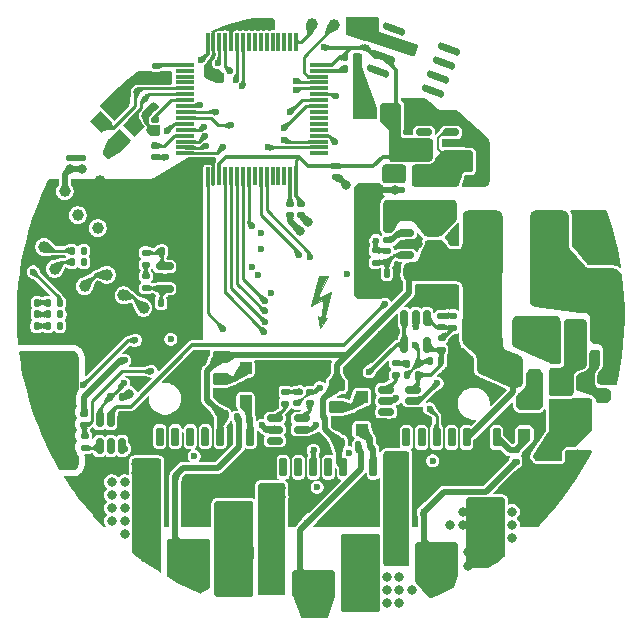
<source format=gbr>
%TF.GenerationSoftware,KiCad,Pcbnew,9.0.0*%
%TF.CreationDate,2025-06-01T03:36:43+08:00*%
%TF.ProjectId,CAPSTONE_MC,43415053-544f-44e4-955f-4d432e6b6963,Ver. 1.0.0*%
%TF.SameCoordinates,Original*%
%TF.FileFunction,Copper,L1,Top*%
%TF.FilePolarity,Positive*%
%FSLAX46Y46*%
G04 Gerber Fmt 4.6, Leading zero omitted, Abs format (unit mm)*
G04 Created by KiCad (PCBNEW 9.0.0) date 2025-06-01 03:36:43*
%MOMM*%
%LPD*%
G01*
G04 APERTURE LIST*
G04 Aperture macros list*
%AMRoundRect*
0 Rectangle with rounded corners*
0 $1 Rounding radius*
0 $2 $3 $4 $5 $6 $7 $8 $9 X,Y pos of 4 corners*
0 Add a 4 corners polygon primitive as box body*
4,1,4,$2,$3,$4,$5,$6,$7,$8,$9,$2,$3,0*
0 Add four circle primitives for the rounded corners*
1,1,$1+$1,$2,$3*
1,1,$1+$1,$4,$5*
1,1,$1+$1,$6,$7*
1,1,$1+$1,$8,$9*
0 Add four rect primitives between the rounded corners*
20,1,$1+$1,$2,$3,$4,$5,0*
20,1,$1+$1,$4,$5,$6,$7,0*
20,1,$1+$1,$6,$7,$8,$9,0*
20,1,$1+$1,$8,$9,$2,$3,0*%
%AMRotRect*
0 Rectangle, with rotation*
0 The origin of the aperture is its center*
0 $1 length*
0 $2 width*
0 $3 Rotation angle, in degrees counterclockwise*
0 Add horizontal line*
21,1,$1,$2,0,0,$3*%
G04 Aperture macros list end*
%TA.AperFunction,EtchedComponent*%
%ADD10C,0.200000*%
%TD*%
%TA.AperFunction,EtchedComponent*%
%ADD11C,0.100000*%
%TD*%
%TA.AperFunction,EtchedComponent*%
%ADD12C,0.000000*%
%TD*%
%TA.AperFunction,SMDPad,CuDef*%
%ADD13C,1.000000*%
%TD*%
%TA.AperFunction,SMDPad,CuDef*%
%ADD14RoundRect,0.140000X0.170000X-0.140000X0.170000X0.140000X-0.170000X0.140000X-0.170000X-0.140000X0*%
%TD*%
%TA.AperFunction,SMDPad,CuDef*%
%ADD15RoundRect,0.147500X-0.147500X-0.172500X0.147500X-0.172500X0.147500X0.172500X-0.147500X0.172500X0*%
%TD*%
%TA.AperFunction,SMDPad,CuDef*%
%ADD16RoundRect,0.140000X-0.170000X0.140000X-0.170000X-0.140000X0.170000X-0.140000X0.170000X0.140000X0*%
%TD*%
%TA.AperFunction,SMDPad,CuDef*%
%ADD17RoundRect,0.225000X-0.250000X0.225000X-0.250000X-0.225000X0.250000X-0.225000X0.250000X0.225000X0*%
%TD*%
%TA.AperFunction,SMDPad,CuDef*%
%ADD18R,3.600000X1.500000*%
%TD*%
%TA.AperFunction,SMDPad,CuDef*%
%ADD19RoundRect,0.140000X-0.219203X-0.021213X-0.021213X-0.219203X0.219203X0.021213X0.021213X0.219203X0*%
%TD*%
%TA.AperFunction,SMDPad,CuDef*%
%ADD20RoundRect,0.150000X-0.150000X0.512500X-0.150000X-0.512500X0.150000X-0.512500X0.150000X0.512500X0*%
%TD*%
%TA.AperFunction,SMDPad,CuDef*%
%ADD21RoundRect,0.150000X0.150000X-0.650000X0.150000X0.650000X-0.150000X0.650000X-0.150000X-0.650000X0*%
%TD*%
%TA.AperFunction,SMDPad,CuDef*%
%ADD22RoundRect,0.400000X1.170000X-0.400000X1.170000X0.400000X-1.170000X0.400000X-1.170000X-0.400000X0*%
%TD*%
%TA.AperFunction,SMDPad,CuDef*%
%ADD23RoundRect,0.400000X0.535000X-0.400000X0.535000X0.400000X-0.535000X0.400000X-0.535000X-0.400000X0*%
%TD*%
%TA.AperFunction,SMDPad,CuDef*%
%ADD24C,1.500000*%
%TD*%
%TA.AperFunction,SMDPad,CuDef*%
%ADD25RoundRect,0.135000X-0.185000X0.135000X-0.185000X-0.135000X0.185000X-0.135000X0.185000X0.135000X0*%
%TD*%
%TA.AperFunction,SMDPad,CuDef*%
%ADD26RoundRect,0.225000X0.250000X-0.225000X0.250000X0.225000X-0.250000X0.225000X-0.250000X-0.225000X0*%
%TD*%
%TA.AperFunction,SMDPad,CuDef*%
%ADD27R,2.850000X6.600000*%
%TD*%
%TA.AperFunction,SMDPad,CuDef*%
%ADD28RoundRect,0.140000X-0.140000X-0.170000X0.140000X-0.170000X0.140000X0.170000X-0.140000X0.170000X0*%
%TD*%
%TA.AperFunction,SMDPad,CuDef*%
%ADD29RoundRect,0.150000X-0.587500X-0.150000X0.587500X-0.150000X0.587500X0.150000X-0.587500X0.150000X0*%
%TD*%
%TA.AperFunction,SMDPad,CuDef*%
%ADD30RoundRect,0.140000X0.219203X0.021213X0.021213X0.219203X-0.219203X-0.021213X-0.021213X-0.219203X0*%
%TD*%
%TA.AperFunction,SMDPad,CuDef*%
%ADD31RoundRect,0.250000X0.262500X0.450000X-0.262500X0.450000X-0.262500X-0.450000X0.262500X-0.450000X0*%
%TD*%
%TA.AperFunction,SMDPad,CuDef*%
%ADD32RoundRect,0.250000X0.450000X-0.262500X0.450000X0.262500X-0.450000X0.262500X-0.450000X-0.262500X0*%
%TD*%
%TA.AperFunction,SMDPad,CuDef*%
%ADD33C,0.500000*%
%TD*%
%TA.AperFunction,SMDPad,CuDef*%
%ADD34RoundRect,0.250000X-0.650000X0.325000X-0.650000X-0.325000X0.650000X-0.325000X0.650000X0.325000X0*%
%TD*%
%TA.AperFunction,SMDPad,CuDef*%
%ADD35RoundRect,0.140000X0.140000X0.170000X-0.140000X0.170000X-0.140000X-0.170000X0.140000X-0.170000X0*%
%TD*%
%TA.AperFunction,SMDPad,CuDef*%
%ADD36RoundRect,0.135000X0.185000X-0.135000X0.185000X0.135000X-0.185000X0.135000X-0.185000X-0.135000X0*%
%TD*%
%TA.AperFunction,SMDPad,CuDef*%
%ADD37RoundRect,0.250000X0.300000X0.300000X-0.300000X0.300000X-0.300000X-0.300000X0.300000X-0.300000X0*%
%TD*%
%TA.AperFunction,SMDPad,CuDef*%
%ADD38RoundRect,0.250000X-0.312500X-0.625000X0.312500X-0.625000X0.312500X0.625000X-0.312500X0.625000X0*%
%TD*%
%TA.AperFunction,SMDPad,CuDef*%
%ADD39RoundRect,0.135000X0.135000X0.185000X-0.135000X0.185000X-0.135000X-0.185000X0.135000X-0.185000X0*%
%TD*%
%TA.AperFunction,SMDPad,CuDef*%
%ADD40RoundRect,0.250000X-0.475000X0.250000X-0.475000X-0.250000X0.475000X-0.250000X0.475000X0.250000X0*%
%TD*%
%TA.AperFunction,SMDPad,CuDef*%
%ADD41RoundRect,0.150000X-0.512500X-0.150000X0.512500X-0.150000X0.512500X0.150000X-0.512500X0.150000X0*%
%TD*%
%TA.AperFunction,SMDPad,CuDef*%
%ADD42RoundRect,0.250000X0.300000X-0.300000X0.300000X0.300000X-0.300000X0.300000X-0.300000X-0.300000X0*%
%TD*%
%TA.AperFunction,SMDPad,CuDef*%
%ADD43RoundRect,0.250000X0.900000X-1.000000X0.900000X1.000000X-0.900000X1.000000X-0.900000X-1.000000X0*%
%TD*%
%TA.AperFunction,SMDPad,CuDef*%
%ADD44RoundRect,0.150000X-0.826549X0.141213X0.723943X-0.423121X0.826549X-0.141213X-0.723943X0.423121X0*%
%TD*%
%TA.AperFunction,SMDPad,CuDef*%
%ADD45RoundRect,0.075000X-0.700000X-0.075000X0.700000X-0.075000X0.700000X0.075000X-0.700000X0.075000X0*%
%TD*%
%TA.AperFunction,SMDPad,CuDef*%
%ADD46RoundRect,0.075000X-0.075000X-0.700000X0.075000X-0.700000X0.075000X0.700000X-0.075000X0.700000X0*%
%TD*%
%TA.AperFunction,SMDPad,CuDef*%
%ADD47RoundRect,0.135000X-0.135000X-0.185000X0.135000X-0.185000X0.135000X0.185000X-0.135000X0.185000X0*%
%TD*%
%TA.AperFunction,SMDPad,CuDef*%
%ADD48RoundRect,0.150000X0.512500X0.150000X-0.512500X0.150000X-0.512500X-0.150000X0.512500X-0.150000X0*%
%TD*%
%TA.AperFunction,SMDPad,CuDef*%
%ADD49RoundRect,0.225000X0.225000X0.250000X-0.225000X0.250000X-0.225000X-0.250000X0.225000X-0.250000X0*%
%TD*%
%TA.AperFunction,SMDPad,CuDef*%
%ADD50RoundRect,0.225000X-0.225000X-0.375000X0.225000X-0.375000X0.225000X0.375000X-0.225000X0.375000X0*%
%TD*%
%TA.AperFunction,SMDPad,CuDef*%
%ADD51RoundRect,0.250000X1.000000X0.900000X-1.000000X0.900000X-1.000000X-0.900000X1.000000X-0.900000X0*%
%TD*%
%TA.AperFunction,SMDPad,CuDef*%
%ADD52RoundRect,0.147500X0.172500X-0.147500X0.172500X0.147500X-0.172500X0.147500X-0.172500X-0.147500X0*%
%TD*%
%TA.AperFunction,SMDPad,CuDef*%
%ADD53RotRect,1.400000X1.200000X315.000000*%
%TD*%
%TA.AperFunction,SMDPad,CuDef*%
%ADD54RoundRect,0.150000X0.150000X-0.512500X0.150000X0.512500X-0.150000X0.512500X-0.150000X-0.512500X0*%
%TD*%
%TA.AperFunction,SMDPad,CuDef*%
%ADD55RoundRect,0.140000X0.111865X-0.189700X0.207631X0.073414X-0.111865X0.189700X-0.207631X-0.073414X0*%
%TD*%
%TA.AperFunction,ViaPad*%
%ADD56C,0.600000*%
%TD*%
%TA.AperFunction,ViaPad*%
%ADD57C,0.800000*%
%TD*%
%TA.AperFunction,Conductor*%
%ADD58C,0.500000*%
%TD*%
%TA.AperFunction,Conductor*%
%ADD59C,0.300000*%
%TD*%
%TA.AperFunction,Conductor*%
%ADD60C,0.254000*%
%TD*%
%TA.AperFunction,Conductor*%
%ADD61C,0.152000*%
%TD*%
%TA.AperFunction,Conductor*%
%ADD62C,0.800000*%
%TD*%
%TA.AperFunction,Conductor*%
%ADD63C,0.250000*%
%TD*%
%TA.AperFunction,Conductor*%
%ADD64C,0.600000*%
%TD*%
G04 APERTURE END LIST*
D10*
%TO.C,SYM3*%
X100770000Y-57460000D02*
X100970000Y-57710000D01*
X100880000Y-59340000D02*
X101390000Y-59430000D01*
X101090000Y-57705000D02*
X101290000Y-57955000D01*
D11*
X100721573Y-57735740D02*
X101885740Y-57110000D01*
X101230896Y-59496542D01*
X101565594Y-59292813D01*
X100968958Y-60180490D01*
X100750677Y-59132740D01*
X100983511Y-59452886D01*
X101260000Y-57721188D01*
X100139490Y-58317823D01*
X100867094Y-55742104D01*
X101580146Y-55742104D01*
X100721573Y-57735740D01*
%TA.AperFunction,EtchedComponent*%
G36*
X100721573Y-57735740D02*
G01*
X101885740Y-57110000D01*
X101230896Y-59496542D01*
X101565594Y-59292813D01*
X100968958Y-60180490D01*
X100750677Y-59132740D01*
X100983511Y-59452886D01*
X101260000Y-57721188D01*
X100139490Y-58317823D01*
X100867094Y-55742104D01*
X101580146Y-55742104D01*
X100721573Y-57735740D01*
G37*
%TD.AperFunction*%
D12*
%TA.AperFunction,EtchedComponent*%
%TO.C,NT1*%
G36*
X106830000Y-48755000D02*
G01*
X105830000Y-48755000D01*
X105830000Y-48255000D01*
X106830000Y-48255000D01*
X106830000Y-48755000D01*
G37*
%TD.AperFunction*%
%TD*%
D13*
%TO.P,TP21,1,1*%
%TO.N,+3V3*%
X79325000Y-48575000D03*
%TD*%
%TO.P,TP20,1,1*%
%TO.N,GND*%
X82325000Y-47725000D03*
%TD*%
D14*
%TO.P,C55,1*%
%TO.N,+3V3*%
X80755000Y-46695000D03*
%TO.P,C55,2*%
%TO.N,GND*%
X80755000Y-45735000D03*
%TD*%
%TO.P,C54,1*%
%TO.N,+3V3*%
X79785000Y-46695000D03*
%TO.P,C54,2*%
%TO.N,GND*%
X79785000Y-45735000D03*
%TD*%
D15*
%TO.P,D6,1,K*%
%TO.N,GND*%
X75995000Y-59985000D03*
%TO.P,D6,2,A*%
%TO.N,Net-(D6-A)*%
X76965000Y-59985000D03*
%TD*%
D16*
%TO.P,C24,1*%
%TO.N,Net-(D9-K)*%
X117505000Y-70505000D03*
%TO.P,C24,2*%
%TO.N,/HS3*%
X117505000Y-71465000D03*
%TD*%
D17*
%TO.P,C14,1*%
%TO.N,Net-(D1-K)*%
X124945000Y-64480000D03*
%TO.P,C14,2*%
%TO.N,Net-(D2-A)*%
X124945000Y-66030000D03*
%TD*%
D18*
%TO.P,L3,1,1*%
%TO.N,Net-(D4-K)*%
X110640000Y-50300000D03*
%TO.P,L3,2,2*%
%TO.N,+3V8*%
X110640000Y-47250000D03*
%TD*%
D13*
%TO.P,TP14,1,1*%
%TO.N,/CANL*%
X85995000Y-58445000D03*
%TD*%
D15*
%TO.P,D7,1,K*%
%TO.N,GND*%
X76005000Y-58995000D03*
%TO.P,D7,2,A*%
%TO.N,Net-(D7-A)*%
X76975000Y-58995000D03*
%TD*%
D19*
%TO.P,C11,1*%
%TO.N,/OSC_OUT*%
X86105589Y-40735589D03*
%TO.P,C11,2*%
%TO.N,GND*%
X86784411Y-41414411D03*
%TD*%
D20*
%TO.P,U13,1,+*%
%TO.N,Net-(U13-+)*%
X109985000Y-59302500D03*
%TO.P,U13,2,V-*%
%TO.N,GNDA*%
X109035000Y-59302500D03*
%TO.P,U13,3,-*%
%TO.N,/Vref*%
X108085000Y-59302500D03*
%TO.P,U13,4*%
X108085000Y-61577500D03*
%TO.P,U13,5,V+*%
%TO.N,+3.3VA*%
X109985000Y-61577500D03*
%TD*%
D21*
%TO.P,U4,1,VS*%
%TO.N,Net-(U4-VS)*%
X107005000Y-79315000D03*
D22*
%TO.P,U4,2,SW*%
%TO.N,/HS3*%
X110815000Y-79315000D03*
D23*
%TO.P,U4,3,VIN*%
%TO.N,/HVBUS*%
X115250000Y-79315000D03*
D21*
%TO.P,U4,4,BST*%
%TO.N,Net-(D9-K)*%
X115895000Y-69415000D03*
%TO.P,U4,5,VCC*%
%TO.N,+15V*%
X113350000Y-69415000D03*
%TO.P,U4,6,INH*%
%TO.N,/H3*%
X112085000Y-69415000D03*
%TO.P,U4,7,INL*%
%TO.N,/L3*%
X110815000Y-69415000D03*
%TO.P,U4,8,NC*%
%TO.N,unconnected-(U4-NC-Pad8)*%
X109545000Y-69415000D03*
%TO.P,U4,9,NC*%
%TO.N,unconnected-(U4-NC-Pad9)*%
X108250000Y-69415000D03*
%TO.P,U4,10,GND*%
%TO.N,GND*%
X107005000Y-69415000D03*
%TD*%
D24*
%TO.P,TP4,1,1*%
%TO.N,/HS2*%
X100415000Y-83865000D03*
%TD*%
D14*
%TO.P,C46,1*%
%TO.N,Net-(U13-+)*%
X111215000Y-60085000D03*
%TO.P,C46,2*%
%TO.N,GNDA*%
X111215000Y-59125000D03*
%TD*%
D24*
%TO.P,TP5,1,1*%
%TO.N,/HS3*%
X110775000Y-81855000D03*
%TD*%
D16*
%TO.P,C22,1*%
%TO.N,+3V8*%
X106615000Y-53615000D03*
%TO.P,C22,2*%
%TO.N,Net-(U11-FB)*%
X106615000Y-54575000D03*
%TD*%
D25*
%TO.P,R13,1*%
%TO.N,/CURRENT_3*%
X107350000Y-63115000D03*
%TO.P,R13,2*%
%TO.N,/C_C*%
X107350000Y-64135000D03*
%TD*%
D26*
%TO.P,C27,1*%
%TO.N,+15V*%
X102545000Y-69875000D03*
%TO.P,C27,2*%
%TO.N,GND*%
X102545000Y-68325000D03*
%TD*%
D16*
%TO.P,C2,1*%
%TO.N,+3V3*%
X99345000Y-49645000D03*
%TO.P,C2,2*%
%TO.N,GND*%
X99345000Y-50605000D03*
%TD*%
%TO.P,C9,1*%
%TO.N,Net-(U1-VCAP_1)*%
X98395000Y-49645000D03*
%TO.P,C9,2*%
%TO.N,GND*%
X98395000Y-50605000D03*
%TD*%
D27*
%TO.P,L2,1,1*%
%TO.N,Net-(D1-K)*%
X120290000Y-53735000D03*
%TO.P,L2,2,2*%
%TO.N,+15V*%
X114640000Y-53735000D03*
%TD*%
D28*
%TO.P,C43,1*%
%TO.N,/CANH*%
X87525000Y-53635000D03*
%TO.P,C43,2*%
%TO.N,GND*%
X88485000Y-53635000D03*
%TD*%
D29*
%TO.P,D11,1,A1*%
%TO.N,/CANH*%
X87777500Y-54940000D03*
%TO.P,D11,2,A2*%
%TO.N,/CANL*%
X87777500Y-56840000D03*
%TO.P,D11,3,common*%
%TO.N,GND*%
X89652500Y-55890000D03*
%TD*%
D30*
%TO.P,C10,1*%
%TO.N,/OSC_IN*%
X85469411Y-40099411D03*
%TO.P,C10,2*%
%TO.N,GND*%
X84790589Y-39420589D03*
%TD*%
D28*
%TO.P,C1,1*%
%TO.N,+3V3*%
X103025000Y-37235000D03*
%TO.P,C1,2*%
%TO.N,GND*%
X103985000Y-37235000D03*
%TD*%
D13*
%TO.P,TP12,1,1*%
%TO.N,GND*%
X103995000Y-34825000D03*
%TD*%
D31*
%TO.P,R8,1*%
%TO.N,Net-(D9-A)*%
X119117500Y-64335000D03*
%TO.P,R8,2*%
%TO.N,+15V*%
X117292500Y-64335000D03*
%TD*%
D16*
%TO.P,C36,1*%
%TO.N,/CURRENT_2*%
X99010000Y-65568250D03*
%TO.P,C36,2*%
%TO.N,GNDA*%
X99010000Y-66528250D03*
%TD*%
%TO.P,C3,1*%
%TO.N,+3V3*%
X102265000Y-46445000D03*
%TO.P,C3,2*%
%TO.N,GND*%
X102265000Y-47405000D03*
%TD*%
%TO.P,C29,1*%
%TO.N,+3V8*%
X113425000Y-46465000D03*
%TO.P,C29,2*%
%TO.N,GND*%
X113425000Y-47425000D03*
%TD*%
D32*
%TO.P,R9,1*%
%TO.N,Net-(D10-A)*%
X92535000Y-64452500D03*
%TO.P,R9,2*%
%TO.N,+15V*%
X92535000Y-62627500D03*
%TD*%
D33*
%TO.P,NT1,1,1*%
%TO.N,GND*%
X105830000Y-48505000D03*
%TO.P,NT1,2,2*%
%TO.N,GNDA*%
X106830000Y-48505000D03*
%TD*%
D34*
%TO.P,C17,1*%
%TO.N,/HVBUS*%
X122575000Y-68100000D03*
%TO.P,C17,2*%
%TO.N,GND*%
X122575000Y-71050000D03*
%TD*%
D25*
%TO.P,R21,1*%
%TO.N,Net-(R20-Pad2)*%
X86195000Y-55755000D03*
%TO.P,R21,2*%
%TO.N,/CANL*%
X86195000Y-56775000D03*
%TD*%
D13*
%TO.P,TP9,1,1*%
%TO.N,/U1_TX_SERVO*%
X82125000Y-51695000D03*
%TD*%
%TO.P,TP13,1,1*%
%TO.N,/CANH*%
X82875000Y-55655000D03*
%TD*%
D35*
%TO.P,C15,1*%
%TO.N,+15V*%
X108465000Y-55280000D03*
%TO.P,C15,2*%
%TO.N,GND*%
X107505000Y-55280000D03*
%TD*%
D36*
%TO.P,R31,1*%
%TO.N,Net-(U13-+)*%
X112195000Y-60125000D03*
%TO.P,R31,2*%
%TO.N,GNDA*%
X112195000Y-59105000D03*
%TD*%
D37*
%TO.P,D4,1,K*%
%TO.N,Net-(D4-K)*%
X107510000Y-50155000D03*
%TO.P,D4,2,A*%
%TO.N,GND*%
X104710000Y-50155000D03*
%TD*%
D38*
%TO.P,R1,1*%
%TO.N,Net-(U10-CS)*%
X122642500Y-60285000D03*
%TO.P,R1,2*%
%TO.N,Net-(D1-K)*%
X125567500Y-60285000D03*
%TD*%
D39*
%TO.P,R4,1*%
%TO.N,+3V3*%
X78895000Y-58025000D03*
%TO.P,R4,2*%
%TO.N,Net-(D5-A)*%
X77875000Y-58025000D03*
%TD*%
D40*
%TO.P,C16,1*%
%TO.N,+15V*%
X111875000Y-55570000D03*
%TO.P,C16,2*%
%TO.N,GND*%
X111875000Y-57470000D03*
%TD*%
D14*
%TO.P,C37,1*%
%TO.N,/CURRENT_1*%
X80990000Y-68380000D03*
%TO.P,C37,2*%
%TO.N,GNDA*%
X80990000Y-67420000D03*
%TD*%
D24*
%TO.P,TP3,1,1*%
%TO.N,/HS1*%
X90735000Y-81565000D03*
%TD*%
D21*
%TO.P,U2,1,VS*%
%TO.N,Net-(U2-VS)*%
X86130000Y-79240000D03*
D22*
%TO.P,U2,2,SW*%
%TO.N,/HS1*%
X89940000Y-79240000D03*
D23*
%TO.P,U2,3,VIN*%
%TO.N,/HVBUS*%
X94375000Y-79240000D03*
D21*
%TO.P,U2,4,BST*%
%TO.N,Net-(D10-K)*%
X95020000Y-69340000D03*
%TO.P,U2,5,VCC*%
%TO.N,+15V*%
X92475000Y-69340000D03*
%TO.P,U2,6,INH*%
%TO.N,/H1*%
X91210000Y-69340000D03*
%TO.P,U2,7,INL*%
%TO.N,/L1*%
X89940000Y-69340000D03*
%TO.P,U2,8,NC*%
%TO.N,unconnected-(U2-NC-Pad8)*%
X88670000Y-69340000D03*
%TO.P,U2,9,NC*%
%TO.N,unconnected-(U2-NC-Pad9)*%
X87375000Y-69340000D03*
%TO.P,U2,10,GND*%
%TO.N,GND*%
X86130000Y-69340000D03*
%TD*%
D41*
%TO.P,U11,1,BST*%
%TO.N,Net-(U11-BST)*%
X108217500Y-52090000D03*
%TO.P,U11,2,GND*%
%TO.N,GND*%
X108217500Y-53040000D03*
%TO.P,U11,3,FB*%
%TO.N,Net-(U11-FB)*%
X108217500Y-53990000D03*
%TO.P,U11,4,EN*%
%TO.N,+15V*%
X110492500Y-53990000D03*
%TO.P,U11,5,VIN*%
X110492500Y-53040000D03*
%TO.P,U11,6,SW*%
%TO.N,Net-(D4-K)*%
X110492500Y-52090000D03*
%TD*%
D35*
%TO.P,C44,1*%
%TO.N,GND*%
X88445000Y-58065000D03*
%TO.P,C44,2*%
%TO.N,/CANL*%
X87485000Y-58065000D03*
%TD*%
D14*
%TO.P,C19,1*%
%TO.N,+3V8*%
X113425000Y-45585000D03*
%TO.P,C19,2*%
%TO.N,GND*%
X113425000Y-44625000D03*
%TD*%
D41*
%TO.P,U5,1*%
%TO.N,/C_C*%
X106542500Y-65365000D03*
%TO.P,U5,2,GND*%
%TO.N,GNDA*%
X106542500Y-66315000D03*
%TO.P,U5,3,+*%
%TO.N,Net-(U4-VS)*%
X106542500Y-67265000D03*
%TO.P,U5,4,-*%
%TO.N,GND*%
X108817500Y-67265000D03*
%TO.P,U5,5,REF*%
%TO.N,/Vref*%
X108817500Y-66315000D03*
%TO.P,U5,6,V+*%
%TO.N,+3.3VA*%
X108817500Y-65365000D03*
%TD*%
D39*
%TO.P,R5,1*%
%TO.N,/LED_RED*%
X78905000Y-59975000D03*
%TO.P,R5,2*%
%TO.N,Net-(D6-A)*%
X77885000Y-59975000D03*
%TD*%
D42*
%TO.P,D10,1,K*%
%TO.N,Net-(D10-K)*%
X94640000Y-66355000D03*
%TO.P,D10,2,A*%
%TO.N,Net-(D10-A)*%
X94640000Y-63555000D03*
%TD*%
D26*
%TO.P,C18,1*%
%TO.N,+15V*%
X112205000Y-54040000D03*
%TO.P,C18,2*%
%TO.N,GND*%
X112205000Y-52490000D03*
%TD*%
D43*
%TO.P,D1,1,K*%
%TO.N,Net-(D1-K)*%
X124265000Y-57515000D03*
%TO.P,D1,2,A*%
%TO.N,GND*%
X124265000Y-53215000D03*
%TD*%
D44*
%TO.P,U9,1,D*%
%TO.N,/CAN_TX*%
X107180809Y-34838386D03*
%TO.P,U9,2,GND*%
%TO.N,GND*%
X106746443Y-36031794D03*
%TO.P,U9,3,VCC*%
%TO.N,+3V3*%
X106312079Y-37225204D03*
%TO.P,U9,4,R*%
%TO.N,/CAN_RX*%
X105877712Y-38418616D03*
%TO.P,U9,5,NC*%
%TO.N,unconnected-(U9-NC-Pad5)*%
X110529191Y-40111614D03*
%TO.P,U9,6,CANL*%
%TO.N,/CANL*%
X110963557Y-38918206D03*
%TO.P,U9,7,CANH*%
%TO.N,/CANH*%
X111397921Y-37724796D03*
%TO.P,U9,8,NC*%
%TO.N,unconnected-(U9-NC-Pad8)*%
X111832288Y-36531384D03*
%TD*%
D14*
%TO.P,C6,1*%
%TO.N,GNDA*%
X107775000Y-48495000D03*
%TO.P,C6,2*%
%TO.N,+3.3VA*%
X107775000Y-47535000D03*
%TD*%
D36*
%TO.P,R30,1*%
%TO.N,+3.3VA*%
X111225000Y-61995000D03*
%TO.P,R30,2*%
%TO.N,Net-(U13-+)*%
X111225000Y-60975000D03*
%TD*%
D25*
%TO.P,R2,1*%
%TO.N,+3V8*%
X105655000Y-53590000D03*
%TO.P,R2,2*%
%TO.N,Net-(U11-FB)*%
X105655000Y-54610000D03*
%TD*%
D16*
%TO.P,C7,1*%
%TO.N,+3.3VA*%
X106825000Y-47545000D03*
%TO.P,C7,2*%
%TO.N,GNDA*%
X106825000Y-48505000D03*
%TD*%
%TO.P,C5,1*%
%TO.N,+3.3VA*%
X86965000Y-44715000D03*
%TO.P,C5,2*%
%TO.N,GNDA*%
X86965000Y-45675000D03*
%TD*%
D45*
%TO.P,U1,1,VBAT*%
%TO.N,+3V3*%
X89490000Y-37865000D03*
%TO.P,U1,2,PC13*%
%TO.N,/BTN*%
X89490000Y-38365000D03*
%TO.P,U1,3,PC14*%
%TO.N,unconnected-(U1-PC14-Pad3)*%
X89490000Y-38865000D03*
%TO.P,U1,4,PC15*%
%TO.N,unconnected-(U1-PC15-Pad4)*%
X89490000Y-39365000D03*
%TO.P,U1,5,PH0*%
%TO.N,/OSC_IN*%
X89490000Y-39865000D03*
%TO.P,U1,6,PH1*%
%TO.N,/OSC_OUT*%
X89490000Y-40365000D03*
%TO.P,U1,7,NRST*%
%TO.N,/nRST*%
X89490000Y-40865000D03*
%TO.P,U1,8,PC0*%
%TO.N,/CURRENT_1*%
X89490000Y-41365000D03*
%TO.P,U1,9,PC1*%
%TO.N,/CURRENT_2*%
X89490000Y-41865000D03*
%TO.P,U1,10,PC2*%
%TO.N,/CURRENT_3*%
X89490000Y-42365000D03*
%TO.P,U1,11,PC3*%
%TO.N,/AN_IN*%
X89490000Y-42865000D03*
%TO.P,U1,12,VSSA*%
%TO.N,GNDA*%
X89490000Y-43365000D03*
%TO.P,U1,13,VDDA*%
%TO.N,+3.3VA*%
X89490000Y-43865000D03*
%TO.P,U1,14,PA0*%
%TO.N,/VOLTAGE_1*%
X89490000Y-44365000D03*
%TO.P,U1,15,PA1*%
%TO.N,/VOLTAGE_2*%
X89490000Y-44865000D03*
%TO.P,U1,16,PA2*%
%TO.N,/VOLTAGE_3*%
X89490000Y-45365000D03*
D46*
%TO.P,U1,17,PA3*%
%TO.N,/ADC_TEMP*%
X91415000Y-47290000D03*
%TO.P,U1,18,VSS*%
%TO.N,GND*%
X91915000Y-47290000D03*
%TO.P,U1,19,VDD*%
%TO.N,+3V3*%
X92415000Y-47290000D03*
%TO.P,U1,20,PA4*%
%TO.N,/RX_SDA_NSS*%
X92915000Y-47290000D03*
%TO.P,U1,21,PA5*%
%TO.N,/SCK_ADC_EXT*%
X93415000Y-47290000D03*
%TO.P,U1,22,PA6*%
%TO.N,/MISO_ADC_EXT2*%
X93915000Y-47290000D03*
%TO.P,U1,23,PA7*%
%TO.N,/TX_SCL_MOSI*%
X94415000Y-47290000D03*
%TO.P,U1,24,PC4*%
%TO.N,/TEMP_MOTOR*%
X94915000Y-47290000D03*
%TO.P,U1,25,PC5*%
%TO.N,/ADC_15*%
X95415000Y-47290000D03*
%TO.P,U1,26,PB0*%
%TO.N,/LED_GREEN*%
X95915000Y-47290000D03*
%TO.P,U1,27,PB1*%
%TO.N,/LED_RED*%
X96415000Y-47290000D03*
%TO.P,U1,28,PB2*%
%TO.N,unconnected-(U1-PB2-Pad28)*%
X96915000Y-47290000D03*
%TO.P,U1,29,PB10*%
%TO.N,unconnected-(U1-PB10-Pad29)*%
X97415000Y-47290000D03*
%TO.P,U1,30,PB11*%
%TO.N,unconnected-(U1-PB11-Pad30)*%
X97915000Y-47290000D03*
%TO.P,U1,31,VCAP_1*%
%TO.N,Net-(U1-VCAP_1)*%
X98415000Y-47290000D03*
%TO.P,U1,32,VDD*%
%TO.N,+3V3*%
X98915000Y-47290000D03*
D45*
%TO.P,U1,33,PB12*%
%TO.N,unconnected-(U1-PB12-Pad33)*%
X100840000Y-45365000D03*
%TO.P,U1,34,PB13*%
%TO.N,/L1*%
X100840000Y-44865000D03*
%TO.P,U1,35,PB14*%
%TO.N,/L2*%
X100840000Y-44365000D03*
%TO.P,U1,36,PB15*%
%TO.N,/L3*%
X100840000Y-43865000D03*
%TO.P,U1,37,PC6*%
%TO.N,/HALL_1*%
X100840000Y-43365000D03*
%TO.P,U1,38,PC7*%
%TO.N,/HALL_2*%
X100840000Y-42865000D03*
%TO.P,U1,39,PC8*%
%TO.N,/HALL_3*%
X100840000Y-42365000D03*
%TO.P,U1,40,PC9*%
%TO.N,/SPI3_CS*%
X100840000Y-41865000D03*
%TO.P,U1,41,PA8*%
%TO.N,/H1*%
X100840000Y-41365000D03*
%TO.P,U1,42,PA9*%
%TO.N,/H2*%
X100840000Y-40865000D03*
%TO.P,U1,43,PA10*%
%TO.N,/H3*%
X100840000Y-40365000D03*
%TO.P,U1,44,PA11*%
%TO.N,/USB_DM*%
X100840000Y-39865000D03*
%TO.P,U1,45,PA12*%
%TO.N,/USB_DP*%
X100840000Y-39365000D03*
%TO.P,U1,46,PA13*%
%TO.N,/SWDIO*%
X100840000Y-38865000D03*
%TO.P,U1,47,VCAP_2*%
%TO.N,Net-(U1-VCAP_2)*%
X100840000Y-38365000D03*
%TO.P,U1,48,VDD*%
%TO.N,+3V3*%
X100840000Y-37865000D03*
D46*
%TO.P,U1,49,PA14*%
%TO.N,/SWCLK*%
X98915000Y-35940000D03*
%TO.P,U1,50,PA15*%
%TO.N,unconnected-(U1-PA15-Pad50)*%
X98415000Y-35940000D03*
%TO.P,U1,51,PC10*%
%TO.N,/SPI3_SCK*%
X97915000Y-35940000D03*
%TO.P,U1,52,PC11*%
%TO.N,/SPI3_MISO*%
X97415000Y-35940000D03*
%TO.P,U1,53,PC12*%
%TO.N,/SPI3_MOSI*%
X96915000Y-35940000D03*
%TO.P,U1,54,PD2*%
%TO.N,unconnected-(U1-PD2-Pad54)*%
X96415000Y-35940000D03*
%TO.P,U1,55,PB3*%
%TO.N,unconnected-(U1-PB3-Pad55)*%
X95915000Y-35940000D03*
%TO.P,U1,56,PB4*%
%TO.N,unconnected-(U1-PB4-Pad56)*%
X95415000Y-35940000D03*
%TO.P,U1,57,PB5*%
%TO.N,unconnected-(U1-PB5-Pad57)*%
X94915000Y-35940000D03*
%TO.P,U1,58,PB6*%
%TO.N,/U1_TX_SERVO*%
X94415000Y-35940000D03*
%TO.P,U1,59,PB7*%
%TO.N,/U1_RX_FAULT*%
X93915000Y-35940000D03*
%TO.P,U1,60,BOOT0*%
%TO.N,GND*%
X93415000Y-35940000D03*
%TO.P,U1,61,PB8*%
%TO.N,/CAN_RX*%
X92915000Y-35940000D03*
%TO.P,U1,62,PB9*%
%TO.N,/CAN_TX*%
X92415000Y-35940000D03*
%TO.P,U1,63,VSS*%
%TO.N,GND*%
X91915000Y-35940000D03*
%TO.P,U1,64,VDD*%
%TO.N,+3V3*%
X91415000Y-35940000D03*
%TD*%
D13*
%TO.P,TP16,1,1*%
%TO.N,/CANL*%
X84295000Y-57385000D03*
%TD*%
D35*
%TO.P,C25,1*%
%TO.N,Net-(D10-K)*%
X94905000Y-67710000D03*
%TO.P,C25,2*%
%TO.N,/HS1*%
X93945000Y-67710000D03*
%TD*%
D21*
%TO.P,U3,1,VS*%
%TO.N,Net-(U3-VS)*%
X96560000Y-81830000D03*
D22*
%TO.P,U3,2,SW*%
%TO.N,/HS2*%
X100370000Y-81830000D03*
D23*
%TO.P,U3,3,VIN*%
%TO.N,/HVBUS*%
X104805000Y-81830000D03*
D21*
%TO.P,U3,4,BST*%
%TO.N,Net-(D8-K)*%
X105450000Y-71930000D03*
%TO.P,U3,5,VCC*%
%TO.N,+15V*%
X102905000Y-71930000D03*
%TO.P,U3,6,INH*%
%TO.N,/H2*%
X101640000Y-71930000D03*
%TO.P,U3,7,INL*%
%TO.N,/L2*%
X100370000Y-71930000D03*
%TO.P,U3,8,NC*%
%TO.N,unconnected-(U3-NC-Pad8)*%
X99100000Y-71930000D03*
%TO.P,U3,9,NC*%
%TO.N,unconnected-(U3-NC-Pad9)*%
X97805000Y-71930000D03*
%TO.P,U3,10,GND*%
%TO.N,GND*%
X96560000Y-71930000D03*
%TD*%
D28*
%TO.P,C13,1*%
%TO.N,+3V3*%
X107355000Y-41685000D03*
%TO.P,C13,2*%
%TO.N,GND*%
X108315000Y-41685000D03*
%TD*%
D41*
%TO.P,U6,1*%
%TO.N,/C_B*%
X97107500Y-67798250D03*
%TO.P,U6,2,GND*%
%TO.N,GNDA*%
X97107500Y-68748250D03*
%TO.P,U6,3,+*%
%TO.N,Net-(U3-VS)*%
X97107500Y-69698250D03*
%TO.P,U6,4,-*%
%TO.N,GND*%
X99382500Y-69698250D03*
%TO.P,U6,5,REF*%
%TO.N,/Vref*%
X99382500Y-68748250D03*
%TO.P,U6,6,V+*%
%TO.N,+3.3VA*%
X99382500Y-67798250D03*
%TD*%
D13*
%TO.P,TP11,1,1*%
%TO.N,/SWCLK*%
X100240000Y-34435000D03*
%TD*%
D39*
%TO.P,R6,1*%
%TO.N,/LED_GREEN*%
X78905000Y-59005000D03*
%TO.P,R6,2*%
%TO.N,Net-(D7-A)*%
X77885000Y-59005000D03*
%TD*%
D47*
%TO.P,R32,1*%
%TO.N,Net-(R32-Pad1)*%
X79910000Y-54585000D03*
%TO.P,R32,2*%
%TO.N,/USB_DM*%
X80930000Y-54585000D03*
%TD*%
D48*
%TO.P,U12,1,VIN*%
%TO.N,+3V8*%
X112022500Y-45475000D03*
%TO.P,U12,2,GND*%
%TO.N,GND*%
X112022500Y-44525000D03*
%TO.P,U12,3,CE*%
%TO.N,+3V8*%
X112022500Y-43575000D03*
%TO.P,U12,4,NC*%
%TO.N,unconnected-(U12-NC-Pad4)*%
X109747500Y-43575000D03*
%TO.P,U12,5,VOUT*%
%TO.N,+3V3*%
X109747500Y-45475000D03*
%TD*%
D24*
%TO.P,TP2,1,1*%
%TO.N,GND*%
X81965000Y-61025000D03*
%TD*%
D35*
%TO.P,C47,1*%
%TO.N,+3.3VA*%
X111195000Y-62965000D03*
%TO.P,C47,2*%
%TO.N,GNDA*%
X110235000Y-62965000D03*
%TD*%
D13*
%TO.P,TP6,1,1*%
%TO.N,Net-(R32-Pad1)*%
X78471019Y-55143750D03*
%TD*%
D26*
%TO.P,C26,1*%
%TO.N,+15V*%
X92705000Y-67560000D03*
%TO.P,C26,2*%
%TO.N,GND*%
X92705000Y-66010000D03*
%TD*%
D25*
%TO.P,R20,1*%
%TO.N,/CANH*%
X86185000Y-53765000D03*
%TO.P,R20,2*%
%TO.N,Net-(R20-Pad2)*%
X86185000Y-54785000D03*
%TD*%
D42*
%TO.P,D8,1,K*%
%TO.N,Net-(D8-K)*%
X104478250Y-68795000D03*
%TO.P,D8,2,A*%
%TO.N,Net-(D8-A)*%
X104478250Y-65995000D03*
%TD*%
D47*
%TO.P,R3,1*%
%TO.N,GND*%
X105585000Y-55575000D03*
%TO.P,R3,2*%
%TO.N,Net-(U11-FB)*%
X106605000Y-55575000D03*
%TD*%
D16*
%TO.P,C12,1*%
%TO.N,/nRST*%
X86965001Y-42525001D03*
%TO.P,C12,2*%
%TO.N,GND*%
X86964999Y-43484999D03*
%TD*%
D42*
%TO.P,D9,1,K*%
%TO.N,Net-(D9-K)*%
X118245000Y-69180000D03*
%TO.P,D9,2,A*%
%TO.N,Net-(D9-A)*%
X118245000Y-66380000D03*
%TD*%
D47*
%TO.P,R33,1*%
%TO.N,Net-(R33-Pad1)*%
X79915000Y-53595000D03*
%TO.P,R33,2*%
%TO.N,/USB_DP*%
X80935000Y-53595000D03*
%TD*%
D49*
%TO.P,C28,1*%
%TO.N,+15V*%
X114880000Y-63355000D03*
%TO.P,C28,2*%
%TO.N,GND*%
X113330000Y-63355000D03*
%TD*%
D13*
%TO.P,TP10,1,1*%
%TO.N,/SWDIO*%
X102120000Y-34525000D03*
%TD*%
D48*
%TO.P,U10,1,Drain*%
%TO.N,/HVBUS*%
X123282500Y-66475000D03*
%TO.P,U10,2,VDD*%
%TO.N,Net-(D2-A)*%
X123282500Y-64575000D03*
%TO.P,U10,3,CS*%
%TO.N,Net-(U10-CS)*%
X121007500Y-65525000D03*
%TD*%
D15*
%TO.P,D5,1,K*%
%TO.N,GND*%
X76015000Y-58025000D03*
%TO.P,D5,2,A*%
%TO.N,Net-(D5-A)*%
X76985000Y-58025000D03*
%TD*%
D25*
%TO.P,R15,1*%
%TO.N,/CURRENT_1*%
X81030000Y-69300000D03*
%TO.P,R15,2*%
%TO.N,/C_A*%
X81030000Y-70320000D03*
%TD*%
D28*
%TO.P,C35,1*%
%TO.N,/CURRENT_3*%
X108300000Y-63175000D03*
%TO.P,C35,2*%
%TO.N,GNDA*%
X109260000Y-63175000D03*
%TD*%
D32*
%TO.P,R7,1*%
%TO.N,Net-(D8-A)*%
X102361750Y-66842500D03*
%TO.P,R7,2*%
%TO.N,+15V*%
X102361750Y-65017500D03*
%TD*%
D35*
%TO.P,C23,1*%
%TO.N,Net-(D8-K)*%
X105146750Y-70085000D03*
%TO.P,C23,2*%
%TO.N,/HS2*%
X104186750Y-70085000D03*
%TD*%
D50*
%TO.P,D2,1,K*%
%TO.N,Net-(D2-K)*%
X120875000Y-62595000D03*
%TO.P,D2,2,A*%
%TO.N,Net-(D2-A)*%
X124175000Y-62595000D03*
%TD*%
D51*
%TO.P,D3,1,K*%
%TO.N,Net-(D2-K)*%
X118535000Y-60315000D03*
%TO.P,D3,2,A*%
%TO.N,+15V*%
X114235000Y-60315000D03*
%TD*%
D52*
%TO.P,L1,1,1*%
%TO.N,+3.3VA*%
X107875000Y-46610000D03*
%TO.P,L1,2,2*%
%TO.N,+3V3*%
X107875000Y-45640000D03*
%TD*%
D28*
%TO.P,C8,1*%
%TO.N,Net-(U1-VCAP_2)*%
X103035000Y-38215000D03*
%TO.P,C8,2*%
%TO.N,GND*%
X103995000Y-38215000D03*
%TD*%
D13*
%TO.P,TP15,1,1*%
%TO.N,/CANH*%
X80995000Y-56615000D03*
%TD*%
D53*
%TO.P,Y1,1,1*%
%TO.N,/OSC_IN*%
X82406142Y-42718224D03*
%TO.P,Y1,2,2*%
%TO.N,GND*%
X83961777Y-44273859D03*
%TO.P,Y1,3,3*%
%TO.N,/OSC_OUT*%
X85163858Y-43071776D03*
%TO.P,Y1,4,4*%
%TO.N,GND*%
X83608223Y-41516141D03*
%TD*%
D13*
%TO.P,TP7,1,1*%
%TO.N,Net-(R33-Pad1)*%
X77581019Y-53293750D03*
%TD*%
D25*
%TO.P,R14,1*%
%TO.N,/CURRENT_2*%
X97995000Y-65543250D03*
%TO.P,R14,2*%
%TO.N,/C_B*%
X97995000Y-66563250D03*
%TD*%
D40*
%TO.P,C34,1*%
%TO.N,+15V*%
X109845000Y-55565000D03*
%TO.P,C34,2*%
%TO.N,GND*%
X109845000Y-57465000D03*
%TD*%
D13*
%TO.P,TP8,1,1*%
%TO.N,/U1_RX_FAULT*%
X80435000Y-50605000D03*
%TD*%
D24*
%TO.P,TP1,1,1*%
%TO.N,/HVBUS*%
X77305000Y-63925000D03*
%TD*%
D16*
%TO.P,C4,1*%
%TO.N,+3V3*%
X87055000Y-37975000D03*
%TO.P,C4,2*%
%TO.N,GND*%
X87055000Y-38935000D03*
%TD*%
D28*
%TO.P,C39,1*%
%TO.N,+3.3VA*%
X83195000Y-66005000D03*
%TO.P,C39,2*%
%TO.N,GNDA*%
X84155000Y-66005000D03*
%TD*%
%TO.P,C51,1*%
%TO.N,+3V3*%
X107355000Y-42655000D03*
%TO.P,C51,2*%
%TO.N,GND*%
X108315000Y-42655000D03*
%TD*%
D54*
%TO.P,U7,1*%
%TO.N,/C_A*%
X82265000Y-70142500D03*
%TO.P,U7,2,GND*%
%TO.N,GNDA*%
X83215000Y-70142500D03*
%TO.P,U7,3,+*%
%TO.N,Net-(U2-VS)*%
X84165000Y-70142500D03*
%TO.P,U7,4,-*%
%TO.N,GND*%
X84165000Y-67867500D03*
%TO.P,U7,5,REF*%
%TO.N,/Vref*%
X83215000Y-67867500D03*
%TO.P,U7,6,V+*%
%TO.N,+3.3VA*%
X82265000Y-67867500D03*
%TD*%
D35*
%TO.P,C21,1*%
%TO.N,+3.3VA*%
X109255000Y-64145000D03*
%TO.P,C21,2*%
%TO.N,GNDA*%
X108295000Y-64145000D03*
%TD*%
D55*
%TO.P,C42,1*%
%TO.N,+3V3*%
X104800831Y-36406052D03*
%TO.P,C42,2*%
%TO.N,GND*%
X105129169Y-35503948D03*
%TD*%
D14*
%TO.P,C33,1*%
%TO.N,+3V3*%
X108335000Y-44505000D03*
%TO.P,C33,2*%
%TO.N,GND*%
X108335000Y-43545000D03*
%TD*%
%TO.P,C38,1*%
%TO.N,+3.3VA*%
X100065000Y-66528250D03*
%TO.P,C38,2*%
%TO.N,GNDA*%
X100065000Y-65568250D03*
%TD*%
%TO.P,C20,1*%
%TO.N,Net-(U11-BST)*%
X106645000Y-52705000D03*
%TO.P,C20,2*%
%TO.N,Net-(D4-K)*%
X106645000Y-51745000D03*
%TD*%
D56*
%TO.N,GND*%
X79785000Y-45735000D03*
X80755000Y-45735000D03*
D57*
%TO.N,+3V3*%
X79785000Y-46695000D03*
X80755000Y-46695000D03*
%TO.N,GND*%
X112300000Y-52500000D03*
X93900000Y-72900000D03*
X91500000Y-38600000D03*
X92400000Y-39000000D03*
X113500000Y-73000000D03*
D56*
X98200000Y-70400000D03*
D57*
X92800000Y-72900000D03*
X93900000Y-71800000D03*
X102300000Y-75900000D03*
D56*
X103200000Y-55600000D03*
D57*
X105830000Y-48505000D03*
X85800000Y-38900000D03*
X82500000Y-61200000D03*
X104300000Y-67500000D03*
X91835000Y-73975000D03*
X103112653Y-48012653D03*
X114500000Y-73000000D03*
X96700000Y-34400000D03*
X112500000Y-73000000D03*
X89800000Y-64300000D03*
D56*
X106100000Y-60700000D03*
D57*
X99225000Y-51912653D03*
X117800000Y-72600000D03*
X85900000Y-51600000D03*
X103300000Y-75900000D03*
X81500000Y-63200000D03*
X114600000Y-47400000D03*
X107400000Y-56700000D03*
X109500000Y-71580000D03*
X114500000Y-71000000D03*
D56*
X98845558Y-69664442D03*
D57*
X99700000Y-75100000D03*
X93935000Y-73975000D03*
X96300000Y-63700000D03*
X88900000Y-67900000D03*
X80700000Y-58000000D03*
X84900000Y-48600000D03*
X87100000Y-67900000D03*
D56*
X84470000Y-68270000D03*
X86100000Y-42200000D03*
D57*
X103300000Y-74900000D03*
X112500000Y-71000000D03*
X89800000Y-63200000D03*
X83900000Y-52600000D03*
X112300000Y-63300000D03*
X109500000Y-41300000D03*
X104200000Y-42000000D03*
X106400000Y-56700000D03*
X110900000Y-57900000D03*
X112500000Y-72000000D03*
X80500000Y-60200000D03*
X105500000Y-75900000D03*
X125000000Y-51000000D03*
X115500000Y-71000000D03*
X90800000Y-74000000D03*
X92835000Y-73975000D03*
X114500000Y-72000000D03*
X110500000Y-42300000D03*
X83000000Y-45300000D03*
X117100000Y-73500000D03*
X81500000Y-60200000D03*
X85900000Y-52600000D03*
X83500000Y-61200000D03*
X97100000Y-63700000D03*
X86400000Y-70200000D03*
X105285000Y-50155000D03*
X114600000Y-46000000D03*
D56*
X98845558Y-70400000D03*
D57*
X81700000Y-58000000D03*
D56*
X106800000Y-60100000D03*
D57*
X110000000Y-68000000D03*
X113500000Y-71000000D03*
X119200000Y-67800000D03*
X109200000Y-70900000D03*
X106000000Y-69200000D03*
X105300000Y-42000000D03*
X85900000Y-49600000D03*
X85900000Y-48600000D03*
X88000000Y-68000000D03*
X94900000Y-72900000D03*
X83900000Y-49600000D03*
X110900000Y-57200000D03*
X92100000Y-70800000D03*
X82500000Y-60200000D03*
X112300000Y-62200000D03*
X104400000Y-74900000D03*
X94900000Y-34400000D03*
X114600000Y-44600000D03*
X105400000Y-34600000D03*
X99907322Y-51217984D03*
X89800000Y-67700000D03*
X86200000Y-68000000D03*
X106000000Y-68200000D03*
X76900000Y-56800000D03*
X105500000Y-73900000D03*
X94900000Y-70900000D03*
X82500000Y-62200000D03*
X88500000Y-71300000D03*
X118600000Y-71700000D03*
X113500000Y-43600000D03*
X109500000Y-42300000D03*
X84900000Y-49600000D03*
X81500000Y-62200000D03*
X104400000Y-75900000D03*
X83900000Y-48600000D03*
X118200000Y-67800000D03*
D56*
X108670000Y-67310000D03*
D57*
X85300000Y-68000000D03*
X109200000Y-53000000D03*
X81500000Y-61200000D03*
X122800000Y-51000000D03*
X94905000Y-71765000D03*
X104400000Y-73900000D03*
X98800000Y-75100000D03*
X83900000Y-51600000D03*
D56*
X96800000Y-57200000D03*
X101715000Y-73685750D03*
D57*
X90765000Y-72925000D03*
X105300000Y-51100000D03*
X83500000Y-60200000D03*
X123900000Y-51000000D03*
X84900000Y-51600000D03*
X76000000Y-56800000D03*
X94935000Y-73975000D03*
X88700000Y-64300000D03*
X85900000Y-50600000D03*
X105300000Y-49200000D03*
X85500000Y-64800000D03*
X95800000Y-34400000D03*
D56*
X99500000Y-70400000D03*
D57*
X82700000Y-58000000D03*
X108600000Y-36700000D03*
X87900000Y-39000000D03*
X117100000Y-67800000D03*
X84900000Y-50600000D03*
X105500000Y-74900000D03*
X91800000Y-72900000D03*
X84200000Y-40200000D03*
X83900000Y-50600000D03*
X84900000Y-52600000D03*
X86200000Y-67100000D03*
X113500000Y-72000000D03*
D56*
%TO.N,+3V3*%
X87050000Y-38000000D03*
X90900000Y-37450000D03*
X101250000Y-36400000D03*
X99350000Y-49600000D03*
X76650000Y-55400000D03*
%TO.N,+3.3VA*%
X86950000Y-44700000D03*
X95931147Y-53500000D03*
X106800000Y-46800000D03*
X100100000Y-66500000D03*
X84300000Y-64850000D03*
X107775000Y-47535000D03*
X110000000Y-61650000D03*
%TO.N,GNDA*%
X87900000Y-45700000D03*
X107400000Y-66100000D03*
D57*
X84800000Y-65700000D03*
D56*
X96000000Y-68400000D03*
X95931147Y-52100000D03*
X91150000Y-43100000D03*
D57*
X107300000Y-48500000D03*
D56*
X97200000Y-68700000D03*
X100900000Y-65200000D03*
X83259054Y-70127764D03*
X109035000Y-60100000D03*
X109013370Y-61586630D03*
X111700000Y-59105000D03*
X84400000Y-62900000D03*
D57*
%TO.N,/HVBUS*%
X79900000Y-68750000D03*
X79900000Y-66750000D03*
X84400000Y-74300000D03*
X114100000Y-75700000D03*
X94800000Y-75900000D03*
X106600000Y-83400000D03*
X83300000Y-76500000D03*
X104500000Y-78100000D03*
X104500000Y-83400000D03*
X113500000Y-79100000D03*
X84400000Y-76500000D03*
X79900000Y-64700000D03*
X83300000Y-75400000D03*
X94800000Y-80800000D03*
X92800000Y-75900000D03*
X92800000Y-81800000D03*
X117200000Y-76800000D03*
X83300000Y-74300000D03*
X77895000Y-65700000D03*
X76895000Y-65700000D03*
X113500000Y-80300000D03*
X111900000Y-76800000D03*
X123100000Y-68100000D03*
X116135000Y-79095000D03*
X78895000Y-65700000D03*
X105500000Y-78100000D03*
X116150000Y-77915000D03*
X106600000Y-81200000D03*
X116100000Y-76800000D03*
X120900000Y-69400000D03*
X92800000Y-76900000D03*
X105500000Y-79100000D03*
X122000000Y-69400000D03*
X116100000Y-75700000D03*
X122000000Y-66800000D03*
X105500000Y-83400000D03*
X120900000Y-70700000D03*
X76900000Y-63700000D03*
X103500000Y-79100000D03*
X104500000Y-79100000D03*
X113000000Y-75700000D03*
X119700000Y-70700000D03*
X84400000Y-75400000D03*
X78905000Y-69750000D03*
X77905000Y-67750000D03*
X79900000Y-62700000D03*
X79905000Y-70750000D03*
X115100000Y-75700000D03*
X114100000Y-76800000D03*
X94800000Y-81700000D03*
X92800000Y-80800000D03*
X84400000Y-73200000D03*
X79900000Y-69750000D03*
X107600000Y-83400000D03*
X93800000Y-81700000D03*
X117200000Y-77900000D03*
X78900000Y-68750000D03*
X79895000Y-65700000D03*
X103500000Y-83400000D03*
X113000000Y-76800000D03*
X76900000Y-62700000D03*
X94800000Y-76900000D03*
X106600000Y-82300000D03*
X93800000Y-80800000D03*
X77900000Y-64700000D03*
X76900000Y-64700000D03*
X93800000Y-75900000D03*
X84400000Y-77600000D03*
X122000000Y-68100000D03*
X77900000Y-62700000D03*
X77900000Y-63700000D03*
X93800000Y-76900000D03*
X78905000Y-70750000D03*
X79900000Y-63700000D03*
X107600000Y-81200000D03*
X117200000Y-75700000D03*
X120900000Y-68100000D03*
X103500000Y-82300000D03*
D56*
X80900000Y-65000000D03*
D57*
X79900000Y-71750000D03*
X79905000Y-67750000D03*
X115100000Y-76800000D03*
X77900000Y-68750000D03*
X77905000Y-66750000D03*
X83300000Y-73200000D03*
D56*
X85300000Y-61200000D03*
D57*
X123100000Y-66800000D03*
X78905000Y-66750000D03*
X107600000Y-82300000D03*
X103500000Y-78100000D03*
X78900000Y-62700000D03*
X78905000Y-67750000D03*
X78900000Y-63700000D03*
X108700000Y-82300000D03*
X78900000Y-64700000D03*
D56*
%TO.N,+3V8*%
X112700000Y-46700000D03*
X105655000Y-52745000D03*
D57*
%TO.N,/HS2*%
X101000000Y-83000000D03*
X100220000Y-81980000D03*
X99300000Y-82000000D03*
X100815000Y-83865000D03*
X99800000Y-83000000D03*
D56*
X99855000Y-76627500D03*
D57*
X100000000Y-83900000D03*
%TO.N,/HS3*%
X110400000Y-81000000D03*
D56*
X109700000Y-75700000D03*
D57*
X110800000Y-80200000D03*
X111600000Y-80200000D03*
X110000000Y-80200000D03*
X111200000Y-81000000D03*
X110775000Y-81755000D03*
%TO.N,/HS1*%
X89200000Y-80400000D03*
X90935000Y-81465000D03*
X90100000Y-80400000D03*
X90100000Y-81465000D03*
X91000000Y-80400000D03*
D56*
X88660000Y-72960000D03*
D57*
X89200000Y-79300000D03*
D56*
%TO.N,/CURRENT_3*%
X108300000Y-63150000D03*
X93360000Y-42990000D03*
%TO.N,/CURRENT_2*%
X92112064Y-41880692D03*
X99255000Y-65549647D03*
%TO.N,/CURRENT_1*%
X86650000Y-63800000D03*
X90780000Y-41238000D03*
%TO.N,/ADC_TEMP*%
X92758058Y-60241942D03*
X103350770Y-70698571D03*
%TO.N,/TEMP_MOTOR*%
X95150000Y-51550000D03*
%TO.N,/CANH*%
X82900000Y-55700000D03*
X111397921Y-37724796D03*
X87800000Y-55025000D03*
%TO.N,/CANL*%
X87800000Y-56800000D03*
X84300000Y-57400000D03*
X111041942Y-38941942D03*
%TO.N,/U1_RX_FAULT*%
X80435000Y-50605000D03*
X93801000Y-39130000D03*
%TO.N,/U1_TX_SERVO*%
X94360608Y-39701702D03*
X82125000Y-51695000D03*
%TO.N,/LED_RED*%
X95691117Y-55625000D03*
X100100000Y-54150000D03*
X78900000Y-59950000D03*
%TO.N,/LED_GREEN*%
X99150000Y-54000000D03*
X78950000Y-59000000D03*
X95150000Y-55000000D03*
%TO.N,Net-(U4-VS)*%
X108030000Y-71650000D03*
X107310000Y-71640000D03*
X106610000Y-71640000D03*
X107310000Y-70930000D03*
X108020000Y-70940000D03*
X106610000Y-70920000D03*
X106750000Y-67290000D03*
D57*
%TO.N,Net-(U3-VS)*%
X97620000Y-74420000D03*
X96140000Y-74430000D03*
X96860000Y-74430000D03*
X96140000Y-73670000D03*
D56*
X97540000Y-69690000D03*
D57*
X97600000Y-73670000D03*
X96860000Y-73670000D03*
%TO.N,Net-(U2-VS)*%
X86200000Y-72430000D03*
X87020000Y-72430000D03*
X87020000Y-71710000D03*
D56*
X84400000Y-70360000D03*
D57*
X86200000Y-71710000D03*
X85380000Y-72420000D03*
X85390000Y-71710000D03*
D56*
%TO.N,/AN_IN*%
X87950000Y-43500000D03*
X88300000Y-61100000D03*
%TO.N,/VOLTAGE_1*%
X90285000Y-71005000D03*
X91161930Y-43925300D03*
%TO.N,/VOLTAGE_2*%
X91302298Y-44712892D03*
X100700000Y-73650000D03*
%TO.N,/VOLTAGE_3*%
X110475000Y-71395000D03*
X92733000Y-44850000D03*
%TO.N,/USB_DM*%
X98880000Y-40000003D03*
X80930000Y-54585000D03*
%TO.N,/USB_DP*%
X98880000Y-39200000D03*
X80935000Y-53595000D03*
%TO.N,/L1*%
X89890000Y-68860000D03*
X96556147Y-44850000D03*
%TO.N,/TX_SCL_MOSI*%
X96306149Y-57906149D03*
%TO.N,/H1*%
X91215000Y-68810000D03*
X97875000Y-43225000D03*
%TO.N,/L3*%
X102215000Y-44395822D03*
X110205707Y-66994293D03*
%TO.N,/L2*%
X100385001Y-70508771D03*
X97875000Y-44230000D03*
%TO.N,/H3*%
X112090000Y-68930000D03*
X102290000Y-40530000D03*
%TO.N,/MISO_ADC_EXT2*%
X96258058Y-58741942D03*
%TO.N,/H2*%
X98383058Y-41883058D03*
X101635000Y-71430000D03*
%TO.N,/SCK_ADC_EXT*%
X96240750Y-59608519D03*
%TO.N,/CAN_RX*%
X105870000Y-38410000D03*
X93293161Y-38410000D03*
%TO.N,/CAN_TX*%
X92290000Y-37736902D03*
X107180000Y-34840000D03*
%TO.N,/RX_SDA_NSS*%
X96208242Y-60459895D03*
%TO.N,/Vref*%
X108050000Y-59150000D03*
X100600000Y-68400000D03*
X106444669Y-58144669D03*
X105121942Y-63878058D03*
X110850000Y-64850000D03*
%TD*%
D58*
%TO.N,GND*%
X79785000Y-45735000D02*
X80755000Y-45735000D01*
%TO.N,+3V3*%
X80755000Y-46695000D02*
X79785000Y-46695000D01*
X79325000Y-48575000D02*
X79325000Y-47155000D01*
X79325000Y-47155000D02*
X79785000Y-46695000D01*
D59*
X91415000Y-35940000D02*
X91415000Y-36935000D01*
X91415000Y-36935000D02*
X90900000Y-37450000D01*
D58*
%TO.N,GND*%
X99907322Y-51167322D02*
X99345000Y-50605000D01*
X114575000Y-44625000D02*
X114600000Y-44600000D01*
X108315000Y-41685000D02*
X109115000Y-41685000D01*
X92705000Y-66010000D02*
X93180000Y-66010000D01*
X104200000Y-42000000D02*
X104170000Y-42000000D01*
X99907322Y-51217984D02*
X99907322Y-51167322D01*
X105300000Y-42000000D02*
X104200000Y-42000000D01*
X102265000Y-47405000D02*
X102505000Y-47405000D01*
X108315000Y-41685000D02*
X108315000Y-43525000D01*
D60*
X91500000Y-37638775D02*
X91500000Y-38600000D01*
D58*
X94190000Y-65000000D02*
X95000000Y-65000000D01*
X103076000Y-67794000D02*
X104006000Y-67794000D01*
D61*
X92712000Y-34888000D02*
X92900000Y-34700000D01*
D58*
X108315000Y-42655000D02*
X109145000Y-42655000D01*
X113425000Y-47425000D02*
X114575000Y-47425000D01*
X113500000Y-44550000D02*
X113425000Y-44625000D01*
X91900000Y-39000000D02*
X91500000Y-38600000D01*
D60*
X91915000Y-35940000D02*
X91915000Y-37223775D01*
D58*
X102545000Y-68325000D02*
X103076000Y-67794000D01*
X103985000Y-41815000D02*
X103985000Y-37235000D01*
X95000000Y-65000000D02*
X96300000Y-63700000D01*
D61*
X92192118Y-34888000D02*
X92712000Y-34888000D01*
X92900000Y-34700000D02*
X93600000Y-34700000D01*
D58*
X112022500Y-44525000D02*
X113325000Y-44525000D01*
D59*
X93650000Y-34750000D02*
X94000000Y-34400000D01*
D58*
X93180000Y-66010000D02*
X94190000Y-65000000D01*
D61*
X91915000Y-35165118D02*
X92192118Y-34888000D01*
D59*
X93415000Y-35940000D02*
X93415000Y-34985000D01*
D58*
X109115000Y-41685000D02*
X109500000Y-41300000D01*
X108315000Y-43525000D02*
X108335000Y-43545000D01*
X98395000Y-50605000D02*
X98395000Y-51082653D01*
X109500000Y-42300000D02*
X110500000Y-42300000D01*
X92400000Y-39000000D02*
X91900000Y-39000000D01*
X113325000Y-44525000D02*
X113425000Y-44625000D01*
D60*
X91915000Y-37223775D02*
X91500000Y-37638775D01*
D58*
X114575000Y-47425000D02*
X114600000Y-47400000D01*
X113425000Y-44625000D02*
X114575000Y-44625000D01*
D59*
X93415000Y-34985000D02*
X93650000Y-34750000D01*
D58*
X104170000Y-42000000D02*
X103985000Y-41815000D01*
D61*
X93600000Y-34700000D02*
X93650000Y-34750000D01*
D58*
X113500000Y-43600000D02*
X113500000Y-44550000D01*
X105285000Y-50155000D02*
X104710000Y-50155000D01*
D59*
X94000000Y-34400000D02*
X96700000Y-34400000D01*
D62*
X96300000Y-63700000D02*
X97100000Y-63700000D01*
D58*
X102505000Y-47405000D02*
X103112653Y-48012653D01*
X98395000Y-51082653D02*
X99225000Y-51912653D01*
D63*
X86784411Y-41515589D02*
X86100000Y-42200000D01*
D61*
X91915000Y-35940000D02*
X91915000Y-35165118D01*
D58*
X104006000Y-67794000D02*
X104300000Y-67500000D01*
X109145000Y-42655000D02*
X109500000Y-42300000D01*
D63*
X86784411Y-41414411D02*
X86784411Y-41515589D01*
%TO.N,+3V3*%
X78895000Y-57645000D02*
X76650000Y-55400000D01*
D59*
X99345000Y-49645000D02*
X99355000Y-49645000D01*
X89490000Y-37865000D02*
X87110692Y-37865000D01*
X99895000Y-46445000D02*
X102400000Y-46445000D01*
X99150000Y-45700000D02*
X99895000Y-46445000D01*
X106312079Y-37225204D02*
X105619983Y-37225204D01*
X92950000Y-45700000D02*
X99150000Y-45700000D01*
X103025000Y-36925001D02*
X103025000Y-37235000D01*
D63*
X98915000Y-47290000D02*
X98915000Y-45935000D01*
D59*
X107355000Y-41685000D02*
X107355000Y-38268125D01*
X99345000Y-49435000D02*
X98915000Y-49005000D01*
X92415000Y-47290000D02*
X92415000Y-46235000D01*
X106260000Y-45640000D02*
X107875000Y-45640000D01*
X105455000Y-46445000D02*
X106260000Y-45640000D01*
X102585000Y-37235000D02*
X101955000Y-37865000D01*
X99345000Y-49645000D02*
X99345000Y-49435000D01*
X103543949Y-36406052D02*
X103025000Y-36925001D01*
X105619983Y-37225204D02*
X104800831Y-36406052D01*
X98915000Y-49005000D02*
X98915000Y-47290000D01*
X102265000Y-46445000D02*
X102400000Y-46445000D01*
X102400000Y-46445000D02*
X105455000Y-46445000D01*
D63*
X98915000Y-45935000D02*
X99150000Y-45700000D01*
D59*
X103025000Y-37235000D02*
X102585000Y-37235000D01*
X104800831Y-36406052D02*
X103543949Y-36406052D01*
X101256052Y-36406052D02*
X101250000Y-36400000D01*
X103543949Y-36406052D02*
X101256052Y-36406052D01*
X101955000Y-37865000D02*
X100840000Y-37865000D01*
X107355000Y-38268125D02*
X106312079Y-37225204D01*
X92415000Y-46235000D02*
X92950000Y-45700000D01*
D63*
X78895000Y-58025000D02*
X78895000Y-57645000D01*
%TO.N,+3.3VA*%
X84250000Y-64900000D02*
X84250000Y-64950000D01*
D59*
X111195000Y-63274999D02*
X110324999Y-64145000D01*
D63*
X84300000Y-64850000D02*
X84250000Y-64900000D01*
X87735000Y-44715000D02*
X86965000Y-44715000D01*
X83831000Y-65369000D02*
X83818096Y-65369000D01*
X106825000Y-46825000D02*
X106800000Y-46800000D01*
X100065000Y-66528250D02*
X100065000Y-67115750D01*
X82365000Y-67767500D02*
X82365000Y-66835000D01*
D59*
X111225000Y-62935000D02*
X111195000Y-62965000D01*
X110345000Y-61995000D02*
X111225000Y-61995000D01*
X111195000Y-62965000D02*
X111195000Y-63274999D01*
D63*
X83549000Y-65638096D02*
X83549000Y-65651000D01*
X83549000Y-65651000D02*
X83195000Y-66005000D01*
X106825000Y-47545000D02*
X106825000Y-46825000D01*
X100065000Y-67115750D02*
X99382500Y-67798250D01*
D59*
X109255000Y-64145000D02*
X109255000Y-64927500D01*
D63*
X89490000Y-43865000D02*
X88585000Y-43865000D01*
D59*
X109255000Y-64927500D02*
X108817500Y-65365000D01*
X111225000Y-61995000D02*
X111225000Y-62935000D01*
D63*
X82265000Y-67867500D02*
X82365000Y-67767500D01*
X84250000Y-64950000D02*
X83831000Y-65369000D01*
D59*
X110000000Y-61650000D02*
X110345000Y-61995000D01*
D63*
X82365000Y-66835000D02*
X83195000Y-66005000D01*
X83818096Y-65369000D02*
X83549000Y-65638096D01*
X88585000Y-43865000D02*
X87735000Y-44715000D01*
D59*
X110324999Y-64145000D02*
X109255000Y-64145000D01*
D58*
%TO.N,GNDA*%
X96348250Y-68748250D02*
X96000000Y-68400000D01*
D63*
X89490000Y-43365000D02*
X90885000Y-43365000D01*
D60*
X111680000Y-59125000D02*
X111700000Y-59105000D01*
D58*
X84062075Y-62900000D02*
X84400000Y-62900000D01*
D61*
X108295000Y-64140000D02*
X109260000Y-63175000D01*
D58*
X84495000Y-66005000D02*
X84800000Y-65700000D01*
D60*
X109470000Y-62965000D02*
X109260000Y-63175000D01*
D61*
X99105000Y-66528250D02*
X100065000Y-65568250D01*
D63*
X90885000Y-43365000D02*
X91150000Y-43100000D01*
D60*
X109013370Y-61586630D02*
X109260000Y-61833260D01*
X111215000Y-59125000D02*
X111680000Y-59125000D01*
D63*
X100531750Y-65568250D02*
X100900000Y-65200000D01*
D58*
X80990000Y-67420000D02*
X80990000Y-65972075D01*
D63*
X107185000Y-66315000D02*
X107400000Y-66100000D01*
D58*
X80990000Y-65972075D02*
X84062075Y-62900000D01*
D63*
X87875000Y-45675000D02*
X87900000Y-45700000D01*
X86965000Y-45675000D02*
X87875000Y-45675000D01*
D60*
X109260000Y-61833260D02*
X109260000Y-63175000D01*
D58*
X83215000Y-70142500D02*
X83244318Y-70142500D01*
D63*
X100065000Y-65568250D02*
X100531750Y-65568250D01*
D58*
X83244318Y-70142500D02*
X83259054Y-70127764D01*
X84155000Y-66005000D02*
X84495000Y-66005000D01*
D60*
X110235000Y-62965000D02*
X109470000Y-62965000D01*
D63*
X106542500Y-66315000D02*
X107185000Y-66315000D01*
D60*
X109035000Y-60100000D02*
X109035000Y-59302500D01*
D61*
X108295000Y-64145000D02*
X108295000Y-64140000D01*
X99010000Y-66528250D02*
X99105000Y-66528250D01*
D58*
X97107500Y-68748250D02*
X96348250Y-68748250D01*
D60*
X112195000Y-59105000D02*
X111700000Y-59105000D01*
D59*
%TO.N,Net-(U1-VCAP_2)*%
X100840000Y-38365000D02*
X102885000Y-38365000D01*
X102885000Y-38365000D02*
X103035000Y-38215000D01*
%TO.N,Net-(U1-VCAP_1)*%
X98415000Y-49625000D02*
X98395000Y-49645000D01*
X98415000Y-47290000D02*
X98415000Y-49625000D01*
D63*
%TO.N,/OSC_IN*%
X82901117Y-43213199D02*
X82406142Y-42718224D01*
D60*
X89490000Y-39865000D02*
X85703822Y-39865000D01*
X85305462Y-41322716D02*
X85305462Y-40263360D01*
D63*
X83414979Y-43213199D02*
X82901117Y-43213199D01*
X85305462Y-41322716D02*
X83414979Y-43213199D01*
D60*
X85305462Y-40263360D02*
X85469411Y-40099411D01*
X85703822Y-39865000D02*
X85469411Y-40099411D01*
D63*
%TO.N,/OSC_OUT*%
X86105589Y-40735589D02*
X85760462Y-41080716D01*
D60*
X86105589Y-40735589D02*
X86476178Y-40365000D01*
D63*
X85163858Y-42107788D02*
X85163858Y-43071776D01*
X85760462Y-41511184D02*
X85163858Y-42107788D01*
D60*
X86476178Y-40365000D02*
X89490000Y-40365000D01*
D63*
X85760462Y-41080716D02*
X85760462Y-41511184D01*
D60*
%TO.N,/nRST*%
X86974999Y-42525001D02*
X86965001Y-42525001D01*
D63*
X89490000Y-40865000D02*
X88335000Y-40865000D01*
X86965001Y-42234999D02*
X86965001Y-42525001D01*
X88335000Y-40865000D02*
X86965001Y-42234999D01*
D64*
%TO.N,Net-(D2-A)*%
X123282500Y-64575000D02*
X123490000Y-64575000D01*
D58*
%TO.N,+15V*%
X113460000Y-69415000D02*
X113350000Y-69415000D01*
X102142897Y-64798647D02*
X102361750Y-65017500D01*
X102545000Y-69875000D02*
X102545000Y-71570000D01*
X92475000Y-69340000D02*
X92475000Y-67790000D01*
X102361750Y-63288250D02*
X103250000Y-62400000D01*
X92535000Y-62627500D02*
X92762500Y-62400000D01*
X92535000Y-62627500D02*
X91384000Y-63778500D01*
X117292500Y-65582500D02*
X113460000Y-69415000D01*
X102545000Y-71570000D02*
X102905000Y-71930000D01*
X101351000Y-67801000D02*
X101351000Y-68681000D01*
X102361750Y-65017500D02*
X101210750Y-66168500D01*
X101351000Y-68681000D02*
X102545000Y-69875000D01*
X101210750Y-66168500D02*
X101210750Y-67660750D01*
X101210750Y-67660750D02*
X101351000Y-67801000D01*
X92475000Y-67790000D02*
X92705000Y-67560000D01*
X91384000Y-63778500D02*
X91384000Y-66239000D01*
X103250000Y-62400000D02*
X108465000Y-57185000D01*
X108465000Y-57185000D02*
X108465000Y-55280000D01*
X92762500Y-62400000D02*
X103250000Y-62400000D01*
X102361750Y-65017500D02*
X102361750Y-63288250D01*
X117292500Y-64335000D02*
X117292500Y-65582500D01*
X91384000Y-66239000D02*
X92705000Y-67560000D01*
D63*
%TO.N,/HVBUS*%
X84700000Y-61200000D02*
X80900000Y-65000000D01*
X85300000Y-61200000D02*
X84700000Y-61200000D01*
D60*
%TO.N,+3V8*%
X106805000Y-53595000D02*
X105885000Y-53595000D01*
X105655000Y-52745000D02*
X105655000Y-53590000D01*
D61*
X110900000Y-44100000D02*
X110900000Y-45014999D01*
X112022500Y-43575000D02*
X111425000Y-43575000D01*
D60*
X105885000Y-53595000D02*
X105865000Y-53615000D01*
X105655000Y-53590000D02*
X105805000Y-53590000D01*
D61*
X111360001Y-45475000D02*
X112022500Y-45475000D01*
X110900000Y-45014999D02*
X111360001Y-45475000D01*
X111425000Y-43575000D02*
X110900000Y-44100000D01*
D58*
%TO.N,Net-(U11-BST)*%
X106984682Y-52705000D02*
X106645000Y-52705000D01*
X108217500Y-52090000D02*
X107599682Y-52090000D01*
X107599682Y-52090000D02*
X106984682Y-52705000D01*
D60*
%TO.N,Net-(U11-FB)*%
X107215732Y-53990000D02*
X108217500Y-53990000D01*
X106605000Y-54735000D02*
X106605000Y-55575000D01*
X106765000Y-54575000D02*
X106765000Y-54440732D01*
X105805000Y-54610000D02*
X106730000Y-54610000D01*
X106765000Y-54440732D02*
X107215732Y-53990000D01*
X106730000Y-54610000D02*
X106765000Y-54575000D01*
D58*
%TO.N,Net-(D8-K)*%
X105146750Y-69463500D02*
X105146750Y-70085000D01*
X104478250Y-68795000D02*
X105146750Y-69463500D01*
X105450000Y-70388250D02*
X105146750Y-70085000D01*
X105450000Y-71930000D02*
X105450000Y-70388250D01*
%TO.N,/HS2*%
X104186750Y-70470000D02*
X104400000Y-70683250D01*
X99200000Y-80660000D02*
X100370000Y-81830000D01*
X99200000Y-77282500D02*
X99200000Y-80660000D01*
X104400000Y-70683250D02*
X104400000Y-72100000D01*
X99855000Y-76627500D02*
X99200000Y-77282500D01*
X104186750Y-70470000D02*
X104186750Y-70085000D01*
X99872500Y-76627500D02*
X99855000Y-76627500D01*
X104400000Y-72100000D02*
X99872500Y-76627500D01*
%TO.N,Net-(D9-K)*%
X117505000Y-70505000D02*
X116985000Y-70505000D01*
X118245000Y-69765000D02*
X117505000Y-70505000D01*
X118245000Y-69180000D02*
X118245000Y-69765000D01*
X116985000Y-70505000D02*
X115895000Y-69415000D01*
%TO.N,/HS3*%
X111400000Y-74000000D02*
X114970000Y-74000000D01*
X109700000Y-78200000D02*
X110815000Y-79315000D01*
X109700000Y-75700000D02*
X111400000Y-74000000D01*
X114970000Y-74000000D02*
X117505000Y-71465000D01*
X109700000Y-75700000D02*
X109700000Y-78200000D01*
%TO.N,Net-(D10-K)*%
X94640000Y-66355000D02*
X94905000Y-66620000D01*
X94905000Y-66620000D02*
X94905000Y-67710000D01*
X94905000Y-67710000D02*
X95020000Y-67825000D01*
X95020000Y-67825000D02*
X95020000Y-69340000D01*
%TO.N,/HS1*%
X94100000Y-70200000D02*
X94100000Y-67865000D01*
X89940000Y-79240000D02*
X88660000Y-77960000D01*
X88660000Y-77960000D02*
X88660000Y-72960000D01*
X88660000Y-72680000D02*
X89340000Y-72000000D01*
X88660000Y-72960000D02*
X88660000Y-72680000D01*
X94100000Y-67865000D02*
X93945000Y-67710000D01*
X92300000Y-72000000D02*
X94100000Y-70200000D01*
X89340000Y-72000000D02*
X92300000Y-72000000D01*
D60*
%TO.N,/CURRENT_3*%
X107385000Y-63150000D02*
X107350000Y-63115000D01*
D63*
X93360000Y-42990000D02*
X93190000Y-42990000D01*
X93190000Y-42990000D02*
X93167994Y-42967994D01*
D60*
X108300000Y-63150000D02*
X107385000Y-63150000D01*
D63*
X93167994Y-42967994D02*
X92320000Y-42967994D01*
X91717006Y-42365000D02*
X89490000Y-42365000D01*
X92320000Y-42967994D02*
X91717006Y-42365000D01*
%TO.N,/CURRENT_2*%
X98985000Y-65543250D02*
X99010000Y-65568250D01*
D60*
X92099808Y-41865000D02*
X89490000Y-41865000D01*
X99255000Y-65549647D02*
X99224410Y-65580237D01*
X92112064Y-41877256D02*
X92099808Y-41865000D01*
D63*
X97995000Y-65543250D02*
X98985000Y-65543250D01*
D60*
X92112064Y-41880692D02*
X92112064Y-41877256D01*
X99224410Y-65580237D02*
X99030237Y-65580237D01*
D63*
%TO.N,/CURRENT_1*%
X86650000Y-63800000D02*
X84200000Y-63800000D01*
X81299999Y-68380000D02*
X80990000Y-68380000D01*
X84200000Y-63800000D02*
X81626000Y-66374000D01*
X80990000Y-69260000D02*
X81030000Y-69300000D01*
X81626000Y-66374000D02*
X81626000Y-68053999D01*
D60*
X90780000Y-41238000D02*
X90653000Y-41365000D01*
X90653000Y-41365000D02*
X89490000Y-41365000D01*
D63*
X81626000Y-68053999D02*
X81299999Y-68380000D01*
X80990000Y-68380000D02*
X80990000Y-69260000D01*
X80960000Y-69230000D02*
X81030000Y-69300000D01*
%TO.N,/ADC_TEMP*%
X91415000Y-58898884D02*
X91415000Y-47290000D01*
X92758058Y-60241942D02*
X91415000Y-58898884D01*
%TO.N,/TEMP_MOTOR*%
X94915000Y-47290000D02*
X94915000Y-51315000D01*
X94915000Y-51315000D02*
X95150000Y-51550000D01*
%TO.N,/CANH*%
X81955000Y-55655000D02*
X80995000Y-56615000D01*
X87525000Y-54687500D02*
X87777500Y-54940000D01*
X87777500Y-55002500D02*
X87800000Y-55025000D01*
X87525000Y-53635000D02*
X87525000Y-54687500D01*
X87395000Y-53765000D02*
X87525000Y-53635000D01*
X82875000Y-55655000D02*
X81955000Y-55655000D01*
X87777500Y-54940000D02*
X87777500Y-55002500D01*
X86185000Y-53765000D02*
X87395000Y-53765000D01*
%TO.N,/CANL*%
X84295000Y-57385000D02*
X84935000Y-57385000D01*
X87777500Y-56822500D02*
X87800000Y-56800000D01*
X111018206Y-38918206D02*
X111041942Y-38941942D01*
X87485000Y-57132500D02*
X87777500Y-56840000D01*
X84935000Y-57385000D02*
X85995000Y-58445000D01*
X87485000Y-58065000D02*
X87485000Y-57132500D01*
X110963557Y-38918206D02*
X111018206Y-38918206D01*
X87777500Y-56840000D02*
X87777500Y-56822500D01*
X87712500Y-56775000D02*
X87777500Y-56840000D01*
X86195000Y-56775000D02*
X87712500Y-56775000D01*
%TO.N,Net-(U13-+)*%
X111345000Y-60975000D02*
X112195000Y-60125000D01*
X111215000Y-60085000D02*
X110767500Y-60085000D01*
X112195000Y-60125000D02*
X111255000Y-60125000D01*
X111225000Y-60975000D02*
X111345000Y-60975000D01*
X110767500Y-60085000D02*
X109985000Y-59302500D01*
X111255000Y-60125000D02*
X111215000Y-60085000D01*
%TO.N,Net-(D5-A)*%
X76985000Y-58025000D02*
X77875000Y-58025000D01*
%TO.N,Net-(D6-A)*%
X76965000Y-59985000D02*
X77875000Y-59985000D01*
X77875000Y-59985000D02*
X77885000Y-59975000D01*
%TO.N,Net-(D7-A)*%
X76975000Y-58995000D02*
X77875000Y-58995000D01*
X77875000Y-58995000D02*
X77885000Y-59005000D01*
D58*
%TO.N,Net-(D8-A)*%
X102361750Y-66842500D02*
X103630750Y-66842500D01*
X103630750Y-66842500D02*
X104478250Y-65995000D01*
%TO.N,Net-(D10-A)*%
X93742500Y-64452500D02*
X94640000Y-63555000D01*
X92535000Y-64452500D02*
X93742500Y-64452500D01*
D63*
%TO.N,/SWDIO*%
X99550000Y-37195000D02*
X102120000Y-34625000D01*
X100840000Y-38865000D02*
X99915000Y-38865000D01*
X99915000Y-38865000D02*
X99550000Y-38500000D01*
X102120000Y-34625000D02*
X102120000Y-34525000D01*
X99550000Y-38500000D02*
X99550000Y-37195000D01*
%TO.N,/SWCLK*%
X100240000Y-35010000D02*
X100240000Y-34735000D01*
X99310000Y-35940000D02*
X100240000Y-35010000D01*
X98915000Y-35940000D02*
X99310000Y-35940000D01*
%TO.N,/U1_RX_FAULT*%
X93919161Y-39011839D02*
X93919161Y-35944161D01*
X93801000Y-39130000D02*
X93919161Y-39011839D01*
X93919161Y-35944161D02*
X93915000Y-35940000D01*
%TO.N,/U1_TX_SERVO*%
X94426000Y-39636310D02*
X94426000Y-35951000D01*
X94426000Y-35951000D02*
X94415000Y-35940000D01*
X94360608Y-39701702D02*
X94426000Y-39636310D01*
%TO.N,/LED_RED*%
X100100000Y-53850000D02*
X100100000Y-54150000D01*
X96415000Y-50165000D02*
X100100000Y-53850000D01*
X96415000Y-47290000D02*
X96415000Y-50165000D01*
%TO.N,/LED_GREEN*%
X95915000Y-47290000D02*
X95915000Y-50565000D01*
X99150000Y-53800000D02*
X99150000Y-54000000D01*
X95915000Y-50565000D02*
X99150000Y-53800000D01*
%TO.N,/C_C*%
X107350000Y-64135000D02*
X107350000Y-64557500D01*
X107350000Y-64557500D02*
X106542500Y-65365000D01*
%TO.N,/C_B*%
X97995000Y-66563250D02*
X97995000Y-66910750D01*
X97995000Y-66910750D02*
X97107500Y-67798250D01*
%TO.N,/C_A*%
X81030000Y-70320000D02*
X82087500Y-70320000D01*
X82087500Y-70320000D02*
X82265000Y-70142500D01*
%TO.N,Net-(R20-Pad2)*%
X86185000Y-55745000D02*
X86195000Y-55755000D01*
X86185000Y-54785000D02*
X86185000Y-55745000D01*
D60*
%TO.N,/AN_IN*%
X87950000Y-43500000D02*
X88585000Y-42865000D01*
X88585000Y-42865000D02*
X89490000Y-42865000D01*
D63*
%TO.N,/VOLTAGE_1*%
X90722230Y-44365000D02*
X89490000Y-44365000D01*
X91161930Y-43925300D02*
X90722230Y-44365000D01*
%TO.N,/VOLTAGE_2*%
X89505000Y-44880000D02*
X89490000Y-44865000D01*
X90963516Y-44880000D02*
X89505000Y-44880000D01*
X91302298Y-44712892D02*
X91130624Y-44712892D01*
X91130624Y-44712892D02*
X90963516Y-44880000D01*
%TO.N,/VOLTAGE_3*%
X92218000Y-45365000D02*
X89490000Y-45365000D01*
X92733000Y-44850000D02*
X92218000Y-45365000D01*
%TO.N,/USB_DM*%
X98880000Y-40000003D02*
X99015003Y-39865000D01*
X99015003Y-39865000D02*
X100840000Y-39865000D01*
%TO.N,/USB_DP*%
X99045000Y-39365000D02*
X98880000Y-39200000D01*
X100840000Y-39365000D02*
X99045000Y-39365000D01*
%TO.N,/L1*%
X96561147Y-44855000D02*
X100830000Y-44855000D01*
X96556147Y-44850000D02*
X96561147Y-44855000D01*
X100830000Y-44855000D02*
X100840000Y-44865000D01*
%TO.N,/TX_SCL_MOSI*%
X94415000Y-56015000D02*
X94415000Y-47290000D01*
X96306149Y-57906149D02*
X94415000Y-56015000D01*
%TO.N,/H1*%
X99785000Y-41365000D02*
X100840000Y-41365000D01*
X91210000Y-69340000D02*
X91210000Y-68815000D01*
X97925000Y-43225000D02*
X99785000Y-41365000D01*
X91210000Y-68815000D02*
X91215000Y-68810000D01*
X97875000Y-43225000D02*
X97925000Y-43225000D01*
%TO.N,/L3*%
X110205707Y-66994293D02*
X110800000Y-67588586D01*
X102215000Y-44395822D02*
X101684178Y-43865000D01*
X101684178Y-43865000D02*
X100840000Y-43865000D01*
X110800000Y-67588586D02*
X110800000Y-69400000D01*
X110800000Y-69400000D02*
X110815000Y-69415000D01*
%TO.N,/L2*%
X98010000Y-44365000D02*
X100840000Y-44365000D01*
X100385001Y-70508771D02*
X100360000Y-70533772D01*
X97875000Y-44230000D02*
X98010000Y-44365000D01*
X100360000Y-70533772D02*
X100360000Y-71920000D01*
X100360000Y-71920000D02*
X100370000Y-71930000D01*
%TO.N,/H3*%
X102125000Y-40365000D02*
X100840000Y-40365000D01*
X102290000Y-40530000D02*
X102125000Y-40365000D01*
%TO.N,/MISO_ADC_EXT2*%
X93915000Y-56398884D02*
X93915000Y-47290000D01*
X96258058Y-58741942D02*
X93915000Y-56398884D01*
%TO.N,/H2*%
X98383058Y-41883058D02*
X99401116Y-40865000D01*
X99401116Y-40865000D02*
X100840000Y-40865000D01*
%TO.N,/SCK_ADC_EXT*%
X93415000Y-56782769D02*
X93415000Y-47290000D01*
X96240750Y-59608519D02*
X93415000Y-56782769D01*
%TO.N,/CAN_RX*%
X105877712Y-38418616D02*
X105877712Y-38417712D01*
X92915000Y-38031840D02*
X92915000Y-35940000D01*
X93293161Y-38410000D02*
X92915000Y-38031840D01*
X105877712Y-38417712D02*
X105870000Y-38410000D01*
%TO.N,/CAN_TX*%
X92415000Y-37611902D02*
X92415000Y-35940000D01*
X92290000Y-37736902D02*
X92415000Y-37611902D01*
%TO.N,/RX_SDA_NSS*%
X92964000Y-57215653D02*
X92915000Y-57166653D01*
X96208242Y-60459895D02*
X95982866Y-60234519D01*
X95981452Y-60234519D02*
X95806452Y-60059519D01*
X95982866Y-60234519D02*
X95981452Y-60234519D01*
X95541403Y-59795329D02*
X93228190Y-57482116D01*
X92964000Y-57217926D02*
X92964000Y-57215653D01*
X92915000Y-57166653D02*
X92915000Y-47290000D01*
X95805593Y-60059519D02*
X95541403Y-59795329D01*
X95806452Y-60059519D02*
X95805593Y-60059519D01*
X93228190Y-57482116D02*
X92964000Y-57217926D01*
D59*
%TO.N,/Vref*%
X105121942Y-63878058D02*
X107422500Y-61577500D01*
X100600000Y-68400000D02*
X100251750Y-68748250D01*
X109385000Y-66315000D02*
X110850000Y-64850000D01*
X83715900Y-66800000D02*
X83215000Y-67300900D01*
X84900000Y-66800000D02*
X83715900Y-66800000D01*
X108817500Y-66315000D02*
X109385000Y-66315000D01*
X90100000Y-61600000D02*
X84900000Y-66800000D01*
X106444669Y-58144669D02*
X102989338Y-61600000D01*
X83215000Y-67300900D02*
X83215000Y-67867500D01*
X108085000Y-61577500D02*
X108085000Y-59302500D01*
X100251750Y-68748250D02*
X99382500Y-68748250D01*
X107422500Y-61577500D02*
X108085000Y-61577500D01*
X102989338Y-61600000D02*
X90100000Y-61600000D01*
D63*
%TO.N,Net-(R32-Pad1)*%
X79029769Y-54585000D02*
X78471019Y-55143750D01*
X79910000Y-54585000D02*
X79029769Y-54585000D01*
%TO.N,Net-(R33-Pad1)*%
X77882269Y-53595000D02*
X77581019Y-53293750D01*
X79915000Y-53595000D02*
X77882269Y-53595000D01*
%TD*%
%TA.AperFunction,Conductor*%
%TO.N,GND*%
G36*
X105707243Y-33801441D02*
G01*
X105732316Y-33806428D01*
X105761905Y-33812313D01*
X105788939Y-33823511D01*
X105829019Y-33850292D01*
X105830563Y-33851836D01*
X105831697Y-33852167D01*
X105849709Y-33870982D01*
X105876487Y-33911058D01*
X105887686Y-33938094D01*
X105898559Y-33992755D01*
X105900000Y-34007387D01*
X105900000Y-34922515D01*
X105917086Y-35003400D01*
X105965423Y-35070465D01*
X105965425Y-35070467D01*
X106036752Y-35112251D01*
X106036754Y-35112252D01*
X109100510Y-36133503D01*
X109114045Y-36139560D01*
X109162835Y-36167487D01*
X109185069Y-36186907D01*
X109214673Y-36225469D01*
X109227690Y-36251966D01*
X109240119Y-36298966D01*
X109241901Y-36328436D01*
X109234184Y-36384120D01*
X109230705Y-36398538D01*
X109016771Y-37011496D01*
X109008108Y-37028765D01*
X108967452Y-37088948D01*
X108938601Y-37114168D01*
X108882553Y-37141938D01*
X108845011Y-37149615D01*
X108772502Y-37145504D01*
X108753514Y-37141935D01*
X105132987Y-35962353D01*
X105130569Y-35961519D01*
X104793644Y-35838890D01*
X104699984Y-35820684D01*
X104691063Y-35818373D01*
X103245534Y-35347415D01*
X103231224Y-35341031D01*
X103179887Y-35311346D01*
X103156736Y-35290479D01*
X103126627Y-35249003D01*
X103113958Y-35220526D01*
X103101637Y-35162519D01*
X103100000Y-35146936D01*
X103100000Y-34007387D01*
X103101441Y-33992756D01*
X103103036Y-33984734D01*
X103112314Y-33938092D01*
X103123510Y-33911061D01*
X103150294Y-33870977D01*
X103170977Y-33850294D01*
X103211061Y-33823510D01*
X103238092Y-33812314D01*
X103273645Y-33805242D01*
X103292757Y-33801441D01*
X103307388Y-33800000D01*
X105692612Y-33800000D01*
X105707243Y-33801441D01*
G37*
%TD.AperFunction*%
%TD*%
%TA.AperFunction,Conductor*%
%TO.N,+3V8*%
G36*
X113188719Y-45102027D02*
G01*
X113215099Y-45105500D01*
X113617061Y-45105499D01*
X113631560Y-45106914D01*
X113699753Y-45120359D01*
X113726832Y-45131530D01*
X113799498Y-45179958D01*
X113820235Y-45200655D01*
X113868801Y-45273226D01*
X113880026Y-45300289D01*
X113898555Y-45393320D01*
X113900000Y-45407970D01*
X113900000Y-46692612D01*
X113898559Y-46707244D01*
X113880074Y-46800173D01*
X113868875Y-46827209D01*
X113820420Y-46899727D01*
X113799728Y-46920419D01*
X113760483Y-46946642D01*
X113710650Y-46958836D01*
X113687119Y-46952255D01*
X113684492Y-46951030D01*
X113684489Y-46951029D01*
X113684487Y-46951028D01*
X113684485Y-46951027D01*
X113684483Y-46951027D01*
X113634912Y-46944501D01*
X113634905Y-46944500D01*
X113634901Y-46944500D01*
X113634895Y-46944500D01*
X113215107Y-46944500D01*
X113215096Y-46944501D01*
X113165512Y-46951028D01*
X113056684Y-47001775D01*
X112971775Y-47086684D01*
X112921029Y-47195508D01*
X112921027Y-47195516D01*
X112914501Y-47245087D01*
X112914500Y-47245104D01*
X112914500Y-47430197D01*
X112908731Y-47459043D01*
X112679759Y-48008578D01*
X112672815Y-48021509D01*
X112620130Y-48100060D01*
X112599446Y-48120687D01*
X112527001Y-48168984D01*
X112500004Y-48180144D01*
X112407233Y-48198564D01*
X112392627Y-48200000D01*
X109007388Y-48200000D01*
X108992756Y-48198559D01*
X108899826Y-48180074D01*
X108872791Y-48168875D01*
X108800272Y-48120420D01*
X108779579Y-48099727D01*
X108731124Y-48027208D01*
X108719925Y-48000172D01*
X108701441Y-47907243D01*
X108700000Y-47892612D01*
X108700000Y-46607387D01*
X108701441Y-46592756D01*
X108704048Y-46579644D01*
X108719926Y-46499824D01*
X108731124Y-46472791D01*
X108779581Y-46400269D01*
X108800269Y-46379581D01*
X108872791Y-46331123D01*
X108899824Y-46319926D01*
X108947733Y-46310396D01*
X108965106Y-46306941D01*
X108979737Y-46305500D01*
X110068332Y-46305500D01*
X110068348Y-46305500D01*
X110088489Y-46304511D01*
X110095523Y-46303818D01*
X110103105Y-46303072D01*
X110103111Y-46303070D01*
X110103121Y-46303070D01*
X110116291Y-46301115D01*
X110118341Y-46300812D01*
X110129347Y-46300000D01*
X110159863Y-46300000D01*
X110286831Y-46271807D01*
X110389934Y-46192528D01*
X110389938Y-46192523D01*
X110391103Y-46191406D01*
X110398357Y-46185276D01*
X110412094Y-46175089D01*
X110412108Y-46175076D01*
X110412114Y-46175073D01*
X110415205Y-46172535D01*
X110423459Y-46165762D01*
X110438401Y-46152218D01*
X110552218Y-46038401D01*
X110565762Y-46023459D01*
X110575089Y-46012094D01*
X110587102Y-45995896D01*
X110639742Y-45917115D01*
X110658731Y-45881588D01*
X110662759Y-45871862D01*
X110674528Y-45852437D01*
X111205024Y-45218495D01*
X111216795Y-45207196D01*
X111225293Y-45200655D01*
X111299970Y-45143177D01*
X111329344Y-45129420D01*
X111431775Y-45106521D01*
X111447988Y-45104715D01*
X113178810Y-45101386D01*
X113188719Y-45102027D01*
G37*
%TD.AperFunction*%
%TD*%
%TA.AperFunction,Conductor*%
%TO.N,GND*%
G36*
X91631037Y-62018047D02*
G01*
X91656689Y-62062476D01*
X91647780Y-62113000D01*
X91642867Y-62120448D01*
X91641203Y-62122669D01*
X91641200Y-62122674D01*
X91590910Y-62257511D01*
X91590908Y-62257521D01*
X91584500Y-62317124D01*
X91584500Y-62517203D01*
X91577141Y-62549603D01*
X91281183Y-63167476D01*
X91266575Y-63188109D01*
X91076686Y-63378000D01*
X90983500Y-63471185D01*
X90917608Y-63585312D01*
X90917606Y-63585317D01*
X90883501Y-63712600D01*
X90883500Y-63712610D01*
X90883500Y-66304889D01*
X90883501Y-66304899D01*
X90917606Y-66432182D01*
X90917608Y-66432187D01*
X90983500Y-66546314D01*
X91595613Y-67158427D01*
X91607058Y-67173150D01*
X91962750Y-67771798D01*
X91973271Y-67810544D01*
X91970949Y-68209844D01*
X91970020Y-68218501D01*
X91970313Y-68218534D01*
X91921422Y-68658544D01*
X91923143Y-68727600D01*
X91923144Y-68727607D01*
X91923536Y-68730027D01*
X91922823Y-68733760D01*
X91924500Y-68742011D01*
X91924500Y-70021517D01*
X91939354Y-70115303D01*
X91939354Y-70115304D01*
X91983586Y-70202115D01*
X91996950Y-70228342D01*
X92086658Y-70318050D01*
X92199696Y-70375646D01*
X92293481Y-70390500D01*
X92656518Y-70390499D01*
X92750304Y-70375646D01*
X92863342Y-70318050D01*
X92953050Y-70228342D01*
X93010646Y-70115304D01*
X93025500Y-70021519D01*
X93025499Y-68742010D01*
X93026463Y-68730027D01*
X93026803Y-68727924D01*
X93026856Y-68727599D01*
X93028577Y-68658550D01*
X93013813Y-68525678D01*
X93025928Y-68475828D01*
X93026896Y-68474409D01*
X93240059Y-68170243D01*
X93247023Y-68161716D01*
X93251413Y-68157080D01*
X93294687Y-68124687D01*
X93342159Y-68061271D01*
X93345142Y-68058122D01*
X93364436Y-68048478D01*
X93382490Y-68036673D01*
X93386984Y-68037210D01*
X93391033Y-68035187D01*
X93412010Y-68040202D01*
X93433430Y-68042763D01*
X93436808Y-68046130D01*
X93440929Y-68047116D01*
X93449801Y-68059082D01*
X93466418Y-68075646D01*
X93476240Y-68094923D01*
X93485140Y-68112390D01*
X93502638Y-68129888D01*
X93519363Y-68155373D01*
X93594258Y-68345024D01*
X93599500Y-68372572D01*
X93599500Y-69961620D01*
X93581953Y-70009829D01*
X93577533Y-70014653D01*
X92114653Y-71477533D01*
X92068157Y-71499215D01*
X92061620Y-71499500D01*
X90750090Y-71499500D01*
X90701881Y-71481953D01*
X90676229Y-71437524D01*
X90685138Y-71387000D01*
X90697057Y-71371467D01*
X90711003Y-71357521D01*
X90725509Y-71343015D01*
X90797984Y-71217485D01*
X90835500Y-71077475D01*
X90835500Y-70932525D01*
X90797984Y-70792515D01*
X90725509Y-70666985D01*
X90623015Y-70564491D01*
X90597876Y-70549977D01*
X90497486Y-70492016D01*
X90497483Y-70492015D01*
X90352726Y-70453227D01*
X90353255Y-70451249D01*
X90314676Y-70431154D01*
X90295056Y-70383752D01*
X90310495Y-70334827D01*
X90325905Y-70319820D01*
X90328336Y-70318052D01*
X90328342Y-70318050D01*
X90418050Y-70228342D01*
X90475646Y-70115304D01*
X90490500Y-70021519D01*
X90490499Y-68658482D01*
X90490499Y-68658481D01*
X90659500Y-68658481D01*
X90659500Y-70021517D01*
X90674354Y-70115303D01*
X90674354Y-70115304D01*
X90718586Y-70202115D01*
X90731950Y-70228342D01*
X90821658Y-70318050D01*
X90934696Y-70375646D01*
X91028481Y-70390500D01*
X91391518Y-70390499D01*
X91485304Y-70375646D01*
X91598342Y-70318050D01*
X91688050Y-70228342D01*
X91745646Y-70115304D01*
X91760500Y-70021519D01*
X91760499Y-68911011D01*
X91763056Y-68891597D01*
X91765499Y-68882481D01*
X91765500Y-68882474D01*
X91765500Y-68737527D01*
X91765498Y-68737519D01*
X91763055Y-68728399D01*
X91760499Y-68708987D01*
X91760499Y-68658482D01*
X91757524Y-68639696D01*
X91745646Y-68564696D01*
X91688050Y-68451658D01*
X91598342Y-68361950D01*
X91598341Y-68361949D01*
X91508686Y-68316268D01*
X91485304Y-68304354D01*
X91485302Y-68304353D01*
X91485301Y-68304353D01*
X91414752Y-68293178D01*
X91407075Y-68291546D01*
X91287482Y-68259501D01*
X91287476Y-68259500D01*
X91287475Y-68259500D01*
X91142525Y-68259500D01*
X91142521Y-68259500D01*
X91037345Y-68287681D01*
X91029667Y-68289313D01*
X90934696Y-68304354D01*
X90934695Y-68304354D01*
X90821658Y-68361949D01*
X90731949Y-68451658D01*
X90674354Y-68564695D01*
X90659500Y-68658481D01*
X90490499Y-68658481D01*
X90475646Y-68564696D01*
X90418050Y-68451658D01*
X90328342Y-68361950D01*
X90328341Y-68361949D01*
X90215304Y-68304354D01*
X90215298Y-68304353D01*
X90121519Y-68289500D01*
X90121518Y-68289500D01*
X89758482Y-68289500D01*
X89664696Y-68304354D01*
X89664695Y-68304354D01*
X89551658Y-68361949D01*
X89461949Y-68451658D01*
X89404353Y-68564698D01*
X89398786Y-68599843D01*
X89394453Y-68615693D01*
X89392419Y-68620833D01*
X89377016Y-68647515D01*
X89366826Y-68685540D01*
X89365242Y-68689548D01*
X89350906Y-68705705D01*
X89338517Y-68723400D01*
X89334175Y-68724563D01*
X89331194Y-68727924D01*
X89309831Y-68731086D01*
X89288962Y-68736678D01*
X89284887Y-68734778D01*
X89280444Y-68735436D01*
X89262044Y-68724125D01*
X89242466Y-68714996D01*
X89240567Y-68710923D01*
X89236738Y-68708570D01*
X89229913Y-68688076D01*
X89220784Y-68668499D01*
X89220499Y-68661963D01*
X89220499Y-68658482D01*
X89217524Y-68639696D01*
X89205646Y-68564696D01*
X89148050Y-68451658D01*
X89058342Y-68361950D01*
X89058341Y-68361949D01*
X88945304Y-68304354D01*
X88945298Y-68304353D01*
X88851519Y-68289500D01*
X88851518Y-68289500D01*
X88488482Y-68289500D01*
X88394696Y-68304354D01*
X88394695Y-68304354D01*
X88281658Y-68361949D01*
X88191949Y-68451658D01*
X88134354Y-68564695D01*
X88119500Y-68658481D01*
X88119500Y-70021517D01*
X88134354Y-70115303D01*
X88134354Y-70115304D01*
X88178586Y-70202115D01*
X88191950Y-70228342D01*
X88281658Y-70318050D01*
X88394696Y-70375646D01*
X88488481Y-70390500D01*
X88851518Y-70390499D01*
X88945304Y-70375646D01*
X89058342Y-70318050D01*
X89148050Y-70228342D01*
X89205646Y-70115304D01*
X89220500Y-70021519D01*
X89220499Y-69058037D01*
X89225305Y-69044831D01*
X89225627Y-69030783D01*
X89233807Y-69021474D01*
X89238046Y-69009829D01*
X89250216Y-69002802D01*
X89259493Y-68992246D01*
X89271742Y-68990373D01*
X89282475Y-68984177D01*
X89296315Y-68986617D01*
X89310207Y-68984494D01*
X89320795Y-68990934D01*
X89332999Y-68993086D01*
X89342031Y-69003850D01*
X89354039Y-69011154D01*
X89362974Y-69028808D01*
X89365976Y-69032386D01*
X89366544Y-69034004D01*
X89367317Y-69036291D01*
X89377016Y-69072485D01*
X89383165Y-69083136D01*
X89385545Y-69090170D01*
X89385349Y-69098714D01*
X89389500Y-69114204D01*
X89389500Y-70021517D01*
X89404354Y-70115303D01*
X89404354Y-70115304D01*
X89448586Y-70202115D01*
X89461950Y-70228342D01*
X89551658Y-70318050D01*
X89664696Y-70375646D01*
X89758481Y-70390500D01*
X89968444Y-70390499D01*
X90016652Y-70408045D01*
X90042304Y-70452475D01*
X90033395Y-70502999D01*
X90005944Y-70530451D01*
X89946983Y-70564492D01*
X89844491Y-70666984D01*
X89772016Y-70792513D01*
X89772015Y-70792516D01*
X89734501Y-70932519D01*
X89734500Y-70932527D01*
X89734500Y-71077472D01*
X89734501Y-71077480D01*
X89772015Y-71217483D01*
X89772016Y-71217486D01*
X89844491Y-71343015D01*
X89872943Y-71371467D01*
X89894625Y-71417963D01*
X89881346Y-71467518D01*
X89839321Y-71496944D01*
X89819910Y-71499500D01*
X89405892Y-71499500D01*
X89274107Y-71499500D01*
X89274105Y-71499500D01*
X89274101Y-71499501D01*
X89219456Y-71514143D01*
X89195361Y-71520600D01*
X89146814Y-71533608D01*
X89146813Y-71533608D01*
X89146811Y-71533609D01*
X89032685Y-71599500D01*
X88982525Y-71649661D01*
X88939500Y-71692686D01*
X88939498Y-71692688D01*
X88643625Y-71988561D01*
X88342137Y-72290048D01*
X88259500Y-72372685D01*
X88193608Y-72486812D01*
X88193606Y-72486817D01*
X88159501Y-72614100D01*
X88159500Y-72614110D01*
X88159500Y-72705795D01*
X88149453Y-72743294D01*
X88147015Y-72747515D01*
X88147015Y-72747516D01*
X88109501Y-72887519D01*
X88109500Y-72887527D01*
X88109500Y-73032477D01*
X88110141Y-73037347D01*
X88110050Y-73037358D01*
X88111157Y-73046295D01*
X88111684Y-73046252D01*
X88154480Y-73564526D01*
X88155275Y-73567538D01*
X88157015Y-73574128D01*
X88159500Y-73593272D01*
X88159500Y-76925000D01*
X88141953Y-76973209D01*
X88097524Y-76998861D01*
X88084500Y-77000000D01*
X87830500Y-77000000D01*
X87782291Y-76982453D01*
X87756639Y-76938024D01*
X87755500Y-76925000D01*
X87755500Y-71407401D01*
X87755500Y-71407387D01*
X87754270Y-71382346D01*
X87752829Y-71367714D01*
X87749149Y-71342908D01*
X87741413Y-71304019D01*
X87738277Y-71288250D01*
X87738275Y-71288242D01*
X87723742Y-71240335D01*
X87723740Y-71240331D01*
X87723736Y-71240316D01*
X87712537Y-71213280D01*
X87712536Y-71213279D01*
X87712532Y-71213268D01*
X87688929Y-71169113D01*
X87688923Y-71169104D01*
X87662160Y-71129049D01*
X87662154Y-71129041D01*
X87662149Y-71129034D01*
X87634270Y-71094298D01*
X87616258Y-71075483D01*
X87591696Y-71052968D01*
X87589686Y-71051560D01*
X87579355Y-71044734D01*
X87570974Y-71037856D01*
X87570967Y-71037850D01*
X87530888Y-71011070D01*
X87500311Y-70994727D01*
X87486716Y-70987460D01*
X87486714Y-70987459D01*
X87486710Y-70987457D01*
X87459695Y-70976266D01*
X87459679Y-70976261D01*
X87411746Y-70961722D01*
X87411743Y-70961721D01*
X87411742Y-70961721D01*
X87411740Y-70961720D01*
X87357104Y-70950853D01*
X87357086Y-70950850D01*
X87332276Y-70947169D01*
X87317650Y-70945729D01*
X87292623Y-70944500D01*
X87292612Y-70944500D01*
X85207388Y-70944500D01*
X85207376Y-70944500D01*
X85182349Y-70945729D01*
X85167721Y-70947169D01*
X85142916Y-70950849D01*
X85142901Y-70950852D01*
X85088253Y-70961722D01*
X85088251Y-70961722D01*
X85088249Y-70961723D01*
X85050063Y-70973306D01*
X85040321Y-70976261D01*
X85013294Y-70987455D01*
X85013291Y-70987456D01*
X85013290Y-70987457D01*
X84969110Y-71011071D01*
X84969107Y-71011072D01*
X84969107Y-71011073D01*
X84929023Y-71037857D01*
X84929019Y-71037860D01*
X84890314Y-71069624D01*
X84869624Y-71090314D01*
X84837860Y-71129019D01*
X84837857Y-71129023D01*
X84837855Y-71129026D01*
X84811071Y-71169110D01*
X84788384Y-71211555D01*
X84787455Y-71213294D01*
X84776262Y-71240318D01*
X84761721Y-71288253D01*
X84750851Y-71342904D01*
X84747169Y-71367720D01*
X84745729Y-71382348D01*
X84744500Y-71407375D01*
X84744500Y-71613406D01*
X84743059Y-71628038D01*
X84739500Y-71645930D01*
X84739500Y-71774068D01*
X84743059Y-71791959D01*
X84744500Y-71806592D01*
X84744500Y-72273134D01*
X84743059Y-72287766D01*
X84729500Y-72355930D01*
X84729500Y-72484070D01*
X84734277Y-72508087D01*
X84726472Y-72558792D01*
X84687900Y-72592619D01*
X84636610Y-72593738D01*
X84632017Y-72592009D01*
X84589744Y-72574499D01*
X84464070Y-72549500D01*
X84464069Y-72549500D01*
X84335931Y-72549500D01*
X84335930Y-72549500D01*
X84210255Y-72574499D01*
X84091874Y-72623534D01*
X83985331Y-72694724D01*
X83985328Y-72694726D01*
X83903033Y-72777022D01*
X83856537Y-72798704D01*
X83806982Y-72785425D01*
X83796967Y-72777022D01*
X83714671Y-72694726D01*
X83714669Y-72694724D01*
X83608127Y-72623535D01*
X83585368Y-72614108D01*
X83489744Y-72574499D01*
X83364070Y-72549500D01*
X83364069Y-72549500D01*
X83235931Y-72549500D01*
X83235930Y-72549500D01*
X83110255Y-72574499D01*
X82991874Y-72623534D01*
X82885331Y-72694724D01*
X82885328Y-72694726D01*
X82794726Y-72785328D01*
X82794724Y-72785331D01*
X82723534Y-72891874D01*
X82674499Y-73010255D01*
X82649500Y-73135930D01*
X82649500Y-73264069D01*
X82674499Y-73389744D01*
X82723223Y-73507375D01*
X82723535Y-73508127D01*
X82794724Y-73614669D01*
X82794726Y-73614671D01*
X82877022Y-73696967D01*
X82898704Y-73743463D01*
X82885425Y-73793018D01*
X82877022Y-73803033D01*
X82794726Y-73885328D01*
X82794724Y-73885331D01*
X82723534Y-73991874D01*
X82674499Y-74110255D01*
X82649500Y-74235930D01*
X82649500Y-74364069D01*
X82674499Y-74489744D01*
X82715297Y-74588240D01*
X82723535Y-74608127D01*
X82794724Y-74714669D01*
X82794726Y-74714671D01*
X82877022Y-74796967D01*
X82898704Y-74843463D01*
X82885425Y-74893018D01*
X82877022Y-74903033D01*
X82794726Y-74985328D01*
X82794724Y-74985331D01*
X82723534Y-75091874D01*
X82674499Y-75210255D01*
X82666407Y-75250938D01*
X82649500Y-75335931D01*
X82649500Y-75464069D01*
X82674499Y-75589744D01*
X82723535Y-75708127D01*
X82794724Y-75814669D01*
X82794726Y-75814671D01*
X82877022Y-75896967D01*
X82898704Y-75943463D01*
X82885425Y-75993018D01*
X82877022Y-76003033D01*
X82794726Y-76085328D01*
X82794724Y-76085331D01*
X82723534Y-76191874D01*
X82674499Y-76310255D01*
X82659547Y-76385425D01*
X82649500Y-76435931D01*
X82649500Y-76564069D01*
X82674499Y-76689744D01*
X82723535Y-76808127D01*
X82773786Y-76883333D01*
X82777491Y-76898473D01*
X82785287Y-76911976D01*
X82783405Y-76922644D01*
X82785980Y-76933165D01*
X82779085Y-76947146D01*
X82776378Y-76962500D01*
X82768080Y-76969462D01*
X82763290Y-76979177D01*
X82749021Y-76985455D01*
X82737078Y-76995477D01*
X82719000Y-76998664D01*
X82716331Y-76999839D01*
X82711426Y-77000000D01*
X82628449Y-77000000D01*
X82580240Y-76982453D01*
X82575416Y-76978033D01*
X82442302Y-76844919D01*
X82440261Y-76842796D01*
X81958902Y-76322065D01*
X81756022Y-76102590D01*
X81754069Y-76100393D01*
X81675266Y-76008127D01*
X81099419Y-75333896D01*
X81097550Y-75331619D01*
X80473472Y-74539981D01*
X80471725Y-74537671D01*
X79997770Y-73885328D01*
X79879222Y-73722160D01*
X79877538Y-73719744D01*
X79317512Y-72881607D01*
X79315924Y-72879126D01*
X79279500Y-72819687D01*
X79269272Y-72769414D01*
X79293752Y-72724328D01*
X79341485Y-72705526D01*
X79343448Y-72705500D01*
X79991870Y-72705500D01*
X79991874Y-72705500D01*
X80024943Y-72704417D01*
X80041127Y-72703356D01*
X80069317Y-72700579D01*
X80074054Y-72700113D01*
X80179186Y-72686271D01*
X80179187Y-72686270D01*
X80179208Y-72686268D01*
X80244058Y-72673368D01*
X80275325Y-72664990D01*
X80337937Y-72643736D01*
X80428364Y-72606280D01*
X80487670Y-72577034D01*
X80515703Y-72560849D01*
X80570680Y-72524114D01*
X80648330Y-72464531D01*
X80698043Y-72420933D01*
X80720933Y-72398043D01*
X80764531Y-72348330D01*
X80824114Y-72270680D01*
X80860849Y-72215703D01*
X80877034Y-72187670D01*
X80906280Y-72128364D01*
X80943736Y-72037937D01*
X80964990Y-71975325D01*
X80973368Y-71944058D01*
X80986268Y-71879209D01*
X81000114Y-71774045D01*
X81003356Y-71741125D01*
X81004417Y-71724939D01*
X81005500Y-71691874D01*
X81005500Y-71058803D01*
X81005499Y-71058800D01*
X81005499Y-71058783D01*
X80998217Y-70973304D01*
X80998216Y-70973298D01*
X80991123Y-70931967D01*
X80990981Y-70931310D01*
X80990994Y-70931213D01*
X80990854Y-70930397D01*
X80991112Y-70930352D01*
X80997971Y-70880485D01*
X81035995Y-70846044D01*
X81064296Y-70840500D01*
X81251587Y-70840500D01*
X81251587Y-70840499D01*
X81289050Y-70835041D01*
X81326513Y-70829583D01*
X81326513Y-70829582D01*
X81326518Y-70829582D01*
X81340005Y-70822988D01*
X81360409Y-70816423D01*
X81365120Y-70815625D01*
X81622058Y-70717656D01*
X81634996Y-70717366D01*
X81646548Y-70712769D01*
X81672318Y-70716527D01*
X81678466Y-70718560D01*
X81718727Y-70750354D01*
X81728994Y-70778032D01*
X81729353Y-70780299D01*
X81729354Y-70780304D01*
X81785534Y-70890564D01*
X81786950Y-70893342D01*
X81876658Y-70983050D01*
X81989696Y-71040646D01*
X82083481Y-71055500D01*
X82446518Y-71055499D01*
X82540304Y-71040646D01*
X82653342Y-70983050D01*
X82686967Y-70949425D01*
X82733463Y-70927743D01*
X82783018Y-70941022D01*
X82793033Y-70949425D01*
X82826658Y-70983050D01*
X82939696Y-71040646D01*
X83033481Y-71055500D01*
X83396518Y-71055499D01*
X83490304Y-71040646D01*
X83603342Y-70983050D01*
X83636967Y-70949425D01*
X83683463Y-70927743D01*
X83733018Y-70941022D01*
X83743033Y-70949425D01*
X83776658Y-70983050D01*
X83889696Y-71040646D01*
X83983481Y-71055500D01*
X84346518Y-71055499D01*
X84440304Y-71040646D01*
X84553342Y-70983050D01*
X84643050Y-70893342D01*
X84660400Y-70859289D01*
X84689725Y-70828388D01*
X84738015Y-70800509D01*
X84840509Y-70698015D01*
X84912984Y-70572485D01*
X84950500Y-70432475D01*
X84950500Y-70287525D01*
X84912984Y-70147515D01*
X84911811Y-70145484D01*
X84874544Y-70080935D01*
X84840509Y-70021985D01*
X84738015Y-69919491D01*
X84737466Y-69918942D01*
X84715784Y-69872446D01*
X84715499Y-69865909D01*
X84715499Y-69598482D01*
X84712926Y-69582235D01*
X84700646Y-69504696D01*
X84643050Y-69391658D01*
X84553342Y-69301950D01*
X84553341Y-69301949D01*
X84440304Y-69244354D01*
X84346519Y-69229500D01*
X84346518Y-69229500D01*
X83983482Y-69229500D01*
X83889696Y-69244354D01*
X83889695Y-69244354D01*
X83776658Y-69301949D01*
X83743033Y-69335575D01*
X83696537Y-69357257D01*
X83646982Y-69343978D01*
X83636967Y-69335575D01*
X83603341Y-69301949D01*
X83490304Y-69244354D01*
X83396519Y-69229500D01*
X83396518Y-69229500D01*
X83033482Y-69229500D01*
X82939696Y-69244354D01*
X82939695Y-69244354D01*
X82826658Y-69301949D01*
X82793033Y-69335575D01*
X82746537Y-69357257D01*
X82696982Y-69343978D01*
X82686967Y-69335575D01*
X82653341Y-69301949D01*
X82540304Y-69244354D01*
X82446519Y-69229500D01*
X82446518Y-69229500D01*
X82083482Y-69229500D01*
X81989696Y-69244354D01*
X81989695Y-69244354D01*
X81876658Y-69301949D01*
X81786949Y-69391658D01*
X81786946Y-69391662D01*
X81742325Y-69479237D01*
X81704805Y-69514226D01*
X81653572Y-69516911D01*
X81612600Y-69486036D01*
X81600500Y-69445188D01*
X81600500Y-69128413D01*
X81600499Y-69128412D01*
X81599485Y-69121455D01*
X81595501Y-69094108D01*
X81589584Y-69053490D01*
X81589582Y-69053486D01*
X81589582Y-69053482D01*
X81533076Y-68937898D01*
X81490734Y-68895556D01*
X81478757Y-68879922D01*
X81467466Y-68860295D01*
X81458636Y-68809758D01*
X81464321Y-68791593D01*
X81492379Y-68730502D01*
X81507685Y-68708591D01*
X81650686Y-68566600D01*
X81697257Y-68545084D01*
X81746764Y-68558537D01*
X81770355Y-68585772D01*
X81786948Y-68618340D01*
X81786950Y-68618342D01*
X81876658Y-68708050D01*
X81989696Y-68765646D01*
X82083481Y-68780500D01*
X82446518Y-68780499D01*
X82540304Y-68765646D01*
X82653342Y-68708050D01*
X82686967Y-68674425D01*
X82733463Y-68652743D01*
X82783018Y-68666022D01*
X82793033Y-68674425D01*
X82826658Y-68708050D01*
X82939696Y-68765646D01*
X83033481Y-68780500D01*
X83396518Y-68780499D01*
X83490304Y-68765646D01*
X83603342Y-68708050D01*
X83652911Y-68658481D01*
X86824500Y-68658481D01*
X86824500Y-70021517D01*
X86839354Y-70115303D01*
X86839354Y-70115304D01*
X86883586Y-70202115D01*
X86896950Y-70228342D01*
X86986658Y-70318050D01*
X87099696Y-70375646D01*
X87193481Y-70390500D01*
X87556518Y-70390499D01*
X87650304Y-70375646D01*
X87763342Y-70318050D01*
X87853050Y-70228342D01*
X87910646Y-70115304D01*
X87925500Y-70021519D01*
X87925499Y-68658482D01*
X87910646Y-68564696D01*
X87853050Y-68451658D01*
X87763342Y-68361950D01*
X87763341Y-68361949D01*
X87650304Y-68304354D01*
X87650298Y-68304353D01*
X87556519Y-68289500D01*
X87556518Y-68289500D01*
X87193482Y-68289500D01*
X87099696Y-68304354D01*
X87099695Y-68304354D01*
X86986658Y-68361949D01*
X86896949Y-68451658D01*
X86839354Y-68564695D01*
X86824500Y-68658481D01*
X83652911Y-68658481D01*
X83693050Y-68618342D01*
X83750646Y-68505304D01*
X83765500Y-68411519D01*
X83765499Y-67965727D01*
X83769071Y-67944599D01*
X83768843Y-67944544D01*
X83769637Y-67941248D01*
X83769667Y-67941075D01*
X83769707Y-67940959D01*
X83769707Y-67940958D01*
X83769708Y-67940956D01*
X83859732Y-67295051D01*
X83863900Y-67265147D01*
X83887934Y-67219821D01*
X83935479Y-67200549D01*
X83938182Y-67200500D01*
X84952725Y-67200500D01*
X84952727Y-67200500D01*
X85054588Y-67173207D01*
X85145913Y-67120480D01*
X86338968Y-65927424D01*
X86385462Y-65905743D01*
X86435017Y-65919022D01*
X86464443Y-65961047D01*
X86466076Y-65992190D01*
X86459500Y-66033712D01*
X86459500Y-66246286D01*
X86492754Y-66456247D01*
X86558440Y-66658405D01*
X86558442Y-66658408D01*
X86558443Y-66658412D01*
X86606471Y-66752672D01*
X86654948Y-66847815D01*
X86690925Y-66897333D01*
X86779896Y-67019792D01*
X86930208Y-67170104D01*
X87102184Y-67295051D01*
X87291588Y-67391557D01*
X87291593Y-67391558D01*
X87291594Y-67391559D01*
X87493752Y-67457245D01*
X87493755Y-67457245D01*
X87493757Y-67457246D01*
X87703713Y-67490500D01*
X87916287Y-67490500D01*
X88126243Y-67457246D01*
X88126245Y-67457245D01*
X88126247Y-67457245D01*
X88256727Y-67414849D01*
X88328412Y-67391557D01*
X88517816Y-67295051D01*
X88689792Y-67170104D01*
X88840104Y-67019792D01*
X88965051Y-66847816D01*
X89061557Y-66658412D01*
X89119138Y-66481198D01*
X89127245Y-66456247D01*
X89129218Y-66443794D01*
X89160500Y-66246287D01*
X89160500Y-66033713D01*
X89127246Y-65823757D01*
X89127245Y-65823755D01*
X89127245Y-65823752D01*
X89061559Y-65621594D01*
X89061558Y-65621593D01*
X89061557Y-65621588D01*
X88965051Y-65432184D01*
X88840104Y-65260208D01*
X88689792Y-65109896D01*
X88548585Y-65007304D01*
X88517815Y-64984948D01*
X88423970Y-64937132D01*
X88328412Y-64888443D01*
X88328408Y-64888442D01*
X88328405Y-64888440D01*
X88126247Y-64822754D01*
X87916287Y-64789500D01*
X87703713Y-64789500D01*
X87703712Y-64789500D01*
X87662190Y-64796076D01*
X87611829Y-64786286D01*
X87579544Y-64746416D01*
X87580440Y-64695121D01*
X87597423Y-64668968D01*
X90243925Y-62022467D01*
X90290421Y-62000785D01*
X90296958Y-62000500D01*
X91582828Y-62000500D01*
X91631037Y-62018047D01*
G37*
%TD.AperFunction*%
%TA.AperFunction,Conductor*%
G36*
X98533750Y-66938358D02*
G01*
X98553160Y-66940057D01*
X98561264Y-66945731D01*
X98564482Y-66946594D01*
X98574497Y-66954997D01*
X98607609Y-66988109D01*
X98717825Y-67044267D01*
X98809265Y-67058750D01*
X99210734Y-67058749D01*
X99210738Y-67058749D01*
X99210738Y-67058748D01*
X99231514Y-67055458D01*
X99281874Y-67065246D01*
X99314161Y-67105115D01*
X99313267Y-67156410D01*
X99279610Y-67195130D01*
X99279311Y-67195295D01*
X99216566Y-67229704D01*
X99200506Y-67238511D01*
X99164443Y-67247750D01*
X98838482Y-67247750D01*
X98744696Y-67262604D01*
X98744695Y-67262604D01*
X98631658Y-67320199D01*
X98541949Y-67409908D01*
X98484354Y-67522945D01*
X98469500Y-67616731D01*
X98469500Y-67979767D01*
X98484354Y-68073553D01*
X98484354Y-68073554D01*
X98541949Y-68186591D01*
X98575575Y-68220217D01*
X98597257Y-68266713D01*
X98583978Y-68316268D01*
X98575575Y-68326283D01*
X98541949Y-68359908D01*
X98484354Y-68472945D01*
X98469500Y-68566731D01*
X98469500Y-68929767D01*
X98484354Y-69023553D01*
X98484354Y-69023554D01*
X98537782Y-69128413D01*
X98541950Y-69136592D01*
X98631658Y-69226300D01*
X98744696Y-69283896D01*
X98838481Y-69298750D01*
X99926518Y-69298749D01*
X100020304Y-69283896D01*
X100133342Y-69226300D01*
X100138120Y-69222829D01*
X100138584Y-69223468D01*
X100148609Y-69216165D01*
X100264277Y-69156981D01*
X100298438Y-69148750D01*
X100304475Y-69148750D01*
X100304477Y-69148750D01*
X100406338Y-69121457D01*
X100497663Y-69068730D01*
X100544691Y-69021700D01*
X100569794Y-69005129D01*
X100744677Y-68934968D01*
X100747888Y-68933082D01*
X100762224Y-68926584D01*
X100764296Y-68925896D01*
X100812485Y-68912984D01*
X100825043Y-68905733D01*
X100832299Y-68903325D01*
X100850757Y-68903852D01*
X100868944Y-68900645D01*
X100875737Y-68904566D01*
X100883581Y-68904791D01*
X100897383Y-68917062D01*
X100913376Y-68926294D01*
X100920877Y-68937006D01*
X100950500Y-68988314D01*
X101435613Y-69473427D01*
X101447058Y-69488150D01*
X101808978Y-70097281D01*
X101819500Y-70135585D01*
X101819500Y-70145486D01*
X101825587Y-70202110D01*
X101825588Y-70202115D01*
X101852462Y-70274165D01*
X101855503Y-70286218D01*
X101855580Y-70286200D01*
X101856439Y-70289782D01*
X102037302Y-70811675D01*
X102036509Y-70862971D01*
X102002928Y-70901757D01*
X101952273Y-70909883D01*
X101932388Y-70903059D01*
X101915304Y-70894354D01*
X101821519Y-70879500D01*
X101707476Y-70879500D01*
X101707475Y-70879500D01*
X101562525Y-70879500D01*
X101562522Y-70879500D01*
X101458481Y-70879500D01*
X101364696Y-70894354D01*
X101364695Y-70894354D01*
X101251658Y-70951949D01*
X101161949Y-71041658D01*
X101104354Y-71154695D01*
X101089500Y-71248481D01*
X101089500Y-71328989D01*
X101086945Y-71348399D01*
X101084500Y-71357521D01*
X101084500Y-71357525D01*
X101084500Y-71502475D01*
X101086944Y-71511597D01*
X101089500Y-71531008D01*
X101089500Y-72611517D01*
X101094603Y-72643736D01*
X101104213Y-72704416D01*
X101104354Y-72705303D01*
X101104354Y-72705304D01*
X101151943Y-72798704D01*
X101161950Y-72818342D01*
X101251658Y-72908050D01*
X101364696Y-72965646D01*
X101458481Y-72980500D01*
X101821518Y-72980499D01*
X101915304Y-72965646D01*
X102028342Y-72908050D01*
X102118050Y-72818342D01*
X102175646Y-72705304D01*
X102190500Y-72611519D01*
X102190499Y-72104378D01*
X102198219Y-72083166D01*
X102204063Y-72061361D01*
X102206872Y-72059393D01*
X102208046Y-72056170D01*
X102227601Y-72044878D01*
X102246088Y-72031935D01*
X102249503Y-72032233D01*
X102252475Y-72030518D01*
X102274712Y-72034439D01*
X102297195Y-72036406D01*
X102301008Y-72039075D01*
X102302999Y-72039427D01*
X102318532Y-72051346D01*
X102332533Y-72065347D01*
X102354215Y-72111843D01*
X102354500Y-72118380D01*
X102354500Y-72611517D01*
X102359603Y-72643736D01*
X102369213Y-72704416D01*
X102369354Y-72705303D01*
X102369354Y-72705304D01*
X102416943Y-72798704D01*
X102426950Y-72818342D01*
X102516658Y-72908050D01*
X102629696Y-72965646D01*
X102654242Y-72969533D01*
X102699111Y-72994406D01*
X102717497Y-73042301D01*
X102700794Y-73090809D01*
X102695541Y-73096643D01*
X99960334Y-75831850D01*
X99942190Y-75845208D01*
X99938300Y-75847251D01*
X99938299Y-75847252D01*
X99535922Y-76172714D01*
X99533854Y-76174707D01*
X99519338Y-76185632D01*
X99516985Y-76186990D01*
X99516985Y-76186991D01*
X99414489Y-76289486D01*
X99411496Y-76293387D01*
X99411422Y-76293330D01*
X99405888Y-76300428D01*
X99406293Y-76300771D01*
X99403914Y-76303578D01*
X99403913Y-76303579D01*
X99398255Y-76310256D01*
X99070079Y-76697507D01*
X99070077Y-76697510D01*
X99065082Y-76706089D01*
X99053304Y-76721380D01*
X98892686Y-76882000D01*
X98796653Y-76978033D01*
X98750157Y-76999715D01*
X98743620Y-77000000D01*
X98330500Y-77000000D01*
X98282291Y-76982453D01*
X98256639Y-76938024D01*
X98255500Y-76925000D01*
X98255500Y-74566864D01*
X98256941Y-74552232D01*
X98258235Y-74545730D01*
X98270500Y-74484069D01*
X98270500Y-74355931D01*
X98266903Y-74337850D01*
X98256941Y-74287766D01*
X98255500Y-74273134D01*
X98255500Y-73507401D01*
X98255500Y-73507387D01*
X98254270Y-73482346D01*
X98252829Y-73467714D01*
X98249149Y-73442908D01*
X98238574Y-73389744D01*
X98238277Y-73388250D01*
X98238275Y-73388242D01*
X98223742Y-73340335D01*
X98223740Y-73340331D01*
X98223736Y-73340316D01*
X98212537Y-73313280D01*
X98212536Y-73313279D01*
X98212532Y-73313268D01*
X98188929Y-73269113D01*
X98188923Y-73269104D01*
X98162160Y-73229049D01*
X98162154Y-73229041D01*
X98162149Y-73229034D01*
X98134270Y-73194298D01*
X98116258Y-73175483D01*
X98091696Y-73152968D01*
X98091242Y-73152650D01*
X98084540Y-73148627D01*
X98081864Y-73146793D01*
X98070969Y-73137852D01*
X98030889Y-73111071D01*
X98025633Y-73108261D01*
X98022232Y-73105931D01*
X98009566Y-73088226D01*
X97995029Y-73072013D01*
X97994887Y-73067707D01*
X97992383Y-73064206D01*
X97994060Y-73042500D01*
X97993347Y-73020737D01*
X97996005Y-73017349D01*
X97996337Y-73013056D01*
X98011576Y-72997505D01*
X98025017Y-72980376D01*
X98030287Y-72978411D01*
X98032245Y-72976414D01*
X98036856Y-72975963D01*
X98052893Y-72969987D01*
X98080304Y-72965646D01*
X98193342Y-72908050D01*
X98283050Y-72818342D01*
X98340646Y-72705304D01*
X98355500Y-72611519D01*
X98355499Y-71248482D01*
X98355499Y-71248481D01*
X98549500Y-71248481D01*
X98549500Y-72611517D01*
X98554603Y-72643736D01*
X98564213Y-72704416D01*
X98564354Y-72705303D01*
X98564354Y-72705304D01*
X98611943Y-72798704D01*
X98621950Y-72818342D01*
X98711658Y-72908050D01*
X98824696Y-72965646D01*
X98918481Y-72980500D01*
X99281518Y-72980499D01*
X99375304Y-72965646D01*
X99488342Y-72908050D01*
X99578050Y-72818342D01*
X99635646Y-72705304D01*
X99650500Y-72611519D01*
X99650499Y-71248482D01*
X99650499Y-71248481D01*
X99819500Y-71248481D01*
X99819500Y-72611517D01*
X99824603Y-72643736D01*
X99834213Y-72704416D01*
X99834354Y-72705303D01*
X99834354Y-72705304D01*
X99881943Y-72798704D01*
X99891950Y-72818342D01*
X99981658Y-72908050D01*
X100094696Y-72965646D01*
X100188481Y-72980500D01*
X100501961Y-72980499D01*
X100550170Y-72998046D01*
X100575822Y-73042475D01*
X100566913Y-73092999D01*
X100527613Y-73125976D01*
X100521373Y-73127943D01*
X100487516Y-73137015D01*
X100487513Y-73137016D01*
X100361984Y-73209491D01*
X100259491Y-73311984D01*
X100187016Y-73437513D01*
X100187015Y-73437516D01*
X100149501Y-73577519D01*
X100149500Y-73577527D01*
X100149500Y-73722472D01*
X100149501Y-73722480D01*
X100187015Y-73862483D01*
X100187016Y-73862486D01*
X100200204Y-73885328D01*
X100259491Y-73988015D01*
X100361985Y-74090509D01*
X100487515Y-74162984D01*
X100627525Y-74200500D01*
X100627527Y-74200500D01*
X100772473Y-74200500D01*
X100772475Y-74200500D01*
X100912485Y-74162984D01*
X101038015Y-74090509D01*
X101140509Y-73988015D01*
X101212984Y-73862485D01*
X101250500Y-73722475D01*
X101250500Y-73577525D01*
X101212984Y-73437515D01*
X101140509Y-73311985D01*
X101038015Y-73209491D01*
X100912486Y-73137016D01*
X100912483Y-73137015D01*
X100772480Y-73099501D01*
X100772477Y-73099500D01*
X100772475Y-73099500D01*
X100694998Y-73099500D01*
X100646789Y-73081953D01*
X100621137Y-73037524D01*
X100630046Y-72987000D01*
X100660948Y-72957674D01*
X100758342Y-72908050D01*
X100848050Y-72818342D01*
X100905646Y-72705304D01*
X100920500Y-72611519D01*
X100920499Y-71248482D01*
X100905646Y-71154696D01*
X100905645Y-71154694D01*
X100905645Y-71154693D01*
X100898435Y-71140545D01*
X100892066Y-71122856D01*
X100890251Y-71114735D01*
X100872894Y-71075479D01*
X100855698Y-71036586D01*
X100826764Y-70971146D01*
X100823318Y-70919959D01*
X100824846Y-70915267D01*
X100890474Y-70734264D01*
X100897985Y-70721256D01*
X100905896Y-70691729D01*
X100907161Y-70688242D01*
X100908381Y-70684875D01*
X100914808Y-70667152D01*
X100920571Y-70649219D01*
X100921040Y-70647551D01*
X100925509Y-70629035D01*
X100925511Y-70628164D01*
X100928066Y-70608989D01*
X100935501Y-70581246D01*
X100935501Y-70436296D01*
X100897985Y-70296286D01*
X100889688Y-70281916D01*
X100843615Y-70202115D01*
X100825510Y-70170756D01*
X100723016Y-70068262D01*
X100697574Y-70053573D01*
X100597487Y-69995787D01*
X100597484Y-69995786D01*
X100457481Y-69958272D01*
X100457478Y-69958271D01*
X100457476Y-69958271D01*
X100312526Y-69958271D01*
X100312524Y-69958271D01*
X100312520Y-69958272D01*
X100172517Y-69995786D01*
X100172514Y-69995787D01*
X100046985Y-70068262D01*
X99944492Y-70170755D01*
X99872017Y-70296284D01*
X99872016Y-70296287D01*
X99834502Y-70436290D01*
X99834501Y-70436294D01*
X99834501Y-70436296D01*
X99834501Y-70581246D01*
X99840988Y-70605456D01*
X99843900Y-70616325D01*
X99846288Y-70630737D01*
X99847291Y-70645759D01*
X99916467Y-70902690D01*
X99913892Y-70949512D01*
X99864614Y-71075483D01*
X99846085Y-71122850D01*
X99845177Y-71125170D01*
X99844748Y-71127487D01*
X99837832Y-71147866D01*
X99834355Y-71154690D01*
X99834354Y-71154695D01*
X99834354Y-71154696D01*
X99829042Y-71188236D01*
X99819500Y-71248481D01*
X99650499Y-71248481D01*
X99635646Y-71154696D01*
X99578050Y-71041658D01*
X99488342Y-70951950D01*
X99488341Y-70951949D01*
X99375304Y-70894354D01*
X99368908Y-70893341D01*
X99281519Y-70879500D01*
X99281518Y-70879500D01*
X98918482Y-70879500D01*
X98824696Y-70894354D01*
X98824695Y-70894354D01*
X98711658Y-70951949D01*
X98621949Y-71041658D01*
X98564354Y-71154695D01*
X98549500Y-71248481D01*
X98355499Y-71248481D01*
X98340646Y-71154696D01*
X98283050Y-71041658D01*
X98193342Y-70951950D01*
X98193341Y-70951949D01*
X98080304Y-70894354D01*
X98073908Y-70893341D01*
X97986519Y-70879500D01*
X97986518Y-70879500D01*
X97623482Y-70879500D01*
X97529696Y-70894354D01*
X97529695Y-70894354D01*
X97416658Y-70951949D01*
X97326949Y-71041658D01*
X97269354Y-71154695D01*
X97254500Y-71248481D01*
X97254500Y-72611517D01*
X97259603Y-72643736D01*
X97269213Y-72704416D01*
X97269354Y-72705303D01*
X97269354Y-72705304D01*
X97326949Y-72818341D01*
X97416658Y-72908050D01*
X97417723Y-72908824D01*
X97418326Y-72909718D01*
X97420832Y-72912224D01*
X97420344Y-72912711D01*
X97446411Y-72951356D01*
X97441049Y-73002378D01*
X97404144Y-73038016D01*
X97373639Y-73044500D01*
X97057138Y-73044500D01*
X97042506Y-73043059D01*
X96924070Y-73019500D01*
X96924069Y-73019500D01*
X96795931Y-73019500D01*
X96795930Y-73019500D01*
X96677494Y-73043059D01*
X96662862Y-73044500D01*
X96337138Y-73044500D01*
X96322506Y-73043059D01*
X96204070Y-73019500D01*
X96204069Y-73019500D01*
X96075931Y-73019500D01*
X96075930Y-73019500D01*
X95957494Y-73043059D01*
X95942862Y-73044500D01*
X95907376Y-73044500D01*
X95882349Y-73045729D01*
X95867721Y-73047169D01*
X95842916Y-73050849D01*
X95842901Y-73050852D01*
X95788253Y-73061722D01*
X95788251Y-73061722D01*
X95788249Y-73061723D01*
X95757210Y-73071138D01*
X95740321Y-73076261D01*
X95713294Y-73087455D01*
X95713291Y-73087456D01*
X95713290Y-73087457D01*
X95669110Y-73111071D01*
X95669107Y-73111072D01*
X95669107Y-73111073D01*
X95629023Y-73137857D01*
X95629019Y-73137860D01*
X95590314Y-73169624D01*
X95569624Y-73190314D01*
X95537860Y-73229019D01*
X95537857Y-73229023D01*
X95537855Y-73229026D01*
X95511071Y-73269110D01*
X95488155Y-73311984D01*
X95487455Y-73313294D01*
X95476262Y-73340318D01*
X95461721Y-73388253D01*
X95450851Y-73442904D01*
X95447169Y-73467720D01*
X95445729Y-73482348D01*
X95444500Y-73507375D01*
X95444500Y-74546773D01*
X95426953Y-74594982D01*
X95382524Y-74620634D01*
X95332573Y-74611826D01*
X95332513Y-74611939D01*
X95332168Y-74611754D01*
X95332000Y-74611725D01*
X95330948Y-74611106D01*
X95330893Y-74611073D01*
X95313219Y-74601626D01*
X95286716Y-74587460D01*
X95286714Y-74587459D01*
X95286710Y-74587457D01*
X95259695Y-74576266D01*
X95228698Y-74566864D01*
X95211746Y-74561722D01*
X95211743Y-74561721D01*
X95211742Y-74561721D01*
X95211740Y-74561720D01*
X95157104Y-74550853D01*
X95157086Y-74550850D01*
X95132276Y-74547169D01*
X95117650Y-74545729D01*
X95092623Y-74544500D01*
X95092612Y-74544500D01*
X92207388Y-74544500D01*
X92207376Y-74544500D01*
X92182349Y-74545729D01*
X92167721Y-74547169D01*
X92142916Y-74550849D01*
X92142901Y-74550852D01*
X92088253Y-74561722D01*
X92088251Y-74561722D01*
X92088249Y-74561723D01*
X92040321Y-74576261D01*
X92013294Y-74587455D01*
X92013291Y-74587456D01*
X92013290Y-74587457D01*
X91969110Y-74611071D01*
X91969107Y-74611072D01*
X91969107Y-74611073D01*
X91929023Y-74637857D01*
X91929019Y-74637860D01*
X91890314Y-74669624D01*
X91869624Y-74690314D01*
X91837860Y-74729019D01*
X91837857Y-74729023D01*
X91837855Y-74729026D01*
X91811071Y-74769110D01*
X91787457Y-74813290D01*
X91787455Y-74813294D01*
X91776262Y-74840318D01*
X91761721Y-74888253D01*
X91750851Y-74942904D01*
X91747169Y-74967720D01*
X91745729Y-74982348D01*
X91744500Y-75007375D01*
X91744500Y-76925000D01*
X91726953Y-76973209D01*
X91682524Y-76998861D01*
X91669500Y-77000000D01*
X89235500Y-77000000D01*
X89187291Y-76982453D01*
X89161639Y-76938024D01*
X89160500Y-76925000D01*
X89160500Y-73592586D01*
X89163394Y-73571951D01*
X89165520Y-73564525D01*
X89206259Y-73071134D01*
X89208794Y-73057047D01*
X89288537Y-72772864D01*
X89307713Y-72740098D01*
X89525346Y-72522467D01*
X89571843Y-72500785D01*
X89578379Y-72500500D01*
X92365890Y-72500500D01*
X92365892Y-72500500D01*
X92493186Y-72466392D01*
X92607314Y-72400500D01*
X94500499Y-70507315D01*
X94504503Y-70500381D01*
X94566392Y-70393186D01*
X94567974Y-70387278D01*
X94597398Y-70345254D01*
X94646952Y-70331973D01*
X94674467Y-70339862D01*
X94744694Y-70375645D01*
X94744696Y-70375646D01*
X94838481Y-70390500D01*
X95201518Y-70390499D01*
X95295304Y-70375646D01*
X95408342Y-70318050D01*
X95498050Y-70228342D01*
X95555646Y-70115304D01*
X95570500Y-70021519D01*
X95570499Y-68917593D01*
X95575022Y-68905166D01*
X95575023Y-68891940D01*
X95583523Y-68881810D01*
X95588046Y-68869385D01*
X95599499Y-68862772D01*
X95608001Y-68852641D01*
X95621022Y-68850345D01*
X95632475Y-68843733D01*
X95645501Y-68846029D01*
X95658525Y-68843734D01*
X95682992Y-68852640D01*
X95682999Y-68852642D01*
X95683001Y-68852644D01*
X95695152Y-68859660D01*
X95706600Y-68867787D01*
X95718469Y-68878012D01*
X95718473Y-68878014D01*
X95718475Y-68878016D01*
X95828676Y-68940350D01*
X95844782Y-68952596D01*
X95947750Y-69055564D01*
X96040936Y-69148750D01*
X96155064Y-69214642D01*
X96206757Y-69228493D01*
X96248781Y-69257918D01*
X96262060Y-69307473D01*
X96254171Y-69334985D01*
X96209354Y-69422944D01*
X96194500Y-69516731D01*
X96194500Y-69879767D01*
X96209354Y-69973553D01*
X96209354Y-69973554D01*
X96266696Y-70086095D01*
X96266950Y-70086592D01*
X96356658Y-70176300D01*
X96469696Y-70233896D01*
X96563481Y-70248750D01*
X97651518Y-70248749D01*
X97745304Y-70233896D01*
X97858342Y-70176300D01*
X97948050Y-70086592D01*
X97969787Y-70043927D01*
X97978163Y-70032414D01*
X97977515Y-70031917D01*
X97980503Y-70028020D01*
X97980509Y-70028015D01*
X98052984Y-69902485D01*
X98090500Y-69762475D01*
X98090500Y-69617525D01*
X98052984Y-69477515D01*
X97980509Y-69351985D01*
X97966441Y-69337917D01*
X97962158Y-69333256D01*
X97956576Y-69326642D01*
X97948050Y-69309908D01*
X97912186Y-69274044D01*
X97910142Y-69271622D01*
X97902327Y-69250339D01*
X97892743Y-69229787D01*
X97893602Y-69226579D01*
X97892458Y-69223463D01*
X97900154Y-69202130D01*
X97906022Y-69180232D01*
X97909586Y-69175983D01*
X97909868Y-69175204D01*
X97910595Y-69174781D01*
X97914425Y-69170217D01*
X97928457Y-69156185D01*
X97948050Y-69136592D01*
X98005646Y-69023554D01*
X98020500Y-68929769D01*
X98020499Y-68566732D01*
X98005646Y-68472946D01*
X97948050Y-68359908D01*
X97914425Y-68326283D01*
X97892743Y-68279787D01*
X97906022Y-68230232D01*
X97914425Y-68220217D01*
X97924798Y-68209844D01*
X97948050Y-68186592D01*
X98005646Y-68073554D01*
X98020500Y-67979769D01*
X98020499Y-67616732D01*
X98005646Y-67522946D01*
X98000726Y-67513290D01*
X97994140Y-67494595D01*
X97993458Y-67491334D01*
X98000765Y-67440554D01*
X98013834Y-67422951D01*
X98129184Y-67307601D01*
X98134904Y-67302443D01*
X98152204Y-67288382D01*
X98168345Y-67268901D01*
X98173040Y-67263745D01*
X98295475Y-67141312D01*
X98340670Y-67063030D01*
X98372680Y-67033152D01*
X98407102Y-67016326D01*
X98468431Y-66954997D01*
X98486094Y-66946760D01*
X98502053Y-66935586D01*
X98508792Y-66936175D01*
X98514927Y-66933315D01*
X98533750Y-66938358D01*
G37*
%TD.AperFunction*%
%TA.AperFunction,Conductor*%
G36*
X104867518Y-72427943D02*
G01*
X104896944Y-72469968D01*
X104899500Y-72489378D01*
X104899500Y-72611517D01*
X104904603Y-72643736D01*
X104914213Y-72704416D01*
X104914354Y-72705303D01*
X104914354Y-72705304D01*
X104961943Y-72798704D01*
X104971950Y-72818342D01*
X105061658Y-72908050D01*
X105174696Y-72965646D01*
X105268481Y-72980500D01*
X105631518Y-72980499D01*
X105725304Y-72965646D01*
X105838342Y-72908050D01*
X105916467Y-72829925D01*
X105962963Y-72808243D01*
X106012518Y-72821522D01*
X106041944Y-72863547D01*
X106044500Y-72882958D01*
X106044500Y-76925000D01*
X106026953Y-76973209D01*
X105982524Y-76998861D01*
X105969500Y-77000000D01*
X100430239Y-77000000D01*
X100382030Y-76982453D01*
X100356378Y-76938024D01*
X100365287Y-76887500D01*
X100374151Y-76875209D01*
X100433703Y-76808125D01*
X100644468Y-76570704D01*
X100651061Y-76559814D01*
X100662179Y-76545633D01*
X104771468Y-72436345D01*
X104817963Y-72414664D01*
X104867518Y-72427943D01*
G37*
%TD.AperFunction*%
%TA.AperFunction,Conductor*%
G36*
X107459045Y-58962550D02*
G01*
X107477866Y-58967594D01*
X107481746Y-58973136D01*
X107487881Y-58975997D01*
X107496117Y-58993660D01*
X107507292Y-59009619D01*
X107507292Y-59017623D01*
X107509563Y-59022493D01*
X107507293Y-59048441D01*
X107499500Y-59077524D01*
X107499500Y-59222472D01*
X107499501Y-59222480D01*
X107507050Y-59250653D01*
X107513130Y-59273344D01*
X107513473Y-59274622D01*
X107513590Y-59275061D01*
X107514815Y-59279749D01*
X107517666Y-59302147D01*
X107531425Y-59343270D01*
X107532061Y-59345702D01*
X107531823Y-59348239D01*
X107534500Y-59364675D01*
X107534500Y-59846517D01*
X107539412Y-59877527D01*
X107549354Y-59940304D01*
X107549354Y-59940305D01*
X107549355Y-59940307D01*
X107549355Y-59940308D01*
X107550198Y-59941962D01*
X107555531Y-59958761D01*
X107556270Y-59958580D01*
X107557150Y-59962159D01*
X107557151Y-59962161D01*
X107671806Y-60286973D01*
X107680223Y-60310816D01*
X107684500Y-60335781D01*
X107684500Y-60544217D01*
X107680223Y-60569182D01*
X107557169Y-60917786D01*
X107557151Y-60917838D01*
X107557132Y-60917893D01*
X107556193Y-60920601D01*
X107556129Y-60920789D01*
X107556094Y-60920892D01*
X107556069Y-60920967D01*
X107554054Y-60926990D01*
X107553884Y-60926933D01*
X107550055Y-60937536D01*
X107549353Y-60939696D01*
X107534500Y-61033480D01*
X107534500Y-61070738D01*
X107533690Y-61072962D01*
X107534365Y-61075230D01*
X107525003Y-61096830D01*
X107516953Y-61118947D01*
X107514618Y-61120789D01*
X107513963Y-61122302D01*
X107493042Y-61137819D01*
X107430521Y-61169081D01*
X107396979Y-61177000D01*
X107369773Y-61177000D01*
X107369771Y-61177000D01*
X107369765Y-61177001D01*
X107267916Y-61204291D01*
X107267911Y-61204293D01*
X107191145Y-61248615D01*
X107176586Y-61257020D01*
X105302975Y-63130630D01*
X105287364Y-63142594D01*
X104838568Y-63400987D01*
X104831363Y-63405295D01*
X104830705Y-63405703D01*
X104824214Y-63409869D01*
X104824204Y-63409877D01*
X104820495Y-63413561D01*
X104805150Y-63425295D01*
X104783925Y-63437550D01*
X104681433Y-63540042D01*
X104608958Y-63665571D01*
X104608957Y-63665574D01*
X104571443Y-63805577D01*
X104571442Y-63805585D01*
X104571442Y-63950530D01*
X104571443Y-63950538D01*
X104608957Y-64090541D01*
X104608958Y-64090544D01*
X104663272Y-64184617D01*
X104681433Y-64216073D01*
X104783927Y-64318567D01*
X104909457Y-64391042D01*
X105049467Y-64428558D01*
X105049469Y-64428558D01*
X105194415Y-64428558D01*
X105194417Y-64428558D01*
X105334427Y-64391042D01*
X105459957Y-64318567D01*
X105562451Y-64216073D01*
X105580612Y-64184614D01*
X105589113Y-64172736D01*
X105599025Y-64161408D01*
X105857403Y-63712633D01*
X105869360Y-63697031D01*
X106651467Y-62914925D01*
X106697963Y-62893243D01*
X106747518Y-62906522D01*
X106776944Y-62948547D01*
X106779500Y-62967958D01*
X106779500Y-63286587D01*
X106790415Y-63361509D01*
X106790417Y-63361515D01*
X106790418Y-63361518D01*
X106818068Y-63418077D01*
X106846922Y-63477099D01*
X106846924Y-63477102D01*
X106941789Y-63571967D01*
X106963471Y-63618463D01*
X106950192Y-63668018D01*
X106941789Y-63678033D01*
X106846924Y-63772897D01*
X106846922Y-63772900D01*
X106790419Y-63888480D01*
X106790415Y-63888490D01*
X106779500Y-63963412D01*
X106779500Y-64306587D01*
X106790417Y-64381517D01*
X106824227Y-64450676D01*
X106827298Y-64457889D01*
X106827366Y-64458077D01*
X106831400Y-64469394D01*
X106831655Y-64469821D01*
X106833005Y-64473517D01*
X106833028Y-64495995D01*
X106835072Y-64518384D01*
X106833055Y-64521287D01*
X106833059Y-64524820D01*
X106818630Y-64542052D01*
X106805803Y-64560519D01*
X106800284Y-64563964D01*
X106800124Y-64564156D01*
X106799919Y-64564192D01*
X106798618Y-64565005D01*
X106539454Y-64707128D01*
X106361542Y-64804693D01*
X106360506Y-64805261D01*
X106324443Y-64814500D01*
X105998482Y-64814500D01*
X105904696Y-64829354D01*
X105904695Y-64829354D01*
X105791658Y-64886949D01*
X105701949Y-64976658D01*
X105644354Y-65089695D01*
X105629500Y-65183481D01*
X105629500Y-65546517D01*
X105641390Y-65621588D01*
X105643661Y-65635931D01*
X105644354Y-65640303D01*
X105644354Y-65640304D01*
X105701949Y-65753341D01*
X105735575Y-65786967D01*
X105757257Y-65833463D01*
X105743978Y-65883018D01*
X105735575Y-65893033D01*
X105701949Y-65926658D01*
X105644354Y-66039695D01*
X105629500Y-66133481D01*
X105629500Y-66496517D01*
X105644354Y-66590303D01*
X105644354Y-66590304D01*
X105701949Y-66703341D01*
X105735575Y-66736967D01*
X105757257Y-66783463D01*
X105743978Y-66833018D01*
X105735575Y-66843033D01*
X105701949Y-66876658D01*
X105644354Y-66989695D01*
X105629500Y-67083481D01*
X105629500Y-67446517D01*
X105640297Y-67514688D01*
X105644171Y-67539151D01*
X105644354Y-67540303D01*
X105644354Y-67540304D01*
X105699636Y-67648802D01*
X105701950Y-67653342D01*
X105791658Y-67743050D01*
X105904696Y-67800646D01*
X105998481Y-67815500D01*
X106574348Y-67815499D01*
X106593760Y-67818055D01*
X106626022Y-67826699D01*
X106677525Y-67840500D01*
X106677527Y-67840500D01*
X106822473Y-67840500D01*
X106822475Y-67840500D01*
X106906239Y-67818054D01*
X106925651Y-67815499D01*
X107086518Y-67815499D01*
X107180304Y-67800646D01*
X107293342Y-67743050D01*
X107383050Y-67653342D01*
X107440646Y-67540304D01*
X107455500Y-67446519D01*
X107455499Y-67083482D01*
X107440646Y-66989696D01*
X107383050Y-66876658D01*
X107349425Y-66843033D01*
X107342569Y-66828331D01*
X107332091Y-66815952D01*
X107332047Y-66805767D01*
X107327743Y-66796537D01*
X107331941Y-66780869D01*
X107331872Y-66764650D01*
X107339519Y-66752589D01*
X107341022Y-66746982D01*
X107344799Y-66742037D01*
X107346995Y-66739396D01*
X107383050Y-66703342D01*
X107392632Y-66684534D01*
X107397991Y-66678093D01*
X107413345Y-66669140D01*
X107426342Y-66657020D01*
X107439820Y-66653704D01*
X107442311Y-66652252D01*
X107444319Y-66652597D01*
X107449584Y-66651302D01*
X107450520Y-66651226D01*
X107456438Y-66650746D01*
X107462503Y-66650500D01*
X107472472Y-66650500D01*
X107472475Y-66650500D01*
X107476321Y-66649469D01*
X107483391Y-66647935D01*
X107495809Y-66645867D01*
X107502739Y-66643022D01*
X107511805Y-66639961D01*
X107612481Y-66612985D01*
X107612480Y-66612985D01*
X107612485Y-66612984D01*
X107738015Y-66540509D01*
X107783668Y-66494855D01*
X107830164Y-66473173D01*
X107879719Y-66486451D01*
X107909145Y-66528476D01*
X107910778Y-66536155D01*
X107919354Y-66590304D01*
X107976710Y-66702872D01*
X107976950Y-66703342D01*
X108066658Y-66793050D01*
X108179696Y-66850646D01*
X108273481Y-66865500D01*
X109361518Y-66865499D01*
X109455304Y-66850646D01*
X109558808Y-66797907D01*
X109609727Y-66791655D01*
X109652753Y-66819596D01*
X109667753Y-66868658D01*
X109665301Y-66884143D01*
X109655207Y-66921814D01*
X109655207Y-67066765D01*
X109655208Y-67066773D01*
X109692722Y-67206776D01*
X109692723Y-67206779D01*
X109761545Y-67325981D01*
X109765198Y-67332308D01*
X109867692Y-67434802D01*
X109909589Y-67458991D01*
X109918999Y-67465425D01*
X109932729Y-67476432D01*
X109932737Y-67476437D01*
X110384094Y-67711079D01*
X110418775Y-67748884D01*
X110424500Y-67777624D01*
X110424500Y-68241338D01*
X110419645Y-68267885D01*
X110289085Y-68612862D01*
X110289084Y-68612866D01*
X110288943Y-68613667D01*
X110288503Y-68614980D01*
X110288156Y-68616245D01*
X110288086Y-68616225D01*
X110281914Y-68634670D01*
X110279356Y-68639691D01*
X110279354Y-68639695D01*
X110264500Y-68733481D01*
X110264500Y-70096517D01*
X110279354Y-70190303D01*
X110279354Y-70190304D01*
X110333354Y-70296286D01*
X110336950Y-70303342D01*
X110426658Y-70393050D01*
X110539696Y-70450646D01*
X110633481Y-70465500D01*
X110996518Y-70465499D01*
X111090304Y-70450646D01*
X111203342Y-70393050D01*
X111293050Y-70303342D01*
X111350646Y-70190304D01*
X111365500Y-70096519D01*
X111365499Y-68733482D01*
X111365499Y-68733481D01*
X111534500Y-68733481D01*
X111534500Y-70096517D01*
X111549354Y-70190303D01*
X111549354Y-70190304D01*
X111603354Y-70296286D01*
X111606950Y-70303342D01*
X111696658Y-70393050D01*
X111809696Y-70450646D01*
X111903481Y-70465500D01*
X112266518Y-70465499D01*
X112360304Y-70450646D01*
X112473342Y-70393050D01*
X112563050Y-70303342D01*
X112620646Y-70190304D01*
X112635500Y-70096519D01*
X112635499Y-69031010D01*
X112638055Y-69011598D01*
X112638174Y-69011154D01*
X112640500Y-69002475D01*
X112640500Y-68857525D01*
X112638055Y-68848399D01*
X112635499Y-68828987D01*
X112635499Y-68733482D01*
X112635120Y-68731086D01*
X112620646Y-68639696D01*
X112563050Y-68526658D01*
X112473342Y-68436950D01*
X112473341Y-68436949D01*
X112360304Y-68379354D01*
X112266519Y-68364500D01*
X112266518Y-68364500D01*
X111903482Y-68364500D01*
X111809696Y-68379354D01*
X111809695Y-68379354D01*
X111696658Y-68436949D01*
X111606949Y-68526658D01*
X111549354Y-68639695D01*
X111534500Y-68733481D01*
X111365499Y-68733481D01*
X111350646Y-68639696D01*
X111342504Y-68623718D01*
X111336314Y-68606805D01*
X111334064Y-68597219D01*
X111334062Y-68597213D01*
X111182231Y-68263426D01*
X111175500Y-68232372D01*
X111175500Y-67539149D01*
X111174636Y-67535928D01*
X111174632Y-67535913D01*
X111158695Y-67476434D01*
X111149910Y-67443648D01*
X111100475Y-67358024D01*
X111030562Y-67288111D01*
X110938641Y-67196190D01*
X110925129Y-67177751D01*
X110917972Y-67163983D01*
X110687848Y-66721318D01*
X110681195Y-66709320D01*
X110680563Y-66708249D01*
X110673434Y-66696863D01*
X110673409Y-66696837D01*
X110671263Y-66694677D01*
X110659519Y-66679319D01*
X110646219Y-66656282D01*
X110646215Y-66656277D01*
X110543722Y-66553784D01*
X110418193Y-66481309D01*
X110418190Y-66481308D01*
X110278187Y-66443794D01*
X110278184Y-66443793D01*
X110278182Y-66443793D01*
X110133232Y-66443793D01*
X110133230Y-66443793D01*
X110133226Y-66443794D01*
X109993223Y-66481308D01*
X109988678Y-66483191D01*
X109988033Y-66481635D01*
X109978618Y-66483292D01*
X109963848Y-66490206D01*
X109954093Y-66487607D01*
X109944152Y-66489357D01*
X109930033Y-66481198D01*
X109914274Y-66477001D01*
X109908471Y-66468739D01*
X109899732Y-66463690D01*
X109894160Y-66448364D01*
X109884786Y-66435019D01*
X109885650Y-66424961D01*
X109882202Y-66415475D01*
X109887784Y-66400154D01*
X109889182Y-66383904D01*
X109898107Y-66371822D01*
X109899766Y-66367272D01*
X109904091Y-66362546D01*
X109905499Y-66361133D01*
X109960012Y-66312044D01*
X109964836Y-66307587D01*
X109965280Y-66307166D01*
X109970142Y-66302432D01*
X109982561Y-66283844D01*
X109987393Y-66278998D01*
X109987736Y-66278656D01*
X109987756Y-66278646D01*
X109987806Y-66278585D01*
X110668973Y-65597418D01*
X110684575Y-65585461D01*
X111133350Y-65327083D01*
X111140600Y-65322748D01*
X111141230Y-65322357D01*
X111147732Y-65318184D01*
X111151433Y-65314506D01*
X111166789Y-65302763D01*
X111188015Y-65290509D01*
X111290509Y-65188015D01*
X111362984Y-65062485D01*
X111400500Y-64922475D01*
X111400500Y-64777525D01*
X111362984Y-64637515D01*
X111290509Y-64511985D01*
X111188015Y-64409491D01*
X111167168Y-64397455D01*
X111062486Y-64337016D01*
X111062483Y-64337015D01*
X110922480Y-64299501D01*
X110922477Y-64299500D01*
X110922475Y-64299500D01*
X110917957Y-64299500D01*
X110869748Y-64281953D01*
X110844096Y-64237524D01*
X110853005Y-64187000D01*
X110864924Y-64171467D01*
X111058815Y-63977576D01*
X111280944Y-63755447D01*
X111303096Y-63738515D01*
X111341466Y-63694925D01*
X111515480Y-63520912D01*
X111536767Y-63484041D01*
X111563127Y-63459031D01*
X111562616Y-63458328D01*
X111567386Y-63454861D01*
X111567391Y-63454859D01*
X111654859Y-63367391D01*
X111711017Y-63257175D01*
X111725500Y-63165735D01*
X111725499Y-62764266D01*
X111711017Y-62672825D01*
X111711014Y-62672819D01*
X111710219Y-62670371D01*
X111708683Y-62664959D01*
X111684786Y-62566947D01*
X111672325Y-62515841D01*
X111673102Y-62504618D01*
X111670221Y-62495937D01*
X111675473Y-62470425D01*
X111679810Y-62459491D01*
X111709669Y-62384204D01*
X111726355Y-62358822D01*
X111728076Y-62357102D01*
X111784582Y-62241518D01*
X111784582Y-62241511D01*
X111784584Y-62241509D01*
X111795499Y-62166587D01*
X111795500Y-62166587D01*
X111795500Y-61823413D01*
X111795499Y-61823412D01*
X111784584Y-61748490D01*
X111784582Y-61748486D01*
X111784582Y-61748482D01*
X111728076Y-61632898D01*
X111637102Y-61541924D01*
X111633211Y-61538033D01*
X111611529Y-61491537D01*
X111624808Y-61441982D01*
X111633211Y-61431967D01*
X111674245Y-61390933D01*
X111728076Y-61337102D01*
X111759668Y-61272480D01*
X111784581Y-61221521D01*
X111784581Y-61221519D01*
X111784582Y-61221518D01*
X111790844Y-61178534D01*
X111803379Y-61146683D01*
X111993814Y-60871407D01*
X112018894Y-60848616D01*
X112365284Y-60655029D01*
X112401870Y-60645500D01*
X112416587Y-60645500D01*
X112416587Y-60645499D01*
X112437771Y-60642412D01*
X112491509Y-60634584D01*
X112491511Y-60634582D01*
X112491518Y-60634582D01*
X112607102Y-60578076D01*
X112607105Y-60578072D01*
X112612159Y-60574465D01*
X112613012Y-60575660D01*
X112652953Y-60557029D01*
X112702510Y-60570301D01*
X112731942Y-60612322D01*
X112734500Y-60631743D01*
X112734500Y-61262875D01*
X112740907Y-61322477D01*
X112740910Y-61322486D01*
X112753284Y-61355666D01*
X112757214Y-61370960D01*
X112766780Y-61436010D01*
X112774881Y-61472407D01*
X112774882Y-61472410D01*
X112781163Y-61493303D01*
X112794460Y-61528097D01*
X112794470Y-61528120D01*
X112846817Y-61639885D01*
X112846821Y-61639893D01*
X112846822Y-61639894D01*
X112865051Y-61672404D01*
X112877083Y-61690608D01*
X112899847Y-61720119D01*
X112899851Y-61720123D01*
X112899853Y-61720126D01*
X112985871Y-61816236D01*
X112998802Y-61829663D01*
X113006667Y-61837256D01*
X113020537Y-61849699D01*
X113020544Y-61849704D01*
X113020552Y-61849712D01*
X113832410Y-62526261D01*
X113837954Y-62530881D01*
X113845825Y-62538480D01*
X113894324Y-62592668D01*
X113906358Y-62610875D01*
X113926838Y-62654601D01*
X113933121Y-62675499D01*
X113943702Y-62747444D01*
X113944500Y-62758357D01*
X113944500Y-63575545D01*
X113945144Y-63593672D01*
X113945145Y-63593694D01*
X113945897Y-63604282D01*
X113947826Y-63622319D01*
X113965584Y-63746526D01*
X113965586Y-63746537D01*
X113965587Y-63746541D01*
X113968789Y-63761345D01*
X113973255Y-63781990D01*
X113979200Y-63802352D01*
X113979203Y-63802361D01*
X113983324Y-63813476D01*
X113991802Y-63836345D01*
X113991811Y-63836368D01*
X114041432Y-63945700D01*
X114041436Y-63945708D01*
X114058724Y-63977576D01*
X114058728Y-63977583D01*
X114070147Y-63995474D01*
X114091763Y-64024564D01*
X114091765Y-64024566D01*
X114170050Y-64115632D01*
X114170056Y-64115638D01*
X114195582Y-64141384D01*
X114195584Y-64141386D01*
X114195587Y-64141389D01*
X114203555Y-64148359D01*
X114211561Y-64155362D01*
X114240473Y-64177236D01*
X114240476Y-64177238D01*
X114345650Y-64245649D01*
X114356190Y-64251983D01*
X114361195Y-64254992D01*
X114370506Y-64260148D01*
X114386686Y-64268371D01*
X115795533Y-64922478D01*
X116687889Y-65336786D01*
X116724226Y-65373003D01*
X116728783Y-65424103D01*
X116709339Y-65457845D01*
X115436006Y-66731178D01*
X115389510Y-66752860D01*
X115339955Y-66739581D01*
X115310529Y-66697556D01*
X115308897Y-66666411D01*
X115310163Y-66658412D01*
X115310499Y-66656291D01*
X115310500Y-66656291D01*
X115310500Y-66443713D01*
X115307530Y-66424961D01*
X115277246Y-66233757D01*
X115277245Y-66233755D01*
X115277245Y-66233752D01*
X115211559Y-66031594D01*
X115211558Y-66031593D01*
X115211557Y-66031588D01*
X115115051Y-65842184D01*
X114990104Y-65670208D01*
X114839792Y-65519896D01*
X114667816Y-65394949D01*
X114667817Y-65394949D01*
X114667815Y-65394948D01*
X114554977Y-65337455D01*
X114478412Y-65298443D01*
X114478408Y-65298442D01*
X114478405Y-65298440D01*
X114276247Y-65232754D01*
X114066287Y-65199500D01*
X113853713Y-65199500D01*
X113643752Y-65232754D01*
X113441594Y-65298440D01*
X113252184Y-65394948D01*
X113080209Y-65519895D01*
X113080207Y-65519896D01*
X112929896Y-65670207D01*
X112929895Y-65670209D01*
X112804948Y-65842184D01*
X112708440Y-66031594D01*
X112642754Y-66233752D01*
X112620886Y-66371822D01*
X112609500Y-66443713D01*
X112609500Y-66656287D01*
X112615580Y-66694677D01*
X112642754Y-66866247D01*
X112708440Y-67068405D01*
X112708442Y-67068408D01*
X112708443Y-67068412D01*
X112746674Y-67143445D01*
X112804948Y-67257815D01*
X112827980Y-67289516D01*
X112929896Y-67429792D01*
X113080208Y-67580104D01*
X113252184Y-67705051D01*
X113441588Y-67801557D01*
X113441593Y-67801558D01*
X113441594Y-67801559D01*
X113643752Y-67867245D01*
X113643755Y-67867245D01*
X113643757Y-67867246D01*
X113853713Y-67900500D01*
X114066292Y-67900500D01*
X114066291Y-67900499D01*
X114070593Y-67899817D01*
X114076411Y-67898897D01*
X114126771Y-67908685D01*
X114159058Y-67948554D01*
X114158164Y-67999849D01*
X114141178Y-68026006D01*
X113771502Y-68395682D01*
X113725006Y-68417364D01*
X113684420Y-68409475D01*
X113625304Y-68379354D01*
X113531519Y-68364500D01*
X113531518Y-68364500D01*
X113168482Y-68364500D01*
X113074696Y-68379354D01*
X113074695Y-68379354D01*
X112961658Y-68436949D01*
X112871949Y-68526658D01*
X112814354Y-68639695D01*
X112799500Y-68733481D01*
X112799500Y-70096517D01*
X112814354Y-70190303D01*
X112814354Y-70190304D01*
X112868354Y-70296286D01*
X112871950Y-70303342D01*
X112961658Y-70393050D01*
X113074696Y-70450646D01*
X113168481Y-70465500D01*
X113531518Y-70465499D01*
X113625304Y-70450646D01*
X113738342Y-70393050D01*
X113828050Y-70303342D01*
X113885646Y-70190304D01*
X113900500Y-70096519D01*
X113900499Y-69713378D01*
X113918046Y-69665170D01*
X113922455Y-69660357D01*
X114060399Y-69522413D01*
X114061597Y-69521244D01*
X114206660Y-69382735D01*
X114206737Y-69382660D01*
X114209012Y-69380461D01*
X114209205Y-69380272D01*
X114211103Y-69378394D01*
X114220460Y-69364390D01*
X114229780Y-69353032D01*
X117116468Y-66466345D01*
X117162963Y-66444664D01*
X117212518Y-66457943D01*
X117241944Y-66499968D01*
X117244500Y-66519379D01*
X117244500Y-66595082D01*
X117245047Y-66611814D01*
X117245690Y-66621608D01*
X117247327Y-66638220D01*
X117262432Y-66752960D01*
X117262438Y-66752996D01*
X117268950Y-66785741D01*
X117270535Y-66791655D01*
X117274016Y-66804647D01*
X117284761Y-66836300D01*
X117284766Y-66836312D01*
X117284767Y-66836315D01*
X117296856Y-66865500D01*
X117327157Y-66938654D01*
X117327160Y-66938660D01*
X117341939Y-66968631D01*
X117341940Y-66968632D01*
X117351725Y-66985580D01*
X117369742Y-67012544D01*
X117370289Y-67013363D01*
X117370308Y-67013390D01*
X117437723Y-67101245D01*
X117437735Y-67101260D01*
X117450494Y-67115808D01*
X117454590Y-67120480D01*
X117459770Y-67126386D01*
X117473612Y-67140228D01*
X117488644Y-67153411D01*
X117498737Y-67162262D01*
X117586613Y-67229692D01*
X117586629Y-67229704D01*
X117614415Y-67248270D01*
X117614424Y-67248276D01*
X117631349Y-67258048D01*
X117631355Y-67258051D01*
X117631369Y-67258059D01*
X117661345Y-67272842D01*
X117763693Y-67315236D01*
X117795346Y-67325981D01*
X117795351Y-67325982D01*
X117795359Y-67325985D01*
X117814242Y-67331044D01*
X117814253Y-67331047D01*
X117847015Y-67337563D01*
X117847026Y-67337564D01*
X117847032Y-67337566D01*
X117847036Y-67337566D01*
X117847039Y-67337567D01*
X117869980Y-67340587D01*
X117961774Y-67352672D01*
X117978402Y-67354310D01*
X117981828Y-67354534D01*
X117988184Y-67354952D01*
X117997944Y-67355271D01*
X118004912Y-67355500D01*
X118004917Y-67355500D01*
X119295084Y-67355500D01*
X119295088Y-67355500D01*
X119301777Y-67355280D01*
X119311818Y-67354952D01*
X119317552Y-67354575D01*
X119321599Y-67354310D01*
X119321607Y-67354309D01*
X119321610Y-67354309D01*
X119323406Y-67354131D01*
X119338226Y-67352672D01*
X119452970Y-67337565D01*
X119485733Y-67331049D01*
X119504644Y-67325983D01*
X119536306Y-67315236D01*
X119638654Y-67272842D01*
X119668627Y-67258061D01*
X119685584Y-67248271D01*
X119713376Y-67229701D01*
X119801261Y-67162263D01*
X119826386Y-67140229D01*
X119840229Y-67126386D01*
X119862263Y-67101261D01*
X119909999Y-67039050D01*
X119953268Y-67011487D01*
X120004132Y-67018184D01*
X120038791Y-67056008D01*
X120044500Y-67084709D01*
X120044500Y-68802025D01*
X120032383Y-68842899D01*
X118822964Y-70703542D01*
X118813478Y-70719353D01*
X118804873Y-70734946D01*
X118796570Y-70751362D01*
X118783785Y-70779076D01*
X118783776Y-70779097D01*
X118770819Y-70813495D01*
X118770817Y-70813503D01*
X118760697Y-70847643D01*
X118760695Y-70847653D01*
X118752814Y-70883550D01*
X118752809Y-70883575D01*
X118748432Y-70913744D01*
X118747758Y-70919959D01*
X118746528Y-70931310D01*
X118746447Y-70932054D01*
X118745162Y-70949848D01*
X118744500Y-70968226D01*
X118744500Y-71128690D01*
X118745387Y-71145262D01*
X118745386Y-71150665D01*
X118748754Y-71181953D01*
X118748755Y-71181962D01*
X118749204Y-71186142D01*
X118750631Y-71188236D01*
X118761256Y-71222164D01*
X118762905Y-71228342D01*
X118767165Y-71247555D01*
X118767166Y-71247559D01*
X118767167Y-71247560D01*
X118768072Y-71249617D01*
X118772569Y-71259839D01*
X118774256Y-71263669D01*
X118778587Y-71277498D01*
X118787686Y-71294162D01*
X118788975Y-71297088D01*
X118788977Y-71297091D01*
X118793470Y-71307293D01*
X118795359Y-71311582D01*
X118833838Y-71373286D01*
X118837241Y-71377323D01*
X118837245Y-71377327D01*
X118851926Y-71393313D01*
X118901593Y-71442980D01*
X118910920Y-71454345D01*
X118936468Y-71492580D01*
X118953561Y-71515313D01*
X118958018Y-71520600D01*
X118984740Y-71547872D01*
X119008366Y-71568627D01*
X119008366Y-71568626D01*
X119010382Y-71570397D01*
X119010820Y-71570782D01*
X119016729Y-71576150D01*
X119017254Y-71576433D01*
X119020105Y-71578938D01*
X119020279Y-71578975D01*
X119020815Y-71579255D01*
X119020817Y-71579257D01*
X119072555Y-71606320D01*
X119104431Y-71623548D01*
X119104992Y-71623721D01*
X119105106Y-71623348D01*
X119109153Y-71625465D01*
X119133887Y-71632727D01*
X119139637Y-71634416D01*
X119140614Y-71634710D01*
X119150604Y-71637791D01*
X119171175Y-71644137D01*
X119215813Y-71653641D01*
X119220296Y-71653299D01*
X119236655Y-71653844D01*
X119248175Y-71655500D01*
X119248180Y-71655500D01*
X121300504Y-71655500D01*
X121346733Y-71650529D01*
X121354813Y-71649661D01*
X121406324Y-71638455D01*
X121432698Y-71631219D01*
X121519328Y-71581888D01*
X121572132Y-71536133D01*
X121603757Y-71503359D01*
X121649965Y-71415024D01*
X121669650Y-71347985D01*
X121680000Y-71276000D01*
X121680000Y-70694835D01*
X121680424Y-70686871D01*
X121680501Y-70686150D01*
X121684806Y-70667905D01*
X121703989Y-70616473D01*
X121714211Y-70597751D01*
X121743520Y-70558600D01*
X121758604Y-70543517D01*
X121797745Y-70514216D01*
X121816471Y-70503990D01*
X121867913Y-70484803D01*
X121886106Y-70480507D01*
X121886849Y-70480427D01*
X121894840Y-70480000D01*
X122534251Y-70480000D01*
X122555032Y-70478685D01*
X122566434Y-70477964D01*
X122566445Y-70477962D01*
X122566452Y-70477962D01*
X122585971Y-70475483D01*
X122597429Y-70474028D01*
X122602297Y-70473363D01*
X122696218Y-70439939D01*
X122696234Y-70439928D01*
X122699190Y-70438538D01*
X122750280Y-70433866D01*
X122759854Y-70437094D01*
X122828428Y-70465499D01*
X122870590Y-70482963D01*
X122870594Y-70482964D01*
X122993437Y-70499136D01*
X123000000Y-70500000D01*
X123885362Y-70500000D01*
X123900570Y-70501558D01*
X123912291Y-70503985D01*
X123920457Y-70505676D01*
X123964106Y-70532633D01*
X123980216Y-70581342D01*
X123972075Y-70613167D01*
X123706169Y-71135039D01*
X123704780Y-71137637D01*
X123212244Y-72017122D01*
X123210755Y-72019662D01*
X122684075Y-72879126D01*
X122682487Y-72881607D01*
X122122461Y-73719744D01*
X122120777Y-73722160D01*
X121528289Y-74537652D01*
X121526512Y-74540000D01*
X120902449Y-75331619D01*
X120900580Y-75333896D01*
X120245930Y-76100393D01*
X120243974Y-76102594D01*
X119559738Y-76842796D01*
X119557697Y-76844919D01*
X119424584Y-76978033D01*
X119378088Y-76999715D01*
X119371551Y-77000000D01*
X117914849Y-77000000D01*
X117866640Y-76982453D01*
X117840988Y-76938024D01*
X117841289Y-76910369D01*
X117850500Y-76864069D01*
X117850500Y-76735931D01*
X117825501Y-76610256D01*
X117776465Y-76491873D01*
X117705276Y-76385331D01*
X117622978Y-76303033D01*
X117601296Y-76256537D01*
X117614575Y-76206982D01*
X117622978Y-76196967D01*
X117647231Y-76172714D01*
X117705276Y-76114669D01*
X117776465Y-76008127D01*
X117825501Y-75889744D01*
X117850500Y-75764069D01*
X117850500Y-75635931D01*
X117825501Y-75510256D01*
X117776465Y-75391873D01*
X117705276Y-75285331D01*
X117614669Y-75194724D01*
X117508127Y-75123535D01*
X117431688Y-75091873D01*
X117389744Y-75074499D01*
X117264070Y-75049500D01*
X117264069Y-75049500D01*
X117135931Y-75049500D01*
X117135930Y-75049500D01*
X117010255Y-75074499D01*
X116959201Y-75095646D01*
X116907946Y-75097884D01*
X116867245Y-75066652D01*
X116855500Y-75026355D01*
X116855500Y-74707401D01*
X116855500Y-74707387D01*
X116854270Y-74682346D01*
X116853568Y-74675218D01*
X116852830Y-74667721D01*
X116850641Y-74652968D01*
X116849149Y-74642908D01*
X116838276Y-74588247D01*
X116834640Y-74576261D01*
X116823742Y-74540335D01*
X116823740Y-74540331D01*
X116823736Y-74540316D01*
X116812537Y-74513280D01*
X116812536Y-74513279D01*
X116812532Y-74513268D01*
X116788929Y-74469113D01*
X116788923Y-74469104D01*
X116762160Y-74429049D01*
X116762154Y-74429041D01*
X116762149Y-74429034D01*
X116734270Y-74394298D01*
X116716258Y-74375483D01*
X116691696Y-74352968D01*
X116689686Y-74351560D01*
X116679355Y-74344734D01*
X116670974Y-74337856D01*
X116670967Y-74337850D01*
X116630888Y-74311070D01*
X116586710Y-74287457D01*
X116559695Y-74276266D01*
X116549369Y-74273134D01*
X116511746Y-74261722D01*
X116511743Y-74261721D01*
X116511742Y-74261721D01*
X116511740Y-74261720D01*
X116457104Y-74250853D01*
X116457086Y-74250850D01*
X116432276Y-74247169D01*
X116417650Y-74245729D01*
X116392623Y-74244500D01*
X116392612Y-74244500D01*
X115614380Y-74244500D01*
X115566171Y-74226953D01*
X115540519Y-74182524D01*
X115549428Y-74132000D01*
X115561347Y-74116467D01*
X115980847Y-73696967D01*
X117386316Y-72291496D01*
X117401346Y-72279871D01*
X117410961Y-72274222D01*
X117711386Y-72006630D01*
X117749530Y-71988562D01*
X117797175Y-71981017D01*
X117907391Y-71924859D01*
X117994859Y-71837391D01*
X118051017Y-71727175D01*
X118065500Y-71635735D01*
X118065499Y-71294266D01*
X118051017Y-71202825D01*
X117994859Y-71092609D01*
X117940283Y-71038033D01*
X117918601Y-70991537D01*
X117931880Y-70941982D01*
X117940283Y-70931967D01*
X117966751Y-70905499D01*
X117994859Y-70877391D01*
X118051017Y-70767175D01*
X118058721Y-70718531D01*
X118076535Y-70680671D01*
X118315171Y-70409976D01*
X118315536Y-70409369D01*
X118325829Y-70395960D01*
X118435911Y-70281916D01*
X118436689Y-70281123D01*
X118645500Y-70072314D01*
X118651720Y-70061538D01*
X118662706Y-70046955D01*
X118767231Y-69938668D01*
X118785257Y-69924927D01*
X118787320Y-69923799D01*
X118787331Y-69923796D01*
X118902546Y-69837546D01*
X118988796Y-69722331D01*
X118988797Y-69722328D01*
X118988799Y-69722325D01*
X119039089Y-69587488D01*
X119039088Y-69587488D01*
X119039091Y-69587483D01*
X119045500Y-69527873D01*
X119045499Y-68832128D01*
X119045499Y-68832124D01*
X119039092Y-68772522D01*
X119039091Y-68772519D01*
X119039091Y-68772517D01*
X119024532Y-68733481D01*
X118988799Y-68637674D01*
X118988794Y-68637666D01*
X118902547Y-68522455D01*
X118902544Y-68522452D01*
X118787333Y-68436205D01*
X118787325Y-68436200D01*
X118652488Y-68385910D01*
X118652478Y-68385908D01*
X118592875Y-68379500D01*
X117897124Y-68379500D01*
X117837522Y-68385907D01*
X117837512Y-68385910D01*
X117702674Y-68436200D01*
X117702666Y-68436205D01*
X117587455Y-68522452D01*
X117587452Y-68522455D01*
X117501205Y-68637666D01*
X117501200Y-68637674D01*
X117450910Y-68772511D01*
X117450908Y-68772521D01*
X117444500Y-68832124D01*
X117444500Y-69458424D01*
X117443326Y-69471641D01*
X117439682Y-69491991D01*
X117445542Y-69797411D01*
X117428923Y-69845948D01*
X117420443Y-69854851D01*
X117298615Y-69963366D01*
X117289799Y-69967542D01*
X117285092Y-69972958D01*
X117260464Y-69981438D01*
X117219466Y-69987931D01*
X117169105Y-69978141D01*
X117154701Y-69966887D01*
X116788259Y-69600445D01*
X116775689Y-69583759D01*
X116771999Y-69577099D01*
X116620122Y-69397608D01*
X116463245Y-69212207D01*
X116445500Y-69164070D01*
X116445499Y-69163761D01*
X116445499Y-68733482D01*
X116445120Y-68731086D01*
X116430646Y-68639696D01*
X116373050Y-68526658D01*
X116283342Y-68436950D01*
X116283341Y-68436949D01*
X116170304Y-68379354D01*
X116076519Y-68364500D01*
X116076518Y-68364500D01*
X115713482Y-68364500D01*
X115619696Y-68379354D01*
X115619695Y-68379354D01*
X115506658Y-68436949D01*
X115416949Y-68526658D01*
X115359354Y-68639695D01*
X115344500Y-68733481D01*
X115344500Y-70096517D01*
X115359354Y-70190303D01*
X115359354Y-70190304D01*
X115413354Y-70296286D01*
X115416950Y-70303342D01*
X115506658Y-70393050D01*
X115619696Y-70450646D01*
X115713481Y-70465500D01*
X116076518Y-70465499D01*
X116170304Y-70450646D01*
X116170305Y-70450645D01*
X116176134Y-70449722D01*
X116176547Y-70452331D01*
X116217482Y-70453745D01*
X116242448Y-70470262D01*
X116677686Y-70905500D01*
X116758138Y-70951949D01*
X116791389Y-70971147D01*
X116791814Y-70971392D01*
X116791815Y-70971392D01*
X116791817Y-70971393D01*
X116919100Y-71005498D01*
X116919102Y-71005498D01*
X116919108Y-71005500D01*
X116937136Y-71005500D01*
X116985345Y-71023047D01*
X117010997Y-71067476D01*
X117003962Y-71114548D01*
X116966417Y-71188236D01*
X116958982Y-71202827D01*
X116951278Y-71251465D01*
X116933462Y-71289327D01*
X116694830Y-71560020D01*
X116694827Y-71560024D01*
X116694826Y-71560026D01*
X116689146Y-71569460D01*
X116688468Y-71570588D01*
X116677246Y-71584938D01*
X114784653Y-73477533D01*
X114738157Y-73499215D01*
X114731620Y-73499500D01*
X111465892Y-73499500D01*
X111334108Y-73499500D01*
X111334106Y-73499500D01*
X111334100Y-73499501D01*
X111206817Y-73533606D01*
X111206812Y-73533608D01*
X111092685Y-73599500D01*
X109793399Y-74898785D01*
X109776765Y-74911327D01*
X109770013Y-74915074D01*
X109770007Y-74915079D01*
X109373689Y-75250938D01*
X109373443Y-75250648D01*
X109365859Y-75256471D01*
X109365882Y-75256501D01*
X109361984Y-75259491D01*
X109259491Y-75361984D01*
X109187016Y-75487513D01*
X109187015Y-75487516D01*
X109149501Y-75627519D01*
X109149500Y-75627527D01*
X109149500Y-75772477D01*
X109150141Y-75777347D01*
X109150050Y-75777358D01*
X109151157Y-75786295D01*
X109151684Y-75786252D01*
X109194480Y-76304526D01*
X109195275Y-76307538D01*
X109197015Y-76314128D01*
X109199500Y-76333272D01*
X109199500Y-76925000D01*
X109181953Y-76973209D01*
X109137524Y-76998861D01*
X109124500Y-77000000D01*
X108830500Y-77000000D01*
X108782291Y-76982453D01*
X108756639Y-76938024D01*
X108755500Y-76925000D01*
X108755500Y-71322527D01*
X109924500Y-71322527D01*
X109924500Y-71467472D01*
X109924501Y-71467480D01*
X109962015Y-71607483D01*
X109962016Y-71607486D01*
X110010735Y-71691869D01*
X110034491Y-71733015D01*
X110136985Y-71835509D01*
X110262515Y-71907984D01*
X110402525Y-71945500D01*
X110402527Y-71945500D01*
X110547473Y-71945500D01*
X110547475Y-71945500D01*
X110687485Y-71907984D01*
X110813015Y-71835509D01*
X110915509Y-71733015D01*
X110987984Y-71607485D01*
X111025500Y-71467475D01*
X111025500Y-71322525D01*
X110987984Y-71182515D01*
X110987912Y-71182391D01*
X110966476Y-71145262D01*
X110915509Y-71056985D01*
X110813015Y-70954491D01*
X110804391Y-70949512D01*
X110687486Y-70882016D01*
X110687483Y-70882015D01*
X110547480Y-70844501D01*
X110547477Y-70844500D01*
X110547475Y-70844500D01*
X110402525Y-70844500D01*
X110402523Y-70844500D01*
X110402519Y-70844501D01*
X110262516Y-70882015D01*
X110262513Y-70882016D01*
X110136984Y-70954491D01*
X110034491Y-71056984D01*
X109962016Y-71182513D01*
X109962015Y-71182516D01*
X109924501Y-71322519D01*
X109924500Y-71322527D01*
X108755500Y-71322527D01*
X108755500Y-70807401D01*
X108755500Y-70807387D01*
X108754270Y-70782346D01*
X108752829Y-70767714D01*
X108749149Y-70742908D01*
X108740020Y-70697014D01*
X108738277Y-70688250D01*
X108738275Y-70688242D01*
X108723742Y-70640335D01*
X108723740Y-70640331D01*
X108723736Y-70640316D01*
X108712537Y-70613280D01*
X108712536Y-70613279D01*
X108712532Y-70613268D01*
X108688929Y-70569113D01*
X108688923Y-70569104D01*
X108662160Y-70529049D01*
X108662154Y-70529041D01*
X108662149Y-70529034D01*
X108634270Y-70494298D01*
X108634269Y-70494297D01*
X108633245Y-70493021D01*
X108634054Y-70492371D01*
X108616590Y-70447607D01*
X108633026Y-70399008D01*
X108638528Y-70392863D01*
X108728050Y-70303342D01*
X108785646Y-70190304D01*
X108800500Y-70096519D01*
X108800499Y-68733482D01*
X108800499Y-68733481D01*
X108994500Y-68733481D01*
X108994500Y-70096517D01*
X109009354Y-70190303D01*
X109009354Y-70190304D01*
X109063354Y-70296286D01*
X109066950Y-70303342D01*
X109156658Y-70393050D01*
X109269696Y-70450646D01*
X109363481Y-70465500D01*
X109726518Y-70465499D01*
X109820304Y-70450646D01*
X109933342Y-70393050D01*
X110023050Y-70303342D01*
X110080646Y-70190304D01*
X110095500Y-70096519D01*
X110095499Y-68733482D01*
X110080646Y-68639696D01*
X110023050Y-68526658D01*
X109933342Y-68436950D01*
X109933341Y-68436949D01*
X109820304Y-68379354D01*
X109726519Y-68364500D01*
X109726518Y-68364500D01*
X109363482Y-68364500D01*
X109269696Y-68379354D01*
X109269695Y-68379354D01*
X109156658Y-68436949D01*
X109066949Y-68526658D01*
X109009354Y-68639695D01*
X108994500Y-68733481D01*
X108800499Y-68733481D01*
X108785646Y-68639696D01*
X108728050Y-68526658D01*
X108638342Y-68436950D01*
X108638341Y-68436949D01*
X108525304Y-68379354D01*
X108431519Y-68364500D01*
X108431518Y-68364500D01*
X108068482Y-68364500D01*
X107974696Y-68379354D01*
X107974695Y-68379354D01*
X107861658Y-68436949D01*
X107771949Y-68526658D01*
X107714354Y-68639695D01*
X107699500Y-68733481D01*
X107699500Y-70096517D01*
X107708018Y-70150298D01*
X107714354Y-70190304D01*
X107736565Y-70233896D01*
X107737358Y-70235451D01*
X107743610Y-70286371D01*
X107715668Y-70329398D01*
X107670532Y-70344500D01*
X106507376Y-70344500D01*
X106482349Y-70345729D01*
X106467721Y-70347169D01*
X106442916Y-70350849D01*
X106442901Y-70350852D01*
X106388253Y-70361722D01*
X106388251Y-70361722D01*
X106388249Y-70361723D01*
X106340321Y-70376261D01*
X106313294Y-70387455D01*
X106313291Y-70387456D01*
X106313290Y-70387457D01*
X106269110Y-70411071D01*
X106269107Y-70411072D01*
X106269107Y-70411073D01*
X106229023Y-70437857D01*
X106229019Y-70437860D01*
X106190314Y-70469624D01*
X106169624Y-70490314D01*
X106137860Y-70529019D01*
X106137857Y-70529023D01*
X106111070Y-70569111D01*
X106111065Y-70569119D01*
X106091644Y-70605456D01*
X106053444Y-70639702D01*
X106002169Y-70641381D01*
X105961810Y-70609708D01*
X105950500Y-70570102D01*
X105950500Y-70322358D01*
X105949416Y-70318315D01*
X105949416Y-70318305D01*
X105949415Y-70318306D01*
X105916392Y-70195065D01*
X105916392Y-70195064D01*
X105910920Y-70185587D01*
X105850500Y-70080936D01*
X105757314Y-69987750D01*
X105757312Y-69987748D01*
X105702556Y-69932992D01*
X105680874Y-69886496D01*
X105680780Y-69885302D01*
X105653594Y-69504696D01*
X105652377Y-69487663D01*
X105649578Y-69476692D01*
X105647250Y-69458150D01*
X105647250Y-69397610D01*
X105647248Y-69397600D01*
X105613143Y-69270317D01*
X105613141Y-69270312D01*
X105589744Y-69229787D01*
X105547250Y-69156186D01*
X105454064Y-69063000D01*
X105449766Y-69058702D01*
X105431540Y-69029060D01*
X105315143Y-68674425D01*
X105282489Y-68574937D01*
X105278749Y-68551548D01*
X105278749Y-68447124D01*
X105272342Y-68387522D01*
X105272341Y-68387519D01*
X105272341Y-68387517D01*
X105256492Y-68345024D01*
X105222049Y-68252674D01*
X105222044Y-68252666D01*
X105135797Y-68137455D01*
X105135794Y-68137452D01*
X105020583Y-68051205D01*
X105020575Y-68051200D01*
X104885738Y-68000910D01*
X104885728Y-68000908D01*
X104826125Y-67994500D01*
X104130374Y-67994500D01*
X104070772Y-68000907D01*
X104070762Y-68000910D01*
X103935924Y-68051200D01*
X103935916Y-68051205D01*
X103820705Y-68137452D01*
X103820702Y-68137455D01*
X103734455Y-68252666D01*
X103734450Y-68252674D01*
X103684160Y-68387511D01*
X103684158Y-68387521D01*
X103677750Y-68447124D01*
X103677750Y-69142875D01*
X103684157Y-69202477D01*
X103684160Y-69202487D01*
X103734450Y-69337325D01*
X103734455Y-69337333D01*
X103820701Y-69452543D01*
X103820702Y-69452544D01*
X103820704Y-69452546D01*
X103835049Y-69463285D01*
X103863127Y-69506222D01*
X103857036Y-69557162D01*
X103824153Y-69590150D01*
X103814361Y-69595138D01*
X103726890Y-69682609D01*
X103670733Y-69792825D01*
X103656250Y-69884265D01*
X103656250Y-70112763D01*
X103638703Y-70160972D01*
X103594274Y-70186624D01*
X103561838Y-70185207D01*
X103423250Y-70148072D01*
X103423247Y-70148071D01*
X103423245Y-70148071D01*
X103345500Y-70148071D01*
X103297291Y-70130524D01*
X103271639Y-70086095D01*
X103270500Y-70073071D01*
X103270499Y-69604511D01*
X103264412Y-69547889D01*
X103264412Y-69547886D01*
X103242131Y-69488150D01*
X103216630Y-69419778D01*
X103216628Y-69419775D01*
X103216628Y-69419774D01*
X103134687Y-69310313D01*
X103025226Y-69228372D01*
X103025224Y-69228371D01*
X103025221Y-69228369D01*
X102897116Y-69180588D01*
X102897110Y-69180587D01*
X102840488Y-69174500D01*
X102840485Y-69174500D01*
X102832232Y-69174500D01*
X102793258Y-69163579D01*
X102782411Y-69156982D01*
X102511560Y-68992246D01*
X102158084Y-68777257D01*
X102144025Y-68766211D01*
X101873467Y-68495653D01*
X101851785Y-68449157D01*
X101851500Y-68442620D01*
X101851500Y-67735111D01*
X101851500Y-67735108D01*
X101851075Y-67733523D01*
X101842068Y-67699908D01*
X101846540Y-67648802D01*
X101882817Y-67612525D01*
X101882818Y-67612525D01*
X101882822Y-67612524D01*
X101914508Y-67605499D01*
X102859622Y-67605499D01*
X102859625Y-67605499D01*
X102889427Y-67602295D01*
X102919233Y-67599091D01*
X102970607Y-67579929D01*
X102985313Y-67576090D01*
X103001671Y-67573555D01*
X103620668Y-67347549D01*
X103646391Y-67343000D01*
X103696640Y-67343000D01*
X103696642Y-67343000D01*
X103823936Y-67308892D01*
X103938064Y-67243000D01*
X103991631Y-67189432D01*
X104011166Y-67175362D01*
X104756501Y-66803391D01*
X104789992Y-66795499D01*
X104826125Y-66795499D01*
X104885727Y-66789092D01*
X104885728Y-66789091D01*
X104885733Y-66789091D01*
X104951263Y-66764650D01*
X105020575Y-66738799D01*
X105020578Y-66738797D01*
X105020581Y-66738796D01*
X105135796Y-66652546D01*
X105222046Y-66537331D01*
X105222047Y-66537328D01*
X105222049Y-66537325D01*
X105272339Y-66402488D01*
X105272338Y-66402488D01*
X105272341Y-66402483D01*
X105278750Y-66342873D01*
X105278749Y-65647128D01*
X105278662Y-65646317D01*
X105272342Y-65587522D01*
X105272341Y-65587519D01*
X105272341Y-65587517D01*
X105262417Y-65560909D01*
X105222049Y-65452674D01*
X105222044Y-65452666D01*
X105135797Y-65337455D01*
X105135794Y-65337452D01*
X105020583Y-65251205D01*
X105020575Y-65251200D01*
X104885738Y-65200910D01*
X104885728Y-65200908D01*
X104826125Y-65194500D01*
X104130374Y-65194500D01*
X104070772Y-65200907D01*
X104070762Y-65200910D01*
X103935924Y-65251200D01*
X103935916Y-65251205D01*
X103820705Y-65337452D01*
X103820702Y-65337455D01*
X103734455Y-65452666D01*
X103734450Y-65452674D01*
X103684160Y-65587511D01*
X103684158Y-65587521D01*
X103677750Y-65647124D01*
X103677750Y-65688178D01*
X103672631Y-65715412D01*
X103480589Y-66208181D01*
X103446734Y-66246728D01*
X103396022Y-66254495D01*
X103384985Y-66251398D01*
X103001672Y-66111444D01*
X102964954Y-66101070D01*
X102964945Y-66101068D01*
X102960184Y-66100100D01*
X102960216Y-66099942D01*
X102948419Y-66096793D01*
X102919232Y-66085908D01*
X102859626Y-66079500D01*
X102859623Y-66079500D01*
X102418846Y-66079500D01*
X102370637Y-66061953D01*
X102344985Y-66017524D01*
X102353894Y-65967000D01*
X102380853Y-65939835D01*
X102402963Y-65926845D01*
X102460512Y-65893033D01*
X102634458Y-65790834D01*
X102672451Y-65780499D01*
X102859625Y-65780499D01*
X102919227Y-65774092D01*
X102919228Y-65774091D01*
X102919233Y-65774091D01*
X102980693Y-65751168D01*
X103054075Y-65723799D01*
X103054078Y-65723797D01*
X103054081Y-65723796D01*
X103169296Y-65637546D01*
X103255546Y-65522331D01*
X103255547Y-65522328D01*
X103255549Y-65522325D01*
X103305839Y-65387488D01*
X103305838Y-65387488D01*
X103305841Y-65387483D01*
X103312250Y-65327873D01*
X103312249Y-64707128D01*
X103312074Y-64705499D01*
X103305842Y-64647522D01*
X103305841Y-64647519D01*
X103305841Y-64647517D01*
X103288387Y-64600720D01*
X103255549Y-64512674D01*
X103255544Y-64512666D01*
X103169297Y-64397455D01*
X103169294Y-64397452D01*
X103072607Y-64325072D01*
X103050473Y-64298576D01*
X102870170Y-63938015D01*
X102862250Y-63904471D01*
X102862250Y-63526628D01*
X102879797Y-63478419D01*
X102884206Y-63473606D01*
X103551138Y-62806673D01*
X103551143Y-62806670D01*
X103557312Y-62800500D01*
X103557314Y-62800500D01*
X107381816Y-58975996D01*
X107387947Y-58973137D01*
X107391829Y-58967594D01*
X107410650Y-58962550D01*
X107428311Y-58954315D01*
X107434847Y-58956066D01*
X107441384Y-58954315D01*
X107459045Y-58962550D01*
G37*
%TD.AperFunction*%
%TA.AperFunction,Conductor*%
G36*
X101890213Y-62905023D02*
G01*
X101903438Y-62905023D01*
X101913569Y-62913524D01*
X101925995Y-62918047D01*
X101932607Y-62929499D01*
X101942738Y-62938000D01*
X101945034Y-62951022D01*
X101951647Y-62962476D01*
X101949350Y-62975500D01*
X101951647Y-62988524D01*
X101942738Y-63013000D01*
X101895358Y-63095063D01*
X101895356Y-63095067D01*
X101861251Y-63222350D01*
X101861250Y-63222360D01*
X101861250Y-63904470D01*
X101853330Y-63938015D01*
X101673024Y-64298577D01*
X101650891Y-64325072D01*
X101554203Y-64397454D01*
X101554202Y-64397455D01*
X101467955Y-64512666D01*
X101467950Y-64512674D01*
X101417660Y-64647511D01*
X101417658Y-64647521D01*
X101411250Y-64707124D01*
X101411250Y-64751660D01*
X101393703Y-64799869D01*
X101349274Y-64825521D01*
X101298750Y-64816612D01*
X101283217Y-64804693D01*
X101238015Y-64759491D01*
X101112486Y-64687016D01*
X101112483Y-64687015D01*
X100972480Y-64649501D01*
X100972477Y-64649500D01*
X100972475Y-64649500D01*
X100827525Y-64649500D01*
X100827523Y-64649500D01*
X100827519Y-64649501D01*
X100687516Y-64687015D01*
X100687513Y-64687016D01*
X100561984Y-64759491D01*
X100459490Y-64861985D01*
X100427738Y-64916979D01*
X100427737Y-64916978D01*
X100425638Y-64920612D01*
X100413470Y-64937132D01*
X100402069Y-64961436D01*
X100400472Y-64964204D01*
X100400470Y-64964209D01*
X100387018Y-64987511D01*
X100387011Y-64987526D01*
X100386640Y-64988914D01*
X100386143Y-64989622D01*
X100385134Y-64992060D01*
X100384593Y-64991835D01*
X100357207Y-65030934D01*
X100307649Y-65044203D01*
X100302468Y-65043567D01*
X100265736Y-65037750D01*
X99864266Y-65037750D01*
X99772824Y-65052233D01*
X99661236Y-65109090D01*
X99610315Y-65115342D01*
X99589687Y-65107216D01*
X99467486Y-65036663D01*
X99467483Y-65036662D01*
X99327480Y-64999148D01*
X99327477Y-64999147D01*
X99327475Y-64999147D01*
X99182525Y-64999147D01*
X99182521Y-64999147D01*
X99138986Y-65010812D01*
X99137911Y-65011091D01*
X99132508Y-65012453D01*
X99109848Y-65014699D01*
X99042958Y-65035030D01*
X99041200Y-65035474D01*
X99039410Y-65035290D01*
X99022865Y-65037750D01*
X98809265Y-65037750D01*
X98717825Y-65052232D01*
X98713745Y-65053558D01*
X98700825Y-65058187D01*
X98699767Y-65058419D01*
X98540871Y-65110171D01*
X98490925Y-65108937D01*
X98330117Y-65047622D01*
X98314822Y-65043518D01*
X98301325Y-65038461D01*
X98291523Y-65033669D01*
X98291513Y-65033666D01*
X98216587Y-65022750D01*
X98216582Y-65022750D01*
X97773418Y-65022750D01*
X97773412Y-65022750D01*
X97698490Y-65033665D01*
X97698480Y-65033669D01*
X97582900Y-65090172D01*
X97582897Y-65090174D01*
X97491924Y-65181147D01*
X97491922Y-65181150D01*
X97435419Y-65296730D01*
X97435415Y-65296740D01*
X97424500Y-65371662D01*
X97424500Y-65714837D01*
X97435415Y-65789759D01*
X97435417Y-65789765D01*
X97435418Y-65789768D01*
X97452637Y-65824989D01*
X97491922Y-65905349D01*
X97491924Y-65905352D01*
X97586789Y-66000217D01*
X97608471Y-66046713D01*
X97595192Y-66096268D01*
X97586789Y-66106283D01*
X97491924Y-66201147D01*
X97491922Y-66201150D01*
X97435419Y-66316730D01*
X97435415Y-66316740D01*
X97424500Y-66391662D01*
X97424500Y-66734837D01*
X97435416Y-66809766D01*
X97444642Y-66828637D01*
X97449761Y-66842368D01*
X97450409Y-66844816D01*
X97452543Y-66855816D01*
X97454764Y-66861251D01*
X97456004Y-66865932D01*
X97454105Y-66886953D01*
X97454923Y-66908041D01*
X97451727Y-66913278D01*
X97451389Y-66917027D01*
X97446433Y-66921954D01*
X97436538Y-66938173D01*
X97399621Y-66975090D01*
X97382651Y-66987818D01*
X97368984Y-66995313D01*
X96941566Y-67229704D01*
X96925506Y-67238511D01*
X96889443Y-67247750D01*
X96563482Y-67247750D01*
X96469696Y-67262604D01*
X96469695Y-67262604D01*
X96356658Y-67320199D01*
X96266949Y-67409908D01*
X96209354Y-67522945D01*
X96194500Y-67616731D01*
X96194500Y-67784454D01*
X96176953Y-67832663D01*
X96132524Y-67858315D01*
X96100089Y-67856899D01*
X96072475Y-67849500D01*
X95927525Y-67849500D01*
X95927523Y-67849500D01*
X95927519Y-67849501D01*
X95787516Y-67887015D01*
X95787513Y-67887016D01*
X95661984Y-67959491D01*
X95648533Y-67972943D01*
X95602037Y-67994625D01*
X95552482Y-67981346D01*
X95523056Y-67939321D01*
X95520500Y-67919910D01*
X95520500Y-67759110D01*
X95520498Y-67759100D01*
X95486393Y-67631817D01*
X95486391Y-67631812D01*
X95448272Y-67565788D01*
X95438809Y-67518938D01*
X95439343Y-67514690D01*
X95439243Y-67513293D01*
X95430548Y-67391557D01*
X95420294Y-67248015D01*
X95420176Y-67239418D01*
X95444937Y-66673444D01*
X95443326Y-66631548D01*
X95442866Y-66627751D01*
X95442034Y-66623701D01*
X95440499Y-66608606D01*
X95440499Y-66007124D01*
X95434092Y-65947522D01*
X95434091Y-65947519D01*
X95434091Y-65947517D01*
X95423142Y-65918160D01*
X95383799Y-65812674D01*
X95383794Y-65812666D01*
X95297547Y-65697455D01*
X95297544Y-65697452D01*
X95182333Y-65611205D01*
X95182325Y-65611200D01*
X95047488Y-65560910D01*
X95047478Y-65560908D01*
X94987875Y-65554500D01*
X94292124Y-65554500D01*
X94232522Y-65560907D01*
X94232512Y-65560910D01*
X94097674Y-65611200D01*
X94097666Y-65611205D01*
X93982455Y-65697452D01*
X93982452Y-65697455D01*
X93896205Y-65812666D01*
X93896200Y-65812674D01*
X93845910Y-65947511D01*
X93845908Y-65947521D01*
X93839500Y-66007124D01*
X93839500Y-66702875D01*
X93845907Y-66762477D01*
X93845910Y-66762487D01*
X93896200Y-66897325D01*
X93896205Y-66897333D01*
X93982452Y-67012544D01*
X93982453Y-67012545D01*
X93982454Y-67012546D01*
X93985011Y-67014460D01*
X93986225Y-67016317D01*
X93986247Y-67016339D01*
X93986242Y-67016343D01*
X94013088Y-67057398D01*
X94006997Y-67108338D01*
X93969587Y-67143445D01*
X93940064Y-67149500D01*
X93774266Y-67149500D01*
X93682824Y-67163983D01*
X93572609Y-67220140D01*
X93543728Y-67249021D01*
X93497232Y-67270702D01*
X93447677Y-67257423D01*
X93420425Y-67222197D01*
X93376630Y-67104777D01*
X93376628Y-67104775D01*
X93376628Y-67104774D01*
X93294687Y-66995313D01*
X93185226Y-66913372D01*
X93185224Y-66913371D01*
X93185221Y-66913369D01*
X93057116Y-66865588D01*
X93057110Y-66865587D01*
X93000488Y-66859500D01*
X93000485Y-66859500D01*
X92992232Y-66859500D01*
X92953258Y-66848579D01*
X92933069Y-66836300D01*
X92640582Y-66658405D01*
X92318084Y-66462257D01*
X92304025Y-66451211D01*
X91906467Y-66053653D01*
X91884785Y-66007157D01*
X91884500Y-66000620D01*
X91884500Y-65281899D01*
X91902047Y-65233690D01*
X91946476Y-65208038D01*
X91972829Y-65208797D01*
X91972852Y-65208590D01*
X91975490Y-65208873D01*
X91976752Y-65208910D01*
X91977515Y-65209090D01*
X91977517Y-65209091D01*
X91977518Y-65209091D01*
X91977522Y-65209092D01*
X92001701Y-65211691D01*
X92037127Y-65215500D01*
X93032872Y-65215499D01*
X93032875Y-65215499D01*
X93062677Y-65212295D01*
X93092483Y-65209091D01*
X93146465Y-65188956D01*
X93160196Y-65185274D01*
X93178166Y-65182245D01*
X93718820Y-64976658D01*
X93768158Y-64957897D01*
X93794815Y-64953000D01*
X93808390Y-64953000D01*
X93808392Y-64953000D01*
X93935686Y-64918892D01*
X94049814Y-64853000D01*
X94082066Y-64820746D01*
X94099598Y-64807714D01*
X94863311Y-64397452D01*
X94924784Y-64364429D01*
X94960277Y-64355499D01*
X94987875Y-64355499D01*
X95047477Y-64349092D01*
X95047478Y-64349091D01*
X95047483Y-64349091D01*
X95103211Y-64328306D01*
X95182325Y-64298799D01*
X95182328Y-64298797D01*
X95182331Y-64298796D01*
X95297546Y-64212546D01*
X95383796Y-64097331D01*
X95383797Y-64097328D01*
X95383799Y-64097325D01*
X95433742Y-63963418D01*
X95434091Y-63962483D01*
X95440500Y-63902873D01*
X95440499Y-63207128D01*
X95440499Y-63207124D01*
X95434092Y-63147522D01*
X95434091Y-63147519D01*
X95434091Y-63147517D01*
X95421024Y-63112483D01*
X95383798Y-63012672D01*
X95383129Y-63011447D01*
X95382983Y-63010487D01*
X95381922Y-63007642D01*
X95382517Y-63007420D01*
X95375423Y-62960726D01*
X95402122Y-62916918D01*
X95448953Y-62900500D01*
X101877786Y-62900500D01*
X101890213Y-62905023D01*
G37*
%TD.AperFunction*%
%TA.AperFunction,Conductor*%
G36*
X86011569Y-64178984D02*
G01*
X86070076Y-64197467D01*
X86502096Y-64333947D01*
X86515162Y-64337695D01*
X86516366Y-64338006D01*
X86516370Y-64338007D01*
X86516382Y-64338010D01*
X86529619Y-64341056D01*
X86529624Y-64341057D01*
X86532681Y-64341066D01*
X86542521Y-64341746D01*
X86547248Y-64342386D01*
X86577525Y-64350500D01*
X86607099Y-64350500D01*
X86612115Y-64351180D01*
X86630614Y-64360900D01*
X86650249Y-64368047D01*
X86652876Y-64372597D01*
X86657530Y-64375043D01*
X86665452Y-64394380D01*
X86675901Y-64412476D01*
X86674988Y-64417652D01*
X86676981Y-64422516D01*
X86670620Y-64442421D01*
X86666992Y-64463000D01*
X86661942Y-64469580D01*
X86661366Y-64471385D01*
X86659797Y-64472375D01*
X86655073Y-64478533D01*
X85557544Y-65576062D01*
X85511048Y-65597744D01*
X85461493Y-65584465D01*
X85432067Y-65542440D01*
X85430952Y-65537661D01*
X85425501Y-65510256D01*
X85376465Y-65391873D01*
X85305276Y-65285331D01*
X85214669Y-65194724D01*
X85108127Y-65123535D01*
X85088347Y-65115342D01*
X84989744Y-65074499D01*
X84897410Y-65056132D01*
X84853550Y-65029517D01*
X84837060Y-64980936D01*
X84839598Y-64963160D01*
X84842321Y-64953000D01*
X84850500Y-64922475D01*
X84850500Y-64777525D01*
X84812984Y-64637515D01*
X84740509Y-64511985D01*
X84638015Y-64409491D01*
X84617168Y-64397455D01*
X84512486Y-64337016D01*
X84512483Y-64337015D01*
X84459969Y-64322944D01*
X84417944Y-64293518D01*
X84404666Y-64243963D01*
X84426348Y-64197467D01*
X84472845Y-64175785D01*
X84479381Y-64175500D01*
X85988976Y-64175500D01*
X86011569Y-64178984D01*
G37*
%TD.AperFunction*%
%TA.AperFunction,Conductor*%
G36*
X92027599Y-45758047D02*
G01*
X92048695Y-45786833D01*
X92079235Y-45860665D01*
X92084290Y-45879555D01*
X92094600Y-45957966D01*
X92085192Y-46005243D01*
X92041793Y-46080410D01*
X92041792Y-46080413D01*
X92025377Y-46141672D01*
X92025378Y-46141673D01*
X92014500Y-46182269D01*
X92014500Y-47848665D01*
X92010552Y-47860294D01*
X92011029Y-47871218D01*
X91999001Y-47894322D01*
X91959561Y-47945721D01*
X91945719Y-47959564D01*
X91936158Y-47966901D01*
X91916668Y-47973046D01*
X91916293Y-47973286D01*
X91916022Y-47973250D01*
X91887230Y-47982330D01*
X91839832Y-47962699D01*
X91816141Y-47917193D01*
X91815499Y-47907401D01*
X91815499Y-46551869D01*
X91815499Y-46551866D01*
X91815499Y-46551862D01*
X91809259Y-46504455D01*
X91760747Y-46400421D01*
X91679579Y-46319253D01*
X91679578Y-46319252D01*
X91679579Y-46319252D01*
X91575549Y-46270742D01*
X91575541Y-46270740D01*
X91528150Y-46264501D01*
X91528143Y-46264500D01*
X91528139Y-46264500D01*
X91528133Y-46264500D01*
X91301869Y-46264500D01*
X91301858Y-46264501D01*
X91254454Y-46270741D01*
X91150421Y-46319252D01*
X91069252Y-46400421D01*
X91020742Y-46504450D01*
X91020740Y-46504458D01*
X91014501Y-46551849D01*
X91014500Y-46551866D01*
X91014500Y-47937806D01*
X91013865Y-47947548D01*
X91010211Y-47975432D01*
X91010026Y-47979150D01*
X91010026Y-47979182D01*
X91011270Y-48020072D01*
X91011272Y-48020097D01*
X91024092Y-48135486D01*
X91024096Y-48135522D01*
X91024402Y-48138270D01*
X91024402Y-48138274D01*
X91034907Y-48232810D01*
X91038153Y-48244129D01*
X91038880Y-48249739D01*
X91038429Y-48251750D01*
X91039500Y-48259366D01*
X91039500Y-48401441D01*
X91033791Y-48430142D01*
X91017035Y-48470593D01*
X91000001Y-48599985D01*
X91000000Y-48600005D01*
X91000000Y-61099994D01*
X91000001Y-61100014D01*
X91001936Y-61114711D01*
X90990832Y-61164798D01*
X90950130Y-61196029D01*
X90927578Y-61199500D01*
X90157334Y-61199500D01*
X90157318Y-61199499D01*
X90152727Y-61199499D01*
X90047274Y-61199499D01*
X90047272Y-61199499D01*
X90047268Y-61199500D01*
X89947029Y-61226359D01*
X89947025Y-61226361D01*
X89945413Y-61226793D01*
X89945411Y-61226793D01*
X89945411Y-61226794D01*
X89854086Y-61279520D01*
X89779518Y-61354089D01*
X87328533Y-63805073D01*
X87282037Y-63826755D01*
X87232482Y-63813476D01*
X87203056Y-63771451D01*
X87200500Y-63752040D01*
X87200500Y-63727527D01*
X87200498Y-63727519D01*
X87198626Y-63720534D01*
X87162984Y-63587515D01*
X87157139Y-63577392D01*
X87135575Y-63540042D01*
X87090509Y-63461985D01*
X86988015Y-63359491D01*
X86862486Y-63287016D01*
X86862483Y-63287015D01*
X86722480Y-63249501D01*
X86722477Y-63249500D01*
X86722475Y-63249500D01*
X86577525Y-63249500D01*
X86577521Y-63249500D01*
X86530789Y-63262022D01*
X86519587Y-63264126D01*
X86502100Y-63266051D01*
X86502093Y-63266052D01*
X86011566Y-63421016D01*
X85988973Y-63424500D01*
X84835090Y-63424500D01*
X84786881Y-63406953D01*
X84761229Y-63362524D01*
X84770138Y-63312000D01*
X84782057Y-63296467D01*
X84808310Y-63270214D01*
X84840509Y-63238015D01*
X84912984Y-63112485D01*
X84950500Y-62972475D01*
X84950500Y-62827525D01*
X84912984Y-62687515D01*
X84911613Y-62685141D01*
X84870829Y-62614501D01*
X84840509Y-62561985D01*
X84738015Y-62459491D01*
X84702281Y-62438860D01*
X84612486Y-62387016D01*
X84612483Y-62387015D01*
X84472480Y-62349501D01*
X84472477Y-62349500D01*
X84472475Y-62349500D01*
X84327525Y-62349500D01*
X84327523Y-62349500D01*
X84327517Y-62349501D01*
X84261864Y-62367093D01*
X84210757Y-62362622D01*
X84174480Y-62326345D01*
X84170009Y-62275238D01*
X84189418Y-62241617D01*
X84774122Y-61656913D01*
X84820617Y-61635232D01*
X84849746Y-61638430D01*
X85152096Y-61733947D01*
X85165162Y-61737695D01*
X85166366Y-61738006D01*
X85166370Y-61738007D01*
X85166382Y-61738010D01*
X85179619Y-61741056D01*
X85179624Y-61741057D01*
X85182678Y-61741066D01*
X85201855Y-61743621D01*
X85227525Y-61750500D01*
X85227526Y-61750500D01*
X85372473Y-61750500D01*
X85372475Y-61750500D01*
X85512485Y-61712984D01*
X85638015Y-61640509D01*
X85740509Y-61538015D01*
X85812984Y-61412485D01*
X85850500Y-61272475D01*
X85850500Y-61127525D01*
X85825300Y-61033480D01*
X85823705Y-61027527D01*
X87749500Y-61027527D01*
X87749500Y-61172472D01*
X87749501Y-61172480D01*
X87787015Y-61312483D01*
X87787016Y-61312486D01*
X87821765Y-61372672D01*
X87859491Y-61438015D01*
X87961985Y-61540509D01*
X88013943Y-61570507D01*
X88067641Y-61601510D01*
X88087515Y-61612984D01*
X88227525Y-61650500D01*
X88227527Y-61650500D01*
X88372473Y-61650500D01*
X88372475Y-61650500D01*
X88512485Y-61612984D01*
X88638015Y-61540509D01*
X88740509Y-61438015D01*
X88812984Y-61312485D01*
X88850500Y-61172475D01*
X88850500Y-61027525D01*
X88812984Y-60887515D01*
X88740509Y-60761985D01*
X88638015Y-60659491D01*
X88594875Y-60634584D01*
X88512486Y-60587016D01*
X88512483Y-60587015D01*
X88372480Y-60549501D01*
X88372477Y-60549500D01*
X88372475Y-60549500D01*
X88227525Y-60549500D01*
X88227523Y-60549500D01*
X88227519Y-60549501D01*
X88087516Y-60587015D01*
X88087513Y-60587016D01*
X87961984Y-60659491D01*
X87859491Y-60761984D01*
X87787016Y-60887513D01*
X87787015Y-60887516D01*
X87749501Y-61027519D01*
X87749500Y-61027527D01*
X85823705Y-61027527D01*
X85812985Y-60987518D01*
X85812983Y-60987513D01*
X85784518Y-60938211D01*
X85740509Y-60861985D01*
X85638015Y-60759491D01*
X85611643Y-60744265D01*
X85512486Y-60687016D01*
X85512483Y-60687015D01*
X85372480Y-60649501D01*
X85372477Y-60649500D01*
X85372475Y-60649500D01*
X85227525Y-60649500D01*
X85227521Y-60649500D01*
X85180789Y-60662022D01*
X85169587Y-60664126D01*
X85152100Y-60666051D01*
X85152093Y-60666052D01*
X84651969Y-60824046D01*
X84648788Y-60824974D01*
X84555064Y-60850088D01*
X84555062Y-60850089D01*
X84469437Y-60899525D01*
X81133533Y-64235429D01*
X81087037Y-64257111D01*
X81037482Y-64243832D01*
X81008056Y-64201807D01*
X81005500Y-64182396D01*
X81005500Y-62608129D01*
X81005411Y-62605416D01*
X81004417Y-62575060D01*
X81003356Y-62558874D01*
X81000114Y-62525954D01*
X80994033Y-62479766D01*
X80986271Y-62420811D01*
X80986270Y-62420807D01*
X80986268Y-62420790D01*
X80973368Y-62355941D01*
X80964990Y-62324674D01*
X80943736Y-62262062D01*
X80906280Y-62171635D01*
X80877034Y-62112329D01*
X80860849Y-62084296D01*
X80824114Y-62029319D01*
X80764531Y-61951669D01*
X80764530Y-61951668D01*
X80764524Y-61951660D01*
X80742532Y-61926584D01*
X80720933Y-61901956D01*
X80698044Y-61879067D01*
X80698040Y-61879063D01*
X80648341Y-61835477D01*
X80570684Y-61775888D01*
X80515703Y-61739150D01*
X80515702Y-61739149D01*
X80515697Y-61739146D01*
X80487663Y-61722961D01*
X80460082Y-61709360D01*
X80428373Y-61693723D01*
X80428367Y-61693720D01*
X80428364Y-61693719D01*
X80366022Y-61667896D01*
X80337938Y-61656263D01*
X80275325Y-61635009D01*
X80275310Y-61635005D01*
X80244042Y-61626627D01*
X80244035Y-61626626D01*
X80179215Y-61613733D01*
X80179181Y-61613727D01*
X80074052Y-61599886D01*
X80043288Y-61596856D01*
X80041126Y-61596644D01*
X80041123Y-61596643D01*
X80041115Y-61596643D01*
X80024952Y-61595583D01*
X80000691Y-61594788D01*
X79991874Y-61594500D01*
X75586246Y-61594500D01*
X75586242Y-61594500D01*
X75465773Y-61611054D01*
X75446074Y-61606803D01*
X75425955Y-61605660D01*
X75421544Y-61601510D01*
X75415624Y-61600233D01*
X75403266Y-61584316D01*
X75388588Y-61570507D01*
X75386083Y-61562182D01*
X75384163Y-61559709D01*
X75381083Y-61545564D01*
X75380894Y-61543968D01*
X75379019Y-61528120D01*
X75378646Y-61524967D01*
X75378357Y-61522039D01*
X75369735Y-61412483D01*
X75299264Y-60517078D01*
X75299096Y-60514215D01*
X75259521Y-59506955D01*
X75259463Y-59504011D01*
X75259463Y-58495988D01*
X75259521Y-58493044D01*
X75265231Y-58347707D01*
X75299096Y-57485781D01*
X75299264Y-57482924D01*
X75378357Y-56477955D01*
X75378646Y-56475029D01*
X75379273Y-56469736D01*
X75497122Y-55474023D01*
X75497525Y-55471110D01*
X75504545Y-55426787D01*
X75520266Y-55327527D01*
X76099500Y-55327527D01*
X76099500Y-55472472D01*
X76099501Y-55472480D01*
X76137015Y-55612483D01*
X76137016Y-55612486D01*
X76184706Y-55695087D01*
X76209491Y-55738015D01*
X76311985Y-55840509D01*
X76350839Y-55862941D01*
X76353882Y-55864698D01*
X76363292Y-55871132D01*
X76377022Y-55882139D01*
X76377030Y-55882144D01*
X76606641Y-56001509D01*
X76821854Y-56113390D01*
X76833458Y-56119422D01*
X76851897Y-56132934D01*
X78045430Y-57326467D01*
X78067112Y-57372963D01*
X78053833Y-57422518D01*
X78011808Y-57451944D01*
X77992397Y-57454500D01*
X77703412Y-57454500D01*
X77628490Y-57465415D01*
X77628480Y-57465419D01*
X77512903Y-57521921D01*
X77512900Y-57521922D01*
X77512898Y-57521924D01*
X77512896Y-57521926D01*
X77503995Y-57530826D01*
X77498261Y-57533498D01*
X77494694Y-57538722D01*
X77475534Y-57544094D01*
X77457497Y-57552504D01*
X77450063Y-57551237D01*
X77445297Y-57552574D01*
X77421643Y-57546394D01*
X77420060Y-57546125D01*
X77419661Y-57545944D01*
X77325841Y-57502301D01*
X77317763Y-57499860D01*
X77313265Y-57497826D01*
X77312836Y-57497407D01*
X77310123Y-57496316D01*
X77257025Y-57469262D01*
X77257022Y-57469261D01*
X77232739Y-57465415D01*
X77163823Y-57454500D01*
X77163822Y-57454500D01*
X76806178Y-57454500D01*
X76712978Y-57469261D01*
X76712977Y-57469261D01*
X76600645Y-57526497D01*
X76511497Y-57615645D01*
X76454261Y-57727977D01*
X76439500Y-57821177D01*
X76439500Y-58228821D01*
X76454261Y-58322021D01*
X76454261Y-58322022D01*
X76511497Y-58434354D01*
X76529110Y-58451967D01*
X76550792Y-58498463D01*
X76537513Y-58548018D01*
X76529110Y-58558033D01*
X76501497Y-58585645D01*
X76444261Y-58697977D01*
X76429500Y-58791177D01*
X76429500Y-59198821D01*
X76444261Y-59292021D01*
X76444261Y-59292022D01*
X76501497Y-59404354D01*
X76529110Y-59431967D01*
X76550792Y-59478463D01*
X76537513Y-59528018D01*
X76529110Y-59538033D01*
X76491497Y-59575645D01*
X76434261Y-59687977D01*
X76419500Y-59781177D01*
X76419500Y-60188821D01*
X76430713Y-60259617D01*
X76432597Y-60271518D01*
X76434261Y-60282021D01*
X76434261Y-60282022D01*
X76487800Y-60387099D01*
X76491498Y-60394355D01*
X76580645Y-60483502D01*
X76692978Y-60540739D01*
X76786177Y-60555500D01*
X77143822Y-60555499D01*
X77237022Y-60540739D01*
X77290460Y-60513510D01*
X77293462Y-60512065D01*
X77299874Y-60509152D01*
X77305844Y-60507697D01*
X77421033Y-60454111D01*
X77421323Y-60453980D01*
X77446538Y-60452025D01*
X77471821Y-60449837D01*
X77472345Y-60450025D01*
X77472472Y-60450016D01*
X77472627Y-60450127D01*
X77483475Y-60454031D01*
X77499433Y-60461312D01*
X77521334Y-60476512D01*
X77522898Y-60478076D01*
X77638482Y-60534582D01*
X77638486Y-60534582D01*
X77638490Y-60534584D01*
X77703595Y-60544068D01*
X77713412Y-60545499D01*
X77713413Y-60545500D01*
X77713418Y-60545500D01*
X78056587Y-60545500D01*
X78056587Y-60545499D01*
X78077771Y-60542412D01*
X78131509Y-60534584D01*
X78131511Y-60534582D01*
X78131518Y-60534582D01*
X78247102Y-60478076D01*
X78338076Y-60387102D01*
X78338076Y-60387101D01*
X78341967Y-60383211D01*
X78388463Y-60361529D01*
X78438018Y-60374808D01*
X78448033Y-60383211D01*
X78451924Y-60387102D01*
X78542898Y-60478076D01*
X78658482Y-60534582D01*
X78658486Y-60534582D01*
X78658490Y-60534584D01*
X78723595Y-60544068D01*
X78733412Y-60545499D01*
X78733413Y-60545500D01*
X78733418Y-60545500D01*
X79076587Y-60545500D01*
X79076587Y-60545499D01*
X79097771Y-60542412D01*
X79151509Y-60534584D01*
X79151511Y-60534582D01*
X79151518Y-60534582D01*
X79267102Y-60478076D01*
X79358076Y-60387102D01*
X79414582Y-60271518D01*
X79414582Y-60271511D01*
X79414584Y-60271509D01*
X79425499Y-60196587D01*
X79425500Y-60196587D01*
X79425500Y-60125648D01*
X79428056Y-60106236D01*
X79449584Y-60025892D01*
X79450500Y-60022475D01*
X79450500Y-59877525D01*
X79428056Y-59793763D01*
X79425500Y-59774351D01*
X79425500Y-59753413D01*
X79425499Y-59753412D01*
X79414584Y-59678490D01*
X79414582Y-59678486D01*
X79414582Y-59678482D01*
X79358076Y-59562898D01*
X79338211Y-59543033D01*
X79316529Y-59496537D01*
X79329808Y-59446982D01*
X79338211Y-59436967D01*
X79344115Y-59431063D01*
X79358076Y-59417102D01*
X79405741Y-59319603D01*
X79414579Y-59301525D01*
X79414579Y-59301522D01*
X79414582Y-59301518D01*
X79414582Y-59301512D01*
X79415546Y-59298395D01*
X79422255Y-59283028D01*
X79427109Y-59274622D01*
X79462984Y-59212485D01*
X79500500Y-59072475D01*
X79500500Y-58927525D01*
X79462984Y-58787515D01*
X79400554Y-58679384D01*
X79398127Y-58674823D01*
X79358079Y-58592902D01*
X79358075Y-58592897D01*
X79328211Y-58563033D01*
X79306529Y-58516537D01*
X79319808Y-58466982D01*
X79328211Y-58456967D01*
X79333211Y-58451967D01*
X79348076Y-58437102D01*
X79404582Y-58321518D01*
X79404582Y-58321511D01*
X79404584Y-58321509D01*
X79415499Y-58246587D01*
X79415500Y-58246587D01*
X79415500Y-57803413D01*
X79415499Y-57803412D01*
X79404584Y-57728490D01*
X79404582Y-57728486D01*
X79404582Y-57728482D01*
X79348076Y-57612898D01*
X79262462Y-57527284D01*
X79257448Y-57521744D01*
X79257247Y-57521498D01*
X79246002Y-57502700D01*
X79244911Y-57500067D01*
X79244910Y-57500062D01*
X79195475Y-57414438D01*
X79125562Y-57344525D01*
X79056081Y-57275044D01*
X79041014Y-57256585D01*
X79032614Y-57246808D01*
X79031823Y-57245933D01*
X79022959Y-57236610D01*
X79006949Y-57225912D01*
X78322119Y-56541082D01*
X80244500Y-56541082D01*
X80244500Y-56688918D01*
X80273342Y-56833913D01*
X80329916Y-56970495D01*
X80412049Y-57093416D01*
X80516584Y-57197951D01*
X80639505Y-57280084D01*
X80776087Y-57336658D01*
X80873394Y-57356014D01*
X80921081Y-57365500D01*
X80921082Y-57365500D01*
X81068919Y-57365500D01*
X81102027Y-57358914D01*
X81213913Y-57336658D01*
X81275661Y-57311081D01*
X83544500Y-57311081D01*
X83544500Y-57458918D01*
X83573342Y-57603913D01*
X83629676Y-57739917D01*
X83629916Y-57740495D01*
X83712049Y-57863416D01*
X83816584Y-57967951D01*
X83939505Y-58050084D01*
X84076087Y-58106658D01*
X84192239Y-58129762D01*
X84221081Y-58135500D01*
X84221082Y-58135500D01*
X84368918Y-58135500D01*
X84425691Y-58124206D01*
X84438814Y-58122781D01*
X84459031Y-58122378D01*
X84939551Y-58016774D01*
X84990401Y-58023564D01*
X85024816Y-58061031D01*
X85266627Y-58637871D01*
X85271017Y-58652229D01*
X85273341Y-58663912D01*
X85329916Y-58800495D01*
X85329916Y-58800496D01*
X85342303Y-58819036D01*
X85342304Y-58819036D01*
X85345323Y-58823554D01*
X85348573Y-58830378D01*
X85349622Y-58832336D01*
X85362115Y-58853202D01*
X85371285Y-58862409D01*
X85375347Y-58868488D01*
X85412046Y-58923413D01*
X85412048Y-58923415D01*
X85412049Y-58923416D01*
X85516584Y-59027951D01*
X85639505Y-59110084D01*
X85776087Y-59166658D01*
X85876476Y-59186627D01*
X85921081Y-59195500D01*
X85921082Y-59195500D01*
X86068919Y-59195500D01*
X86092975Y-59190714D01*
X86213913Y-59166658D01*
X86350495Y-59110084D01*
X86473416Y-59027951D01*
X86577951Y-58923416D01*
X86660084Y-58800495D01*
X86716658Y-58663913D01*
X86745500Y-58518918D01*
X86745500Y-58371082D01*
X86742733Y-58357174D01*
X86739762Y-58342239D01*
X86716658Y-58226087D01*
X86660084Y-58089505D01*
X86577951Y-57966584D01*
X86473416Y-57862049D01*
X86350495Y-57779916D01*
X86350493Y-57779915D01*
X86213912Y-57723341D01*
X86202229Y-57721017D01*
X86187871Y-57716627D01*
X85529635Y-57440695D01*
X85527992Y-57439592D01*
X85526934Y-57439500D01*
X85505597Y-57424560D01*
X85442601Y-57361564D01*
X85437579Y-57356014D01*
X85423627Y-57338955D01*
X85420838Y-57336658D01*
X85405819Y-57324290D01*
X85400472Y-57319435D01*
X85165562Y-57084525D01*
X85079939Y-57035090D01*
X85079936Y-57035089D01*
X85058145Y-57029250D01*
X85029880Y-57014701D01*
X84784442Y-56812581D01*
X84781644Y-56810277D01*
X84773416Y-56802049D01*
X84764066Y-56795801D01*
X84754913Y-56788263D01*
X84745163Y-56780234D01*
X84735151Y-56772400D01*
X84734240Y-56771723D01*
X84724215Y-56764638D01*
X84724213Y-56764637D01*
X84724211Y-56764636D01*
X84712920Y-56759931D01*
X84700107Y-56753066D01*
X84650495Y-56719916D01*
X84642844Y-56716747D01*
X84513913Y-56663342D01*
X84368919Y-56634500D01*
X84368918Y-56634500D01*
X84221082Y-56634500D01*
X84221081Y-56634500D01*
X84076086Y-56663342D01*
X83939506Y-56719915D01*
X83816584Y-56802049D01*
X83816581Y-56802051D01*
X83712051Y-56906581D01*
X83712049Y-56906584D01*
X83629915Y-57029506D01*
X83573342Y-57166086D01*
X83544500Y-57311081D01*
X81275661Y-57311081D01*
X81350495Y-57280084D01*
X81473416Y-57197951D01*
X81577951Y-57093416D01*
X81660084Y-56970495D01*
X81716658Y-56833913D01*
X81718981Y-56822229D01*
X81723371Y-56807867D01*
X81994830Y-56160303D01*
X82029649Y-56122628D01*
X82080541Y-56116147D01*
X82095332Y-56121160D01*
X82481397Y-56298696D01*
X82484158Y-56299712D01*
X82484024Y-56300073D01*
X82501823Y-56308269D01*
X82519505Y-56320084D01*
X82656087Y-56376658D01*
X82753756Y-56396086D01*
X82801081Y-56405500D01*
X82801082Y-56405500D01*
X82948919Y-56405500D01*
X82972975Y-56400714D01*
X83093913Y-56376658D01*
X83230495Y-56320084D01*
X83353416Y-56237951D01*
X83457951Y-56133416D01*
X83540084Y-56010495D01*
X83596658Y-55873913D01*
X83625500Y-55728918D01*
X83625500Y-55581082D01*
X83596658Y-55436087D01*
X83540084Y-55299505D01*
X83457951Y-55176584D01*
X83353416Y-55072049D01*
X83230495Y-54989916D01*
X83218163Y-54984808D01*
X83093913Y-54933342D01*
X82948919Y-54904500D01*
X82948918Y-54904500D01*
X82801082Y-54904500D01*
X82801081Y-54904500D01*
X82656086Y-54933342D01*
X82519504Y-54989916D01*
X82519503Y-54989916D01*
X82499059Y-55003576D01*
X82480229Y-55012019D01*
X82480357Y-55012367D01*
X82476897Y-55013637D01*
X82023364Y-55232811D01*
X81975471Y-55255956D01*
X81942213Y-55272028D01*
X81924867Y-55277926D01*
X81917306Y-55279500D01*
X81905564Y-55279500D01*
X81866714Y-55289910D01*
X81864661Y-55290460D01*
X81864647Y-55290463D01*
X81810065Y-55305088D01*
X81810060Y-55305090D01*
X81724437Y-55354525D01*
X81724437Y-55354526D01*
X81724436Y-55354527D01*
X81652174Y-55426787D01*
X81647908Y-55430710D01*
X81646431Y-55432364D01*
X81643545Y-55435416D01*
X81484403Y-55594558D01*
X81460365Y-55610693D01*
X80802121Y-55886629D01*
X80787763Y-55891019D01*
X80776082Y-55893343D01*
X80639504Y-55949916D01*
X80639503Y-55949916D01*
X80620964Y-55962302D01*
X80620965Y-55962303D01*
X80616447Y-55965322D01*
X80609621Y-55968573D01*
X80607663Y-55969622D01*
X80586797Y-55982115D01*
X80577590Y-55991283D01*
X80571509Y-55995347D01*
X80571507Y-55995347D01*
X80516589Y-56032044D01*
X80516583Y-56032049D01*
X80412051Y-56136581D01*
X80412049Y-56136584D01*
X80329915Y-56259506D01*
X80273342Y-56396086D01*
X80256195Y-56482291D01*
X80244500Y-56541082D01*
X78322119Y-56541082D01*
X77382934Y-55601897D01*
X77369422Y-55583458D01*
X77353341Y-55552525D01*
X77132141Y-55127025D01*
X77125488Y-55115027D01*
X77124856Y-55113956D01*
X77117727Y-55102570D01*
X77117702Y-55102544D01*
X77115556Y-55100384D01*
X77103812Y-55085026D01*
X77090512Y-55061989D01*
X77090508Y-55061984D01*
X76988015Y-54959491D01*
X76862486Y-54887016D01*
X76862483Y-54887015D01*
X76722480Y-54849501D01*
X76722477Y-54849500D01*
X76722475Y-54849500D01*
X76577525Y-54849500D01*
X76577523Y-54849500D01*
X76577519Y-54849501D01*
X76437516Y-54887015D01*
X76437513Y-54887016D01*
X76311984Y-54959491D01*
X76209491Y-55061984D01*
X76137016Y-55187513D01*
X76137015Y-55187516D01*
X76099501Y-55327519D01*
X76099500Y-55327527D01*
X75520266Y-55327527D01*
X75655223Y-54475443D01*
X75655726Y-54472625D01*
X75852394Y-53483910D01*
X75853008Y-53481110D01*
X75915736Y-53219831D01*
X76830519Y-53219831D01*
X76830519Y-53367668D01*
X76859361Y-53512663D01*
X76903588Y-53619438D01*
X76915935Y-53649245D01*
X76998068Y-53772166D01*
X77102603Y-53876701D01*
X77225524Y-53958834D01*
X77362106Y-54015408D01*
X77475565Y-54037977D01*
X77507100Y-54044250D01*
X77507101Y-54044250D01*
X77654940Y-54044250D01*
X77674376Y-54040382D01*
X77683383Y-54038590D01*
X77706690Y-54037653D01*
X77709482Y-54037978D01*
X78483085Y-53975540D01*
X78492915Y-53972958D01*
X78511962Y-53970500D01*
X79289461Y-53970500D01*
X79299516Y-53974159D01*
X79321874Y-53977865D01*
X79412224Y-54021166D01*
X79448115Y-54057825D01*
X79452045Y-54108977D01*
X79422176Y-54150688D01*
X79412225Y-54156433D01*
X79316873Y-54202133D01*
X79298679Y-54206267D01*
X79293316Y-54208975D01*
X79290095Y-54208218D01*
X79284458Y-54209500D01*
X79079205Y-54209500D01*
X78980333Y-54209500D01*
X78976327Y-54210573D01*
X78968557Y-54212655D01*
X78968552Y-54212656D01*
X78964995Y-54213610D01*
X78884831Y-54235090D01*
X78844758Y-54258226D01*
X78839446Y-54261292D01*
X78839440Y-54261295D01*
X78799209Y-54284522D01*
X78795311Y-54287514D01*
X78794520Y-54286483D01*
X78764099Y-54303240D01*
X78328310Y-54401623D01*
X78328299Y-54401626D01*
X78313368Y-54408142D01*
X78298009Y-54412959D01*
X78252107Y-54422091D01*
X78115525Y-54478665D01*
X77992603Y-54560799D01*
X77992600Y-54560801D01*
X77888070Y-54665331D01*
X77888068Y-54665334D01*
X77805934Y-54788256D01*
X77749361Y-54924836D01*
X77720519Y-55069831D01*
X77720519Y-55217668D01*
X77749361Y-55362663D01*
X77796159Y-55475645D01*
X77805935Y-55499245D01*
X77888068Y-55622166D01*
X77992603Y-55726701D01*
X78115524Y-55808834D01*
X78252106Y-55865408D01*
X78354350Y-55885746D01*
X78397100Y-55894250D01*
X78397101Y-55894250D01*
X78544938Y-55894250D01*
X78587688Y-55885746D01*
X78689932Y-55865408D01*
X78826514Y-55808834D01*
X78949435Y-55726701D01*
X79053970Y-55622166D01*
X79115896Y-55529485D01*
X79122721Y-55520430D01*
X79124728Y-55516268D01*
X79136103Y-55499245D01*
X79154529Y-55454757D01*
X79156244Y-55450930D01*
X79343163Y-55063421D01*
X79357057Y-55049886D01*
X79368349Y-55034119D01*
X79374994Y-55032413D01*
X79379911Y-55027624D01*
X79399257Y-55026186D01*
X79418041Y-55021366D01*
X79427727Y-55024071D01*
X79431073Y-55023823D01*
X79443124Y-55028371D01*
X79518116Y-55064312D01*
X79538735Y-55078913D01*
X79547898Y-55088076D01*
X79663482Y-55144582D01*
X79663486Y-55144582D01*
X79663490Y-55144584D01*
X79728595Y-55154068D01*
X79738412Y-55155499D01*
X79738413Y-55155500D01*
X79738418Y-55155500D01*
X80081587Y-55155500D01*
X80081587Y-55155499D01*
X80102771Y-55152412D01*
X80156509Y-55144584D01*
X80156511Y-55144582D01*
X80156518Y-55144582D01*
X80272102Y-55088076D01*
X80363076Y-54997102D01*
X80363076Y-54997101D01*
X80366967Y-54993211D01*
X80413463Y-54971529D01*
X80463018Y-54984808D01*
X80473033Y-54993211D01*
X80476924Y-54997102D01*
X80567898Y-55088076D01*
X80683482Y-55144582D01*
X80683486Y-55144582D01*
X80683490Y-55144584D01*
X80748595Y-55154068D01*
X80758412Y-55155499D01*
X80758413Y-55155500D01*
X80758418Y-55155500D01*
X81101587Y-55155500D01*
X81101587Y-55155499D01*
X81122771Y-55152412D01*
X81176509Y-55144584D01*
X81176511Y-55144582D01*
X81176518Y-55144582D01*
X81292102Y-55088076D01*
X81383076Y-54997102D01*
X81439582Y-54881518D01*
X81439582Y-54881511D01*
X81439584Y-54881509D01*
X81450499Y-54806587D01*
X81450500Y-54806587D01*
X81450500Y-54779308D01*
X81453056Y-54759896D01*
X81453435Y-54758481D01*
X81480500Y-54657475D01*
X81480500Y-54512525D01*
X81456485Y-54422900D01*
X81453056Y-54410102D01*
X81450500Y-54390690D01*
X81450500Y-54363413D01*
X81450499Y-54363412D01*
X81439584Y-54288490D01*
X81439582Y-54288486D01*
X81439582Y-54288482D01*
X81383076Y-54172898D01*
X81355711Y-54145533D01*
X81334029Y-54099037D01*
X81347308Y-54049482D01*
X81355711Y-54039467D01*
X81358890Y-54036288D01*
X81388076Y-54007102D01*
X81444582Y-53891518D01*
X81444582Y-53891511D01*
X81444584Y-53891509D01*
X81455499Y-53816587D01*
X81455500Y-53816587D01*
X81455500Y-53789308D01*
X81458056Y-53769896D01*
X81475428Y-53705062D01*
X81485500Y-53667475D01*
X81485500Y-53593412D01*
X85614500Y-53593412D01*
X85614500Y-53936587D01*
X85625415Y-54011509D01*
X85625417Y-54011515D01*
X85625418Y-54011518D01*
X85639082Y-54039467D01*
X85681922Y-54127099D01*
X85681924Y-54127102D01*
X85776789Y-54221967D01*
X85798471Y-54268463D01*
X85785192Y-54318018D01*
X85776789Y-54328033D01*
X85681924Y-54422897D01*
X85681922Y-54422900D01*
X85625419Y-54538480D01*
X85625415Y-54538490D01*
X85614500Y-54613412D01*
X85614500Y-54956587D01*
X85625415Y-55031509D01*
X85625417Y-55031515D01*
X85625418Y-55031518D01*
X85650682Y-55083196D01*
X85681922Y-55147099D01*
X85681924Y-55147102D01*
X85691086Y-55156264D01*
X85705687Y-55176883D01*
X85710783Y-55187516D01*
X85736457Y-55241088D01*
X85737070Y-55242366D01*
X85742082Y-55293424D01*
X85737668Y-55305915D01*
X85708680Y-55369441D01*
X85693490Y-55391330D01*
X85691926Y-55392893D01*
X85691924Y-55392896D01*
X85635419Y-55508480D01*
X85635415Y-55508490D01*
X85624500Y-55583412D01*
X85624500Y-55926587D01*
X85635415Y-56001509D01*
X85635417Y-56001515D01*
X85635418Y-56001518D01*
X85650344Y-56032049D01*
X85691922Y-56117099D01*
X85691924Y-56117102D01*
X85786789Y-56211967D01*
X85808471Y-56258463D01*
X85795192Y-56308018D01*
X85786789Y-56318033D01*
X85691924Y-56412897D01*
X85691922Y-56412900D01*
X85635419Y-56528480D01*
X85635415Y-56528490D01*
X85624500Y-56603412D01*
X85624500Y-56946587D01*
X85635415Y-57021509D01*
X85635417Y-57021515D01*
X85635418Y-57021518D01*
X85642053Y-57035089D01*
X85691922Y-57137099D01*
X85691924Y-57137102D01*
X85782898Y-57228076D01*
X85898482Y-57284582D01*
X85898486Y-57284582D01*
X85898490Y-57284584D01*
X85963595Y-57294068D01*
X85973412Y-57295499D01*
X85973413Y-57295500D01*
X85973418Y-57295500D01*
X86416587Y-57295500D01*
X86416587Y-57295499D01*
X86454050Y-57290041D01*
X86491513Y-57284583D01*
X86491513Y-57284582D01*
X86491518Y-57284582D01*
X86505005Y-57277988D01*
X86525409Y-57271423D01*
X86530120Y-57270625D01*
X86703149Y-57204649D01*
X86754445Y-57203870D01*
X86767036Y-57209587D01*
X86934968Y-57305403D01*
X86934994Y-57305417D01*
X86944381Y-57310773D01*
X86951658Y-57318050D01*
X87054725Y-57370565D01*
X87055621Y-57371053D01*
X87071964Y-57389558D01*
X87088813Y-57407627D01*
X87088869Y-57408701D01*
X87089581Y-57409507D01*
X87090205Y-57434193D01*
X87091498Y-57458860D01*
X87090874Y-57460645D01*
X87090878Y-57460794D01*
X87090779Y-57460918D01*
X87089556Y-57464420D01*
X86985736Y-57727977D01*
X86981033Y-57739917D01*
X86980880Y-57740495D01*
X86977974Y-57751467D01*
X86972304Y-57766303D01*
X86968986Y-57772817D01*
X86968982Y-57772829D01*
X86954500Y-57864258D01*
X86954500Y-58265733D01*
X86968983Y-58357175D01*
X87024932Y-58466982D01*
X87025141Y-58467391D01*
X87112609Y-58554859D01*
X87222825Y-58611017D01*
X87314265Y-58625500D01*
X87655734Y-58625499D01*
X87747175Y-58611017D01*
X87857391Y-58554859D01*
X87944859Y-58467391D01*
X88001017Y-58357175D01*
X88015500Y-58265735D01*
X88015499Y-57864266D01*
X88015364Y-57863416D01*
X88010654Y-57833674D01*
X88001017Y-57772825D01*
X87996573Y-57764105D01*
X87989595Y-57743398D01*
X87988966Y-57739918D01*
X87924215Y-57575544D01*
X87924016Y-57567944D01*
X87920189Y-57561375D01*
X87923361Y-57542953D01*
X87922872Y-57524261D01*
X87927844Y-57516926D01*
X87928897Y-57510816D01*
X87945552Y-57490804D01*
X88043162Y-57408236D01*
X88091300Y-57390500D01*
X88091598Y-57390499D01*
X88396518Y-57390499D01*
X88490304Y-57375646D01*
X88603342Y-57318050D01*
X88693050Y-57228342D01*
X88750646Y-57115304D01*
X88765500Y-57021519D01*
X88765499Y-56658482D01*
X88750646Y-56564696D01*
X88693050Y-56451658D01*
X88603342Y-56361950D01*
X88603341Y-56361949D01*
X88490304Y-56304354D01*
X88396519Y-56289500D01*
X88031630Y-56289500D01*
X88012218Y-56286944D01*
X87872480Y-56249501D01*
X87872477Y-56249500D01*
X87872475Y-56249500D01*
X87727525Y-56249500D01*
X87727522Y-56249500D01*
X87727520Y-56249501D01*
X87692443Y-56258899D01*
X87689968Y-56259517D01*
X87684070Y-56260883D01*
X87663009Y-56262291D01*
X87570259Y-56287262D01*
X87568962Y-56287563D01*
X87567770Y-56287417D01*
X87552028Y-56289500D01*
X87158482Y-56289500D01*
X87064694Y-56304354D01*
X87059088Y-56306176D01*
X87058979Y-56305842D01*
X87053832Y-56307763D01*
X86805873Y-56370025D01*
X86794836Y-56369371D01*
X86786468Y-56372274D01*
X86760888Y-56367362D01*
X86642413Y-56322189D01*
X86603618Y-56288618D01*
X86595479Y-56237965D01*
X86616098Y-56199079D01*
X86698076Y-56117102D01*
X86754582Y-56001518D01*
X86754582Y-56001511D01*
X86754584Y-56001509D01*
X86765499Y-55926587D01*
X86765500Y-55926587D01*
X86765500Y-55583413D01*
X86765499Y-55583412D01*
X86765159Y-55581081D01*
X86760704Y-55550500D01*
X86754584Y-55508490D01*
X86754582Y-55508486D01*
X86754582Y-55508482D01*
X86698076Y-55392898D01*
X86681081Y-55375903D01*
X86667102Y-55356550D01*
X86638129Y-55298904D01*
X86632157Y-55247950D01*
X86637507Y-55232811D01*
X86644765Y-55217668D01*
X86660946Y-55183902D01*
X86697604Y-55148012D01*
X86748756Y-55144081D01*
X86790468Y-55173950D01*
X86802656Y-55204582D01*
X86804354Y-55215303D01*
X86804354Y-55215304D01*
X86861534Y-55327527D01*
X86861950Y-55328342D01*
X86951658Y-55418050D01*
X87064696Y-55475646D01*
X87158481Y-55490500D01*
X87485173Y-55490499D01*
X87522673Y-55500547D01*
X87542335Y-55511899D01*
X87587515Y-55537984D01*
X87727525Y-55575500D01*
X87727527Y-55575500D01*
X87872473Y-55575500D01*
X87872475Y-55575500D01*
X88012485Y-55537984D01*
X88077327Y-55500547D01*
X88114827Y-55490499D01*
X88396518Y-55490499D01*
X88490304Y-55475646D01*
X88603342Y-55418050D01*
X88693050Y-55328342D01*
X88750646Y-55215304D01*
X88765500Y-55121519D01*
X88765499Y-54758482D01*
X88750646Y-54664696D01*
X88693050Y-54551658D01*
X88603342Y-54461950D01*
X88603341Y-54461949D01*
X88490304Y-54404354D01*
X88396519Y-54389500D01*
X88110681Y-54389500D01*
X88096719Y-54384418D01*
X88081879Y-54383749D01*
X88064680Y-54372756D01*
X88062472Y-54371953D01*
X88059932Y-54369722D01*
X88018802Y-54331924D01*
X87956613Y-54274772D01*
X87932991Y-54229233D01*
X87937581Y-54192067D01*
X88028966Y-53960081D01*
X88032021Y-53948537D01*
X88037696Y-53933691D01*
X88041017Y-53927175D01*
X88055500Y-53835735D01*
X88055499Y-53434266D01*
X88041017Y-53342825D01*
X87984859Y-53232609D01*
X87897391Y-53145141D01*
X87897390Y-53145140D01*
X87832395Y-53112024D01*
X87787175Y-53088983D01*
X87695735Y-53074500D01*
X87695734Y-53074500D01*
X87354266Y-53074500D01*
X87262824Y-53088983D01*
X87152609Y-53145140D01*
X87060968Y-53236782D01*
X87060888Y-53236702D01*
X87051898Y-53246053D01*
X86892076Y-53372108D01*
X86843357Y-53388186D01*
X86818910Y-53383299D01*
X86520117Y-53269372D01*
X86504822Y-53265268D01*
X86491325Y-53260211D01*
X86481523Y-53255419D01*
X86481513Y-53255416D01*
X86406587Y-53244500D01*
X86406582Y-53244500D01*
X85963418Y-53244500D01*
X85963412Y-53244500D01*
X85888490Y-53255415D01*
X85888480Y-53255419D01*
X85772900Y-53311922D01*
X85772897Y-53311924D01*
X85681924Y-53402897D01*
X85681922Y-53402900D01*
X85625419Y-53518480D01*
X85625415Y-53518490D01*
X85614500Y-53593412D01*
X81485500Y-53593412D01*
X81485500Y-53522525D01*
X81467233Y-53454353D01*
X81458056Y-53420102D01*
X81455500Y-53400690D01*
X81455500Y-53373413D01*
X81455499Y-53373412D01*
X81444584Y-53298490D01*
X81444582Y-53298486D01*
X81444582Y-53298482D01*
X81388076Y-53182898D01*
X81297102Y-53091924D01*
X81297099Y-53091922D01*
X81221489Y-53054959D01*
X81181518Y-53035418D01*
X81181515Y-53035417D01*
X81181509Y-53035415D01*
X81106587Y-53024500D01*
X81106582Y-53024500D01*
X80763418Y-53024500D01*
X80763412Y-53024500D01*
X80688490Y-53035415D01*
X80688480Y-53035419D01*
X80572900Y-53091922D01*
X80572897Y-53091924D01*
X80478033Y-53186789D01*
X80431537Y-53208471D01*
X80381982Y-53195192D01*
X80371967Y-53186789D01*
X80277102Y-53091924D01*
X80277099Y-53091922D01*
X80201489Y-53054959D01*
X80161518Y-53035418D01*
X80161515Y-53035417D01*
X80161509Y-53035415D01*
X80086587Y-53024500D01*
X80086582Y-53024500D01*
X79743418Y-53024500D01*
X79743412Y-53024500D01*
X79668490Y-53035415D01*
X79668480Y-53035419D01*
X79552903Y-53091921D01*
X79552895Y-53091926D01*
X79543732Y-53101088D01*
X79523120Y-53115683D01*
X79457059Y-53147344D01*
X79321870Y-53212134D01*
X79289458Y-53219500D01*
X78611781Y-53219500D01*
X78563572Y-53201953D01*
X78559746Y-53198513D01*
X78547576Y-53186789D01*
X78428249Y-53071831D01*
X78173352Y-52826267D01*
X78166475Y-52818045D01*
X78166308Y-52818183D01*
X78163970Y-52815334D01*
X78059434Y-52710798D01*
X78041905Y-52699086D01*
X78041704Y-52698952D01*
X78037728Y-52696295D01*
X78029241Y-52688811D01*
X78027640Y-52687520D01*
X78009573Y-52674217D01*
X77996612Y-52668822D01*
X77936514Y-52628666D01*
X77799932Y-52572092D01*
X77759247Y-52563999D01*
X77654938Y-52543250D01*
X77654937Y-52543250D01*
X77507101Y-52543250D01*
X77507100Y-52543250D01*
X77362105Y-52572092D01*
X77225525Y-52628665D01*
X77102603Y-52710799D01*
X77102600Y-52710801D01*
X76998070Y-52815331D01*
X76998068Y-52815334D01*
X76915934Y-52938256D01*
X76859361Y-53074836D01*
X76830519Y-53219831D01*
X75915736Y-53219831D01*
X76088346Y-52500860D01*
X76089067Y-52498095D01*
X76336410Y-51621081D01*
X81374500Y-51621081D01*
X81374500Y-51768918D01*
X81403342Y-51913913D01*
X81450401Y-52027525D01*
X81459916Y-52050495D01*
X81542049Y-52173416D01*
X81646584Y-52277951D01*
X81769505Y-52360084D01*
X81906087Y-52416658D01*
X82022239Y-52439762D01*
X82051081Y-52445500D01*
X82051082Y-52445500D01*
X82198919Y-52445500D01*
X82222975Y-52440714D01*
X82343913Y-52416658D01*
X82480495Y-52360084D01*
X82603416Y-52277951D01*
X82707951Y-52173416D01*
X82790084Y-52050495D01*
X82846658Y-51913913D01*
X82875500Y-51768918D01*
X82875500Y-51621082D01*
X82846658Y-51476087D01*
X82790084Y-51339505D01*
X82707951Y-51216584D01*
X82603416Y-51112049D01*
X82480495Y-51029916D01*
X82343913Y-50973342D01*
X82298301Y-50964269D01*
X82198919Y-50944500D01*
X82198918Y-50944500D01*
X82051082Y-50944500D01*
X82051081Y-50944500D01*
X81906086Y-50973342D01*
X81769506Y-51029915D01*
X81646584Y-51112049D01*
X81646581Y-51112051D01*
X81542051Y-51216581D01*
X81542049Y-51216584D01*
X81459915Y-51339506D01*
X81403342Y-51476086D01*
X81374500Y-51621081D01*
X76336410Y-51621081D01*
X76362700Y-51527865D01*
X76363541Y-51525094D01*
X76675047Y-50566377D01*
X76676005Y-50563616D01*
X76681774Y-50547981D01*
X76688008Y-50531082D01*
X79684500Y-50531082D01*
X79684500Y-50678918D01*
X79713342Y-50823913D01*
X79769916Y-50960495D01*
X79852049Y-51083416D01*
X79956584Y-51187951D01*
X80079505Y-51270084D01*
X80216087Y-51326658D01*
X80332239Y-51349762D01*
X80361081Y-51355500D01*
X80361082Y-51355500D01*
X80508919Y-51355500D01*
X80532975Y-51350714D01*
X80653913Y-51326658D01*
X80790495Y-51270084D01*
X80913416Y-51187951D01*
X81017951Y-51083416D01*
X81100084Y-50960495D01*
X81156658Y-50823913D01*
X81185500Y-50678918D01*
X81185500Y-50531082D01*
X81182152Y-50514253D01*
X81178391Y-50495346D01*
X81156658Y-50386087D01*
X81100084Y-50249505D01*
X81017951Y-50126584D01*
X80913416Y-50022049D01*
X80790495Y-49939916D01*
X80653913Y-49883342D01*
X80508919Y-49854500D01*
X80508918Y-49854500D01*
X80361082Y-49854500D01*
X80361081Y-49854500D01*
X80216086Y-49883342D01*
X80079506Y-49939915D01*
X79956584Y-50022049D01*
X79956581Y-50022051D01*
X79852051Y-50126581D01*
X79852049Y-50126584D01*
X79769915Y-50249506D01*
X79713342Y-50386086D01*
X79687847Y-50514258D01*
X79684500Y-50531082D01*
X76688008Y-50531082D01*
X77024912Y-49617863D01*
X77025948Y-49615215D01*
X77411719Y-48683881D01*
X77412894Y-48681196D01*
X77625736Y-48219506D01*
X77834929Y-47765730D01*
X77836196Y-47763119D01*
X77949397Y-47540950D01*
X77986917Y-47505962D01*
X78016222Y-47500000D01*
X78749500Y-47500000D01*
X78797709Y-47517547D01*
X78823361Y-47561976D01*
X78824500Y-47575000D01*
X78824500Y-47983067D01*
X78806953Y-48031276D01*
X78802533Y-48036100D01*
X78742051Y-48096581D01*
X78742049Y-48096584D01*
X78659915Y-48219506D01*
X78603342Y-48356086D01*
X78574500Y-48501081D01*
X78574500Y-48648918D01*
X78603342Y-48793913D01*
X78659464Y-48929405D01*
X78659916Y-48930495D01*
X78742049Y-49053416D01*
X78846584Y-49157951D01*
X78969505Y-49240084D01*
X79106087Y-49296658D01*
X79222239Y-49319762D01*
X79251081Y-49325500D01*
X79251082Y-49325500D01*
X79398919Y-49325500D01*
X79422975Y-49320714D01*
X79543913Y-49296658D01*
X79680495Y-49240084D01*
X79803416Y-49157951D01*
X79907951Y-49053416D01*
X79990084Y-48930495D01*
X80046658Y-48793913D01*
X80075500Y-48648918D01*
X80075500Y-48501082D01*
X80046658Y-48356087D01*
X79990084Y-48219505D01*
X79907951Y-48096584D01*
X79847467Y-48036100D01*
X79825785Y-47989604D01*
X79825500Y-47983067D01*
X79825500Y-47575000D01*
X79843047Y-47526791D01*
X79887476Y-47501139D01*
X79900500Y-47500000D01*
X86660768Y-47500000D01*
X86660775Y-47500000D01*
X86794898Y-47481675D01*
X86919189Y-47428045D01*
X89655203Y-45776291D01*
X89693961Y-45765499D01*
X90137813Y-45765499D01*
X90147565Y-45766136D01*
X90175387Y-45769784D01*
X90179127Y-45769971D01*
X90220101Y-45768727D01*
X90432807Y-45745093D01*
X90438682Y-45743408D01*
X90459364Y-45740500D01*
X91979390Y-45740500D01*
X92027599Y-45758047D01*
G37*
%TD.AperFunction*%
%TA.AperFunction,Conductor*%
G36*
X112488123Y-56456140D02*
G01*
X112552924Y-56464670D01*
X112571822Y-56469734D01*
X112612025Y-56486386D01*
X112628978Y-56496173D01*
X112663498Y-56522662D01*
X112677330Y-56536494D01*
X112703825Y-56571022D01*
X112713611Y-56587974D01*
X112730260Y-56628170D01*
X112735327Y-56647079D01*
X112743858Y-56711869D01*
X112744500Y-56721660D01*
X112744500Y-58608256D01*
X112726953Y-58656465D01*
X112682524Y-58682117D01*
X112632000Y-58673208D01*
X112616467Y-58661289D01*
X112607102Y-58651924D01*
X112607099Y-58651922D01*
X112523424Y-58611016D01*
X112491518Y-58595418D01*
X112491515Y-58595417D01*
X112491509Y-58595415D01*
X112416587Y-58584500D01*
X112416582Y-58584500D01*
X111973418Y-58584500D01*
X111973412Y-58584500D01*
X111931072Y-58590669D01*
X111928220Y-58590501D01*
X111926792Y-58591168D01*
X111900844Y-58588896D01*
X111880449Y-58583430D01*
X111873035Y-58581024D01*
X111862855Y-58577124D01*
X111842820Y-58570384D01*
X111841786Y-58570083D01*
X111840946Y-58569839D01*
X111836940Y-58568853D01*
X111820213Y-58564736D01*
X111815780Y-58564192D01*
X111815787Y-58564134D01*
X111801148Y-58562182D01*
X111772478Y-58554500D01*
X111772475Y-58554500D01*
X111627525Y-58554500D01*
X111627523Y-58554500D01*
X111627519Y-58554501D01*
X111487511Y-58592017D01*
X111482969Y-58593898D01*
X111482023Y-58591614D01*
X111442457Y-58598731D01*
X111415737Y-58594500D01*
X111014266Y-58594500D01*
X110922824Y-58608983D01*
X110812609Y-58665140D01*
X110725140Y-58752609D01*
X110725137Y-58752613D01*
X110677324Y-58846453D01*
X110639804Y-58881442D01*
X110588571Y-58884127D01*
X110547599Y-58853252D01*
X110535499Y-58812404D01*
X110535499Y-58758482D01*
X110520646Y-58664696D01*
X110463050Y-58551658D01*
X110373342Y-58461950D01*
X110373341Y-58461949D01*
X110260304Y-58404354D01*
X110252847Y-58403173D01*
X110166519Y-58389500D01*
X110166518Y-58389500D01*
X109803482Y-58389500D01*
X109709696Y-58404354D01*
X109709695Y-58404354D01*
X109596658Y-58461949D01*
X109563033Y-58495575D01*
X109516537Y-58517257D01*
X109466982Y-58503978D01*
X109456967Y-58495575D01*
X109423341Y-58461949D01*
X109310304Y-58404354D01*
X109302847Y-58403173D01*
X109216519Y-58389500D01*
X109216518Y-58389500D01*
X108853482Y-58389500D01*
X108759696Y-58404354D01*
X108759695Y-58404354D01*
X108646658Y-58461949D01*
X108613033Y-58495575D01*
X108566537Y-58517257D01*
X108516982Y-58503978D01*
X108506967Y-58495575D01*
X108473341Y-58461949D01*
X108360304Y-58404354D01*
X108266519Y-58389500D01*
X108149379Y-58389500D01*
X108101170Y-58371953D01*
X108075518Y-58327524D01*
X108084427Y-58277000D01*
X108096346Y-58261467D01*
X108391232Y-57966581D01*
X108865500Y-57492314D01*
X108931392Y-57378186D01*
X108965500Y-57250892D01*
X108965500Y-57119107D01*
X108965500Y-56530500D01*
X108983047Y-56482291D01*
X109027476Y-56456639D01*
X109040500Y-56455500D01*
X112478349Y-56455500D01*
X112488123Y-56456140D01*
G37*
%TD.AperFunction*%
%TA.AperFunction,Conductor*%
G36*
X106019075Y-47869742D02*
G01*
X106027909Y-47882963D01*
X106067136Y-47941671D01*
X106067142Y-47941679D01*
X106098910Y-47980390D01*
X106119608Y-48001088D01*
X106146740Y-48023354D01*
X106158325Y-48032861D01*
X106230844Y-48081316D01*
X106268500Y-48101444D01*
X106302744Y-48139643D01*
X106304423Y-48190919D01*
X106299970Y-48201636D01*
X106278983Y-48242824D01*
X106264500Y-48334265D01*
X106264500Y-48675733D01*
X106278983Y-48767175D01*
X106335140Y-48877390D01*
X106421373Y-48963623D01*
X106443055Y-49010119D01*
X106429776Y-49059674D01*
X106397043Y-49085946D01*
X106375026Y-49095066D01*
X106330843Y-49118682D01*
X106330833Y-49118688D01*
X106258321Y-49167139D01*
X106258315Y-49167144D01*
X106219606Y-49198911D01*
X106198912Y-49219605D01*
X106167144Y-49258316D01*
X106167138Y-49258324D01*
X106118684Y-49330842D01*
X106095073Y-49375013D01*
X106083880Y-49402034D01*
X106083872Y-49402057D01*
X106069336Y-49449972D01*
X106053585Y-49529154D01*
X106053583Y-49529163D01*
X106050848Y-49542918D01*
X106050845Y-49542932D01*
X106047170Y-49567716D01*
X106045729Y-49582350D01*
X106044500Y-49607375D01*
X106044500Y-51792623D01*
X106045729Y-51817650D01*
X106047169Y-51832278D01*
X106050851Y-51857095D01*
X106050852Y-51857102D01*
X106069334Y-51950018D01*
X106083868Y-51997930D01*
X106083875Y-51997949D01*
X106095075Y-52024989D01*
X106118681Y-52069152D01*
X106167136Y-52141671D01*
X106167142Y-52141679D01*
X106198910Y-52180390D01*
X106200102Y-52181582D01*
X106207876Y-52198254D01*
X106218883Y-52212989D01*
X106218435Y-52220896D01*
X106221784Y-52228078D01*
X106217022Y-52245846D01*
X106215983Y-52264210D01*
X106209562Y-52273685D01*
X106208505Y-52277633D01*
X106201705Y-52285995D01*
X106200916Y-52286833D01*
X106155141Y-52332609D01*
X106151914Y-52338940D01*
X106144583Y-52346737D01*
X106130647Y-52353764D01*
X106119228Y-52364405D01*
X106108429Y-52364967D01*
X106098774Y-52369836D01*
X106083579Y-52366260D01*
X106067994Y-52367072D01*
X106055749Y-52359712D01*
X106048835Y-52358085D01*
X106045406Y-52353494D01*
X106036914Y-52348390D01*
X105993015Y-52304491D01*
X105867486Y-52232016D01*
X105867483Y-52232015D01*
X105727480Y-52194501D01*
X105727477Y-52194500D01*
X105727475Y-52194500D01*
X105582525Y-52194500D01*
X105582523Y-52194500D01*
X105582519Y-52194501D01*
X105442516Y-52232015D01*
X105442513Y-52232016D01*
X105316984Y-52304491D01*
X105214491Y-52406984D01*
X105142016Y-52532513D01*
X105142015Y-52532516D01*
X105104501Y-52672519D01*
X105104500Y-52672527D01*
X105104500Y-52817472D01*
X105104501Y-52817482D01*
X105116745Y-52863177D01*
X105118877Y-52874628D01*
X105120735Y-52892040D01*
X105120736Y-52892046D01*
X105120737Y-52892047D01*
X105129281Y-52919417D01*
X105191296Y-53118072D01*
X105190604Y-53132943D01*
X105194383Y-53147344D01*
X105189022Y-53166942D01*
X105188912Y-53169319D01*
X105187511Y-53172469D01*
X105175295Y-53198316D01*
X105160524Y-53219297D01*
X105151927Y-53227894D01*
X105151924Y-53227898D01*
X105151922Y-53227900D01*
X105151921Y-53227903D01*
X105095419Y-53343480D01*
X105095415Y-53343490D01*
X105084500Y-53418412D01*
X105084500Y-53761587D01*
X105095415Y-53836509D01*
X105095417Y-53836515D01*
X105095418Y-53836518D01*
X105122302Y-53891509D01*
X105151922Y-53952099D01*
X105151924Y-53952102D01*
X105246789Y-54046967D01*
X105268471Y-54093463D01*
X105255192Y-54143018D01*
X105246789Y-54153033D01*
X105151924Y-54247897D01*
X105151922Y-54247900D01*
X105095419Y-54363480D01*
X105095415Y-54363490D01*
X105084500Y-54438412D01*
X105084500Y-54781587D01*
X105095415Y-54856509D01*
X105095417Y-54856515D01*
X105095418Y-54856518D01*
X105118875Y-54904500D01*
X105151922Y-54972099D01*
X105151924Y-54972102D01*
X105242898Y-55063076D01*
X105358482Y-55119582D01*
X105358486Y-55119582D01*
X105358490Y-55119584D01*
X105423595Y-55129068D01*
X105433412Y-55130499D01*
X105433413Y-55130500D01*
X105433418Y-55130500D01*
X105876587Y-55130500D01*
X105876587Y-55130499D01*
X105914050Y-55125041D01*
X105951513Y-55119583D01*
X105951513Y-55119582D01*
X105951518Y-55119582D01*
X105964156Y-55113402D01*
X105973111Y-55109722D01*
X105978891Y-55107772D01*
X105988911Y-55106125D01*
X106034120Y-55089142D01*
X106035318Y-55088739D01*
X106059753Y-55089319D01*
X106084216Y-55089068D01*
X106085258Y-55089925D01*
X106086606Y-55089957D01*
X106104950Y-55106106D01*
X106123853Y-55121640D01*
X106124100Y-55122965D01*
X106125113Y-55123857D01*
X106128787Y-55148042D01*
X106133279Y-55172070D01*
X106132742Y-55174070D01*
X106132820Y-55174578D01*
X106132439Y-55175201D01*
X106129499Y-55186177D01*
X106108875Y-55241081D01*
X106105080Y-55255439D01*
X106099954Y-55269201D01*
X106095417Y-55278482D01*
X106095416Y-55278486D01*
X106084500Y-55353412D01*
X106084500Y-55796587D01*
X106095415Y-55871509D01*
X106095417Y-55871515D01*
X106095418Y-55871518D01*
X106111614Y-55904647D01*
X106151922Y-55987099D01*
X106151924Y-55987102D01*
X106242898Y-56078076D01*
X106358482Y-56134582D01*
X106358486Y-56134582D01*
X106358490Y-56134584D01*
X106423595Y-56144068D01*
X106433412Y-56145499D01*
X106433413Y-56145500D01*
X106433418Y-56145500D01*
X106776587Y-56145500D01*
X106776587Y-56145499D01*
X106797771Y-56142412D01*
X106851509Y-56134584D01*
X106851511Y-56134582D01*
X106851518Y-56134582D01*
X106967102Y-56078076D01*
X107058076Y-55987102D01*
X107114582Y-55871518D01*
X107114582Y-55871511D01*
X107114584Y-55871509D01*
X107125499Y-55796587D01*
X107125500Y-55796587D01*
X107125500Y-55353413D01*
X107125499Y-55353412D01*
X107114583Y-55278485D01*
X107114582Y-55278483D01*
X107112391Y-55274001D01*
X107108409Y-55265857D01*
X107101781Y-55245079D01*
X107101125Y-55241088D01*
X107081001Y-55187515D01*
X107052361Y-55111271D01*
X107052186Y-55094144D01*
X107047933Y-55077552D01*
X107051871Y-55063465D01*
X107051836Y-55059973D01*
X107054935Y-55052493D01*
X107112803Y-54931839D01*
X107113506Y-54930418D01*
X107161017Y-54837175D01*
X107175117Y-54748147D01*
X107183146Y-54724350D01*
X107309952Y-54488660D01*
X107348245Y-54454519D01*
X107399525Y-54452980D01*
X107404524Y-54454832D01*
X107545401Y-54512814D01*
X107553915Y-54516141D01*
X107554626Y-54516404D01*
X107554760Y-54516454D01*
X107567524Y-54520912D01*
X107567447Y-54521130D01*
X107579367Y-54525478D01*
X107579696Y-54525646D01*
X107673481Y-54540500D01*
X107830339Y-54540499D01*
X107878547Y-54558045D01*
X107904198Y-54602475D01*
X107895290Y-54652999D01*
X107889840Y-54661155D01*
X107870303Y-54686616D01*
X107870292Y-54686631D01*
X107851724Y-54714421D01*
X107851712Y-54714441D01*
X107841951Y-54731348D01*
X107841931Y-54731384D01*
X107827167Y-54761324D01*
X107827162Y-54761335D01*
X107827160Y-54761340D01*
X107816933Y-54786028D01*
X107784759Y-54863703D01*
X107774026Y-54895318D01*
X107774015Y-54895357D01*
X107768962Y-54914209D01*
X107768958Y-54914227D01*
X107762435Y-54947021D01*
X107762430Y-54947051D01*
X107747327Y-55061779D01*
X107745690Y-55078391D01*
X107745047Y-55088184D01*
X107744500Y-55104916D01*
X107744500Y-55695082D01*
X107745047Y-55711814D01*
X107745690Y-55721608D01*
X107747327Y-55738220D01*
X107762432Y-55852960D01*
X107762438Y-55852996D01*
X107768950Y-55885741D01*
X107770987Y-55893342D01*
X107774016Y-55904647D01*
X107784761Y-55936300D01*
X107824421Y-56032049D01*
X107827160Y-56038660D01*
X107841939Y-56068631D01*
X107841942Y-56068636D01*
X107851726Y-56085581D01*
X107870289Y-56113363D01*
X107870308Y-56113390D01*
X107937723Y-56201245D01*
X107937748Y-56201276D01*
X107945887Y-56210556D01*
X107964482Y-56258370D01*
X107964500Y-56260007D01*
X107964500Y-56946619D01*
X107946953Y-56994828D01*
X107942533Y-56999652D01*
X107045927Y-57896257D01*
X106999431Y-57917939D01*
X106949876Y-57904660D01*
X106927942Y-57880724D01*
X106918439Y-57864265D01*
X106885178Y-57806654D01*
X106782684Y-57704160D01*
X106774367Y-57699358D01*
X106657155Y-57631685D01*
X106657152Y-57631684D01*
X106517149Y-57594170D01*
X106517146Y-57594169D01*
X106517144Y-57594169D01*
X106372194Y-57594169D01*
X106372192Y-57594169D01*
X106372188Y-57594170D01*
X106232185Y-57631684D01*
X106232182Y-57631685D01*
X106131263Y-57689952D01*
X106093763Y-57700000D01*
X104304912Y-57700000D01*
X104295123Y-57699358D01*
X104180381Y-57684252D01*
X104161469Y-57679185D01*
X104059121Y-57636791D01*
X104042168Y-57627003D01*
X103954278Y-57559562D01*
X103940436Y-57545720D01*
X103872994Y-57457829D01*
X103863209Y-57440881D01*
X103820812Y-57338525D01*
X103815748Y-57319624D01*
X103800642Y-57204876D01*
X103800000Y-57195087D01*
X103800000Y-48404912D01*
X103800642Y-48395123D01*
X103805781Y-48356086D01*
X103815748Y-48280373D01*
X103820812Y-48261476D01*
X103863211Y-48159115D01*
X103872992Y-48142173D01*
X103940441Y-48054273D01*
X103954273Y-48040441D01*
X104042173Y-47972992D01*
X104059115Y-47963211D01*
X104161476Y-47920812D01*
X104180373Y-47915748D01*
X104295123Y-47900641D01*
X104304912Y-47900000D01*
X105699994Y-47900000D01*
X105700000Y-47900000D01*
X105743129Y-47894322D01*
X105829405Y-47882964D01*
X105829406Y-47882964D01*
X105829407Y-47882963D01*
X105829410Y-47882963D01*
X105928016Y-47842118D01*
X105979267Y-47839881D01*
X106019075Y-47869742D01*
G37*
%TD.AperFunction*%
%TA.AperFunction,Conductor*%
G36*
X125185786Y-50217547D02*
G01*
X125207941Y-50249041D01*
X125323994Y-50563616D01*
X125324959Y-50566399D01*
X125636450Y-51525071D01*
X125637305Y-51527889D01*
X125910920Y-52498053D01*
X125911664Y-52500903D01*
X126146982Y-53481072D01*
X126147613Y-53483948D01*
X126344265Y-54472585D01*
X126344783Y-54475484D01*
X126427945Y-55000549D01*
X126418156Y-55050910D01*
X126378286Y-55083196D01*
X126326990Y-55082301D01*
X126304758Y-55068967D01*
X126217438Y-54993316D01*
X126217437Y-54993315D01*
X126217431Y-54993310D01*
X126189092Y-54972099D01*
X126188256Y-54971473D01*
X126188257Y-54971473D01*
X126185032Y-54969401D01*
X126170293Y-54959930D01*
X126138303Y-54942464D01*
X126138298Y-54942462D01*
X126138295Y-54942460D01*
X126028486Y-54892317D01*
X126028477Y-54892313D01*
X126028472Y-54892311D01*
X125994321Y-54879575D01*
X125994318Y-54879574D01*
X125994315Y-54879573D01*
X125994318Y-54879573D01*
X125973842Y-54873562D01*
X125973828Y-54873558D01*
X125938233Y-54865816D01*
X125938236Y-54865816D01*
X125916086Y-54862632D01*
X125813347Y-54847863D01*
X125810337Y-54847539D01*
X125795208Y-54845912D01*
X125784548Y-54845151D01*
X125766323Y-54844500D01*
X125766320Y-54844500D01*
X123758358Y-54844500D01*
X123747446Y-54843702D01*
X123728230Y-54840876D01*
X123675500Y-54833121D01*
X123654605Y-54826839D01*
X123610869Y-54806355D01*
X123592668Y-54794325D01*
X123575889Y-54779308D01*
X123538482Y-54745828D01*
X123530884Y-54737957D01*
X123525406Y-54731384D01*
X122780932Y-53838015D01*
X122330583Y-53297596D01*
X122323153Y-53286917D01*
X122319169Y-53279975D01*
X122280323Y-53212295D01*
X122271500Y-53187925D01*
X122270618Y-53182900D01*
X122256628Y-53103159D01*
X122255500Y-53090198D01*
X122255500Y-50704916D01*
X122254952Y-50688184D01*
X122254534Y-50681828D01*
X122254310Y-50678402D01*
X122252672Y-50661774D01*
X122237566Y-50547032D01*
X122231048Y-50514258D01*
X122231043Y-50514238D01*
X122225985Y-50495359D01*
X122225979Y-50495341D01*
X122215236Y-50463693D01*
X122172842Y-50361345D01*
X122158059Y-50331369D01*
X122158053Y-50331359D01*
X122158048Y-50331349D01*
X122147658Y-50313354D01*
X122148066Y-50313118D01*
X122137836Y-50264373D01*
X122162036Y-50219137D01*
X122209652Y-50200039D01*
X122212079Y-50200000D01*
X125137577Y-50200000D01*
X125185786Y-50217547D01*
G37*
%TD.
... [209628 chars truncated]
</source>
